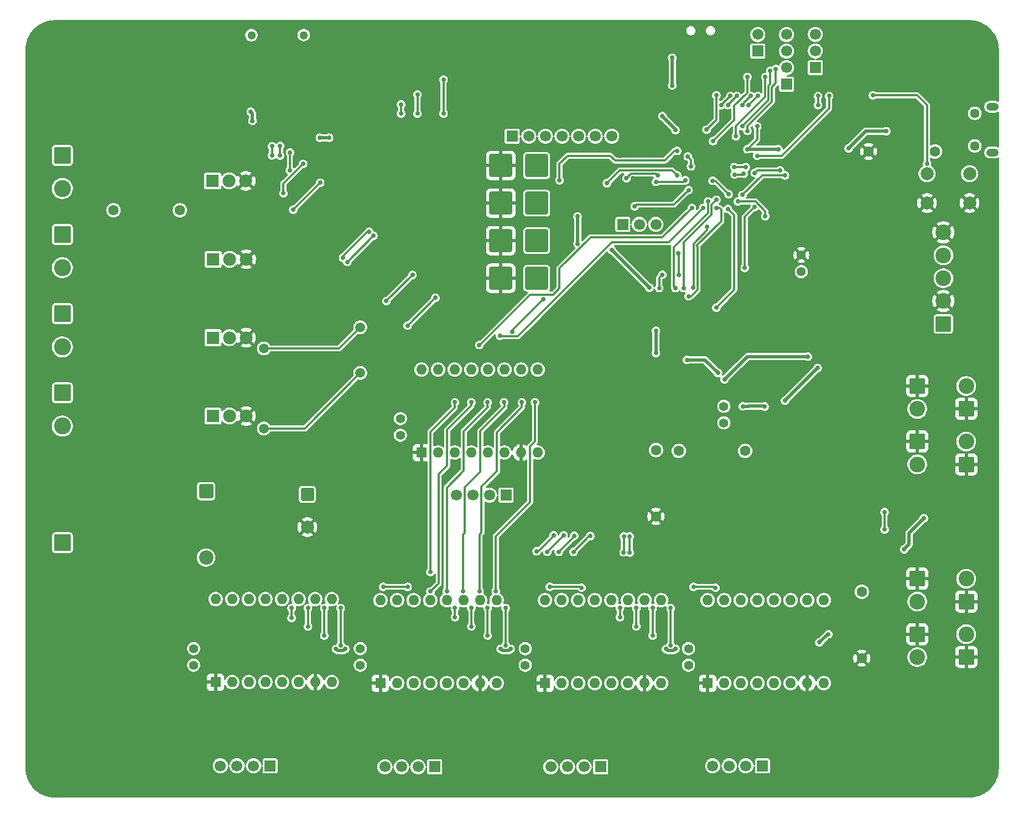
<source format=gbr>
%TF.GenerationSoftware,KiCad,Pcbnew,9.0.2*%
%TF.CreationDate,2025-07-27T13:17:30+02:00*%
%TF.ProjectId,HydrogelBioprinter,48796472-6f67-4656-9c42-696f7072696e,rev?*%
%TF.SameCoordinates,Original*%
%TF.FileFunction,Copper,L2,Bot*%
%TF.FilePolarity,Positive*%
%FSLAX46Y46*%
G04 Gerber Fmt 4.6, Leading zero omitted, Abs format (unit mm)*
G04 Created by KiCad (PCBNEW 9.0.2) date 2025-07-27 13:17:30*
%MOMM*%
%LPD*%
G01*
G04 APERTURE LIST*
G04 Aperture macros list*
%AMRoundRect*
0 Rectangle with rounded corners*
0 $1 Rounding radius*
0 $2 $3 $4 $5 $6 $7 $8 $9 X,Y pos of 4 corners*
0 Add a 4 corners polygon primitive as box body*
4,1,4,$2,$3,$4,$5,$6,$7,$8,$9,$2,$3,0*
0 Add four circle primitives for the rounded corners*
1,1,$1+$1,$2,$3*
1,1,$1+$1,$4,$5*
1,1,$1+$1,$6,$7*
1,1,$1+$1,$8,$9*
0 Add four rect primitives between the rounded corners*
20,1,$1+$1,$2,$3,$4,$5,0*
20,1,$1+$1,$4,$5,$6,$7,0*
20,1,$1+$1,$6,$7,$8,$9,0*
20,1,$1+$1,$8,$9,$2,$3,0*%
G04 Aperture macros list end*
%TA.AperFunction,ComponentPad*%
%ADD10R,1.600000X1.600000*%
%TD*%
%TA.AperFunction,ComponentPad*%
%ADD11O,1.600000X1.600000*%
%TD*%
%TA.AperFunction,ComponentPad*%
%ADD12RoundRect,0.250001X0.949999X-0.949999X0.949999X0.949999X-0.949999X0.949999X-0.949999X-0.949999X0*%
%TD*%
%TA.AperFunction,ComponentPad*%
%ADD13C,2.400000*%
%TD*%
%TA.AperFunction,ComponentPad*%
%ADD14R,1.700000X1.700000*%
%TD*%
%TA.AperFunction,ComponentPad*%
%ADD15C,1.700000*%
%TD*%
%TA.AperFunction,ComponentPad*%
%ADD16C,1.600000*%
%TD*%
%TA.AperFunction,ComponentPad*%
%ADD17RoundRect,0.250000X-1.050000X1.050000X-1.050000X-1.050000X1.050000X-1.050000X1.050000X1.050000X0*%
%TD*%
%TA.AperFunction,ComponentPad*%
%ADD18C,2.600000*%
%TD*%
%TA.AperFunction,ComponentPad*%
%ADD19RoundRect,0.250000X-0.750000X0.750000X-0.750000X-0.750000X0.750000X-0.750000X0.750000X0.750000X0*%
%TD*%
%TA.AperFunction,ComponentPad*%
%ADD20C,2.000000*%
%TD*%
%TA.AperFunction,ComponentPad*%
%ADD21R,1.980000X1.980000*%
%TD*%
%TA.AperFunction,ComponentPad*%
%ADD22C,1.980000*%
%TD*%
%TA.AperFunction,ComponentPad*%
%ADD23C,8.600000*%
%TD*%
%TA.AperFunction,ComponentPad*%
%ADD24RoundRect,0.250001X-0.949999X0.949999X-0.949999X-0.949999X0.949999X-0.949999X0.949999X0.949999X0*%
%TD*%
%TA.AperFunction,ComponentPad*%
%ADD25C,1.400000*%
%TD*%
%TA.AperFunction,ComponentPad*%
%ADD26RoundRect,0.250002X1.499998X1.499998X-1.499998X1.499998X-1.499998X-1.499998X1.499998X-1.499998X0*%
%TD*%
%TA.AperFunction,ComponentPad*%
%ADD27C,1.300000*%
%TD*%
%TA.AperFunction,ComponentPad*%
%ADD28RoundRect,0.249999X-0.850001X0.850001X-0.850001X-0.850001X0.850001X-0.850001X0.850001X0.850001X0*%
%TD*%
%TA.AperFunction,ComponentPad*%
%ADD29C,2.200000*%
%TD*%
%TA.AperFunction,HeatsinkPad*%
%ADD30O,1.900000X1.200000*%
%TD*%
%TA.AperFunction,HeatsinkPad*%
%ADD31C,1.450000*%
%TD*%
%TA.AperFunction,ViaPad*%
%ADD32C,0.700000*%
%TD*%
%TA.AperFunction,ViaPad*%
%ADD33C,1.500000*%
%TD*%
%TA.AperFunction,Conductor*%
%ADD34C,0.300000*%
%TD*%
%TA.AperFunction,Conductor*%
%ADD35C,0.500000*%
%TD*%
G04 APERTURE END LIST*
D10*
%TO.P,A3,1,GND*%
%TO.N,GND*%
X148030000Y-134500000D03*
D11*
%TO.P,A3,2,VDD*%
%TO.N,Net-(A3-VDD)*%
X150570000Y-134500000D03*
%TO.P,A3,3,1B*%
%TO.N,Net-(A3-1B)*%
X153110000Y-134500000D03*
%TO.P,A3,4,1A*%
%TO.N,Net-(A3-1A)*%
X155650000Y-134500000D03*
%TO.P,A3,5,2A*%
%TO.N,Net-(A3-2A)*%
X158190000Y-134500000D03*
%TO.P,A3,6,2B*%
%TO.N,Net-(A3-2B)*%
X160730000Y-134500000D03*
%TO.P,A3,7,GND*%
%TO.N,GND*%
X163270000Y-134500000D03*
%TO.P,A3,8,VMOT*%
%TO.N,+12V*%
X165810000Y-134500000D03*
%TO.P,A3,9,~{ENABLE}*%
%TO.N,~{EN}*%
X165810000Y-121800000D03*
%TO.P,A3,10,MS1*%
%TO.N,M0*%
X163270000Y-121800000D03*
%TO.P,A3,11,MS2*%
%TO.N,M1*%
X160730000Y-121800000D03*
%TO.P,A3,12,MS3*%
%TO.N,M2*%
X158190000Y-121800000D03*
%TO.P,A3,13,~{RESET}*%
%TO.N,~{RESET}*%
X155650000Y-121800000D03*
%TO.P,A3,14,~{SLEEP}*%
%TO.N,~{SLEEP}*%
X153110000Y-121800000D03*
%TO.P,A3,15,STEP*%
%TO.N,STEP3*%
X150570000Y-121800000D03*
%TO.P,A3,16,DIR*%
%TO.N,DIR3*%
X148030000Y-121800000D03*
%TD*%
D10*
%TO.P,A1,1,GND*%
%TO.N,GND*%
X97610000Y-134340000D03*
D11*
%TO.P,A1,2,VDD*%
%TO.N,Net-(A1-VDD)*%
X100150000Y-134340000D03*
%TO.P,A1,3,1B*%
%TO.N,Net-(A1-1B)*%
X102690000Y-134340000D03*
%TO.P,A1,4,1A*%
%TO.N,Net-(A1-1A)*%
X105230000Y-134340000D03*
%TO.P,A1,5,2A*%
%TO.N,Net-(A1-2A)*%
X107770000Y-134340000D03*
%TO.P,A1,6,2B*%
%TO.N,Net-(A1-2B)*%
X110310000Y-134340000D03*
%TO.P,A1,7,GND*%
%TO.N,GND*%
X112850000Y-134340000D03*
%TO.P,A1,8,VMOT*%
%TO.N,+12V*%
X115390000Y-134340000D03*
%TO.P,A1,9,~{ENABLE}*%
%TO.N,~{EN}*%
X115390000Y-121640000D03*
%TO.P,A1,10,MS1*%
%TO.N,M0*%
X112850000Y-121640000D03*
%TO.P,A1,11,MS2*%
%TO.N,M1*%
X110310000Y-121640000D03*
%TO.P,A1,12,MS3*%
%TO.N,M2*%
X107770000Y-121640000D03*
%TO.P,A1,13,~{RESET}*%
%TO.N,~{RESET}*%
X105230000Y-121640000D03*
%TO.P,A1,14,~{SLEEP}*%
%TO.N,~{SLEEP}*%
X102690000Y-121640000D03*
%TO.P,A1,15,STEP*%
%TO.N,STEP1*%
X100150000Y-121640000D03*
%TO.P,A1,16,DIR*%
%TO.N,DIR1*%
X97610000Y-121640000D03*
%TD*%
D12*
%TO.P,J35,1,Pin_1*%
%TO.N,GND*%
X212500000Y-122000000D03*
D13*
%TO.P,J35,2,Pin_2*%
%TO.N,Net-(J35-Pin_2)*%
X212500000Y-118500000D03*
%TD*%
D14*
%TO.P,J2,1,Pin_1*%
%TO.N,GPIO1*%
X143010000Y-50750000D03*
D15*
%TO.P,J2,2,Pin_2*%
%TO.N,GPIO2*%
X145550000Y-50750000D03*
%TO.P,J2,3,Pin_3*%
%TO.N,GPIO3*%
X148090000Y-50750000D03*
%TO.P,J2,4,Pin_4*%
%TO.N,GPIO4*%
X150630000Y-50750000D03*
%TO.P,J2,5,Pin_5*%
%TO.N,GPIO5*%
X153170000Y-50750000D03*
%TO.P,J2,6,Pin_6*%
%TO.N,GPIO6*%
X155710000Y-50750000D03*
%TO.P,J2,7,Pin_7*%
%TO.N,GPIO7*%
X158250000Y-50750000D03*
%TD*%
D16*
%TO.P,R2,1*%
%TO.N,Net-(JP7-B)*%
X178660000Y-98950000D03*
%TO.P,R2,2*%
%TO.N,Net-(U1-FB)*%
X168500000Y-98950000D03*
%TD*%
D17*
%TO.P,J41,1,Pin_1*%
%TO.N,+12V*%
X74160000Y-53680000D03*
D18*
%TO.P,J41,2,Pin_2*%
%TO.N,Net-(J41-Pin_2)*%
X74160000Y-58760000D03*
%TD*%
D17*
%TO.P,J42,1,Pin_1*%
%TO.N,Net-(J42-Pin_1)*%
X74160000Y-65805000D03*
D18*
%TO.P,J42,2,Pin_2*%
%TO.N,Net-(J42-Pin_2)*%
X74160000Y-70885000D03*
%TD*%
D19*
%TO.P,C1,1*%
%TO.N,+12V*%
X111660000Y-105600000D03*
D20*
%TO.P,C1,2*%
%TO.N,GND*%
X111660000Y-110600000D03*
%TD*%
D21*
%TO.P,Q3,1*%
%TO.N,Net-(Q3-Pad1)*%
X97160000Y-57600000D03*
D22*
%TO.P,Q3,2*%
%TO.N,Net-(J41-Pin_2)*%
X99700000Y-57600000D03*
%TO.P,Q3,3*%
%TO.N,GND*%
X102240000Y-57600000D03*
%TD*%
D12*
%TO.P,J32,1,Pin_1*%
%TO.N,Net-(J32-Pin_1)*%
X209000000Y-79500000D03*
D13*
%TO.P,J32,2,Pin_2*%
%TO.N,GND*%
X209000000Y-76000000D03*
%TO.P,J32,3,Pin_3*%
%TO.N,Net-(J32-Pin_3)*%
X209000000Y-72500000D03*
%TO.P,J32,4,Pin_4*%
%TO.N,Net-(J32-Pin_4)*%
X209000000Y-69000000D03*
%TO.P,J32,5,Pin_5*%
%TO.N,GND*%
X209000000Y-65500000D03*
%TD*%
D16*
%TO.P,R28,1*%
%TO.N,+12V*%
X92160000Y-62100000D03*
%TO.P,R28,2*%
%TO.N,Net-(J42-Pin_1)*%
X82000000Y-62100000D03*
%TD*%
D10*
%TO.P,A4,1,GND*%
%TO.N,GND*%
X172920000Y-134490000D03*
D11*
%TO.P,A4,2,VDD*%
%TO.N,Net-(A4-VDD)*%
X175460000Y-134490000D03*
%TO.P,A4,3,1B*%
%TO.N,Net-(A4-1B)*%
X178000000Y-134490000D03*
%TO.P,A4,4,1A*%
%TO.N,Net-(A4-1A)*%
X180540000Y-134490000D03*
%TO.P,A4,5,2A*%
%TO.N,Net-(A4-2A)*%
X183080000Y-134490000D03*
%TO.P,A4,6,2B*%
%TO.N,Net-(A4-2B)*%
X185620000Y-134490000D03*
%TO.P,A4,7,GND*%
%TO.N,GND*%
X188160000Y-134490000D03*
%TO.P,A4,8,VMOT*%
%TO.N,+12V*%
X190700000Y-134490000D03*
%TO.P,A4,9,~{ENABLE}*%
%TO.N,~{EN}*%
X190700000Y-121790000D03*
%TO.P,A4,10,MS1*%
%TO.N,M0*%
X188160000Y-121790000D03*
%TO.P,A4,11,MS2*%
%TO.N,M1*%
X185620000Y-121790000D03*
%TO.P,A4,12,MS3*%
%TO.N,M2*%
X183080000Y-121790000D03*
%TO.P,A4,13,~{RESET}*%
%TO.N,~{RESET}*%
X180540000Y-121790000D03*
%TO.P,A4,14,~{SLEEP}*%
%TO.N,~{SLEEP}*%
X178000000Y-121790000D03*
%TO.P,A4,15,STEP*%
%TO.N,STEP4*%
X175460000Y-121790000D03*
%TO.P,A4,16,DIR*%
%TO.N,DIR4*%
X172920000Y-121790000D03*
%TD*%
D14*
%TO.P,J3,1,Pin_1*%
%TO.N,ADC_IN0*%
X159920000Y-64250000D03*
D15*
%TO.P,J3,2,Pin_2*%
%TO.N,ADC_IN1*%
X162460000Y-64250000D03*
%TO.P,J3,3,Pin_3*%
%TO.N,ADC_IN2*%
X165000000Y-64250000D03*
%TD*%
D21*
%TO.P,Q4,1*%
%TO.N,Net-(Q4-Pad1)*%
X97240000Y-69600000D03*
D22*
%TO.P,Q4,2*%
%TO.N,Net-(J42-Pin_2)*%
X99780000Y-69600000D03*
%TO.P,Q4,3*%
%TO.N,GND*%
X102320000Y-69600000D03*
%TD*%
D21*
%TO.P,Q6,1*%
%TO.N,Net-(Q6-Pad1)*%
X97200000Y-93600000D03*
D22*
%TO.P,Q6,2*%
%TO.N,Net-(J44-Pin_2)*%
X99740000Y-93600000D03*
%TO.P,Q6,3*%
%TO.N,GND*%
X102280000Y-93600000D03*
%TD*%
D14*
%TO.P,J21,1,Pin_1*%
%TO.N,Net-(A5-2B)*%
X142050000Y-105700000D03*
D15*
%TO.P,J21,2,Pin_2*%
%TO.N,Net-(A5-2A)*%
X139510000Y-105700000D03*
%TO.P,J21,3,Pin_3*%
%TO.N,Net-(A5-1A)*%
X136970000Y-105700000D03*
%TO.P,J21,4,Pin_4*%
%TO.N,Net-(A5-1B)*%
X134430000Y-105700000D03*
%TD*%
D23*
%TO.P,H2,1,1*%
%TO.N,GND*%
X212000000Y-38500000D03*
%TD*%
D24*
%TO.P,J40,1,Pin_1*%
%TO.N,GND*%
X205000000Y-89000000D03*
D13*
%TO.P,J40,2,Pin_2*%
%TO.N,Net-(J40-Pin_2)*%
X205000000Y-92500000D03*
%TD*%
D12*
%TO.P,J38,1,Pin_1*%
%TO.N,GND*%
X212500000Y-101000000D03*
D13*
%TO.P,J38,2,Pin_2*%
%TO.N,Net-(J38-Pin_2)*%
X212500000Y-97500000D03*
%TD*%
D25*
%TO.P,JP1,1,A*%
%TO.N,Net-(A1-VDD)*%
X94250000Y-131750000D03*
%TO.P,JP1,2,B*%
%TO.N,+3.3V*%
X94250000Y-129210000D03*
%TD*%
%TO.P,JP2,1,A*%
%TO.N,Net-(A2-VDD)*%
X119750000Y-131750000D03*
%TO.P,JP2,2,B*%
%TO.N,+3.3V*%
X119750000Y-129210000D03*
%TD*%
D14*
%TO.P,J19,1,Pin_1*%
%TO.N,Net-(A3-2B)*%
X156530000Y-147300000D03*
D15*
%TO.P,J19,2,Pin_2*%
%TO.N,Net-(A3-2A)*%
X153990000Y-147300000D03*
%TO.P,J19,3,Pin_3*%
%TO.N,Net-(A3-1A)*%
X151450000Y-147300000D03*
%TO.P,J19,4,Pin_4*%
%TO.N,Net-(A3-1B)*%
X148910000Y-147300000D03*
%TD*%
D26*
%TO.P,J9,1,Pin_1*%
%TO.N,Net-(J9-Pin_1)*%
X146750000Y-61000000D03*
%TD*%
D10*
%TO.P,A5,1,GND*%
%TO.N,GND*%
X129120000Y-99200000D03*
D11*
%TO.P,A5,2,VDD*%
%TO.N,Net-(A5-VDD)*%
X131660000Y-99200000D03*
%TO.P,A5,3,1B*%
%TO.N,Net-(A5-1B)*%
X134200000Y-99200000D03*
%TO.P,A5,4,1A*%
%TO.N,Net-(A5-1A)*%
X136740000Y-99200000D03*
%TO.P,A5,5,2A*%
%TO.N,Net-(A5-2A)*%
X139280000Y-99200000D03*
%TO.P,A5,6,2B*%
%TO.N,Net-(A5-2B)*%
X141820000Y-99200000D03*
%TO.P,A5,7,GND*%
%TO.N,GND*%
X144360000Y-99200000D03*
%TO.P,A5,8,VMOT*%
%TO.N,+12V*%
X146900000Y-99200000D03*
%TO.P,A5,9,~{ENABLE}*%
%TO.N,~{EN}*%
X146900000Y-86500000D03*
%TO.P,A5,10,MS1*%
%TO.N,M0*%
X144360000Y-86500000D03*
%TO.P,A5,11,MS2*%
%TO.N,M1*%
X141820000Y-86500000D03*
%TO.P,A5,12,MS3*%
%TO.N,M2*%
X139280000Y-86500000D03*
%TO.P,A5,13,~{RESET}*%
%TO.N,~{RESET}*%
X136740000Y-86500000D03*
%TO.P,A5,14,~{SLEEP}*%
%TO.N,~{SLEEP}*%
X134200000Y-86500000D03*
%TO.P,A5,15,STEP*%
%TO.N,STEP5*%
X131660000Y-86500000D03*
%TO.P,A5,16,DIR*%
%TO.N,DIR5*%
X129120000Y-86500000D03*
%TD*%
D25*
%TO.P,JP4,1,A*%
%TO.N,Net-(A4-VDD)*%
X170000000Y-131750000D03*
%TO.P,JP4,2,B*%
%TO.N,+3.3V*%
X170000000Y-129210000D03*
%TD*%
D14*
%TO.P,J6,1,Pin_1*%
%TO.N,SPI3_CK*%
X189400000Y-40250000D03*
D15*
%TO.P,J6,2,Pin_2*%
%TO.N,SPI3_MISO*%
X189400000Y-37710000D03*
%TO.P,J6,3,Pin_3*%
%TO.N,SPI3__MOSI*%
X189400000Y-35170000D03*
%TD*%
D14*
%TO.P,J20,1,Pin_1*%
%TO.N,Net-(A4-2B)*%
X181310000Y-147150000D03*
D15*
%TO.P,J20,2,Pin_2*%
%TO.N,Net-(A4-2A)*%
X178770000Y-147150000D03*
%TO.P,J20,3,Pin_3*%
%TO.N,Net-(A4-1A)*%
X176230000Y-147150000D03*
%TO.P,J20,4,Pin_4*%
%TO.N,Net-(A4-1B)*%
X173690000Y-147150000D03*
%TD*%
D17*
%TO.P,J1,1,Pin_1*%
%TO.N,Net-(J1-Pin_1)*%
X74160000Y-113000000D03*
D18*
%TO.P,J1,2,Pin_2*%
%TO.N,GND*%
X74160000Y-118080000D03*
%TD*%
D24*
%TO.P,J36,1,Pin_1*%
%TO.N,GND*%
X205000000Y-118500000D03*
D13*
%TO.P,J36,2,Pin_2*%
%TO.N,Net-(J36-Pin_2)*%
X205000000Y-122000000D03*
%TD*%
D27*
%TO.P,Card1,*%
%TO.N,*%
X111100000Y-35290000D03*
X103100000Y-35300000D03*
%TD*%
D26*
%TO.P,J8,1,Pin_1*%
%TO.N,GND*%
X141250000Y-55250000D03*
%TD*%
D21*
%TO.P,Q5,1*%
%TO.N,Net-(Q5-Pad1)*%
X97200000Y-81600000D03*
D22*
%TO.P,Q5,2*%
%TO.N,Net-(J43-Pin_2)*%
X99740000Y-81600000D03*
%TO.P,Q5,3*%
%TO.N,GND*%
X102280000Y-81600000D03*
%TD*%
D10*
%TO.P,A2,1,GND*%
%TO.N,GND*%
X122830000Y-134500000D03*
D11*
%TO.P,A2,2,VDD*%
%TO.N,Net-(A2-VDD)*%
X125370000Y-134500000D03*
%TO.P,A2,3,1B*%
%TO.N,Net-(A2-1B)*%
X127910000Y-134500000D03*
%TO.P,A2,4,1A*%
%TO.N,Net-(A2-1A)*%
X130450000Y-134500000D03*
%TO.P,A2,5,2A*%
%TO.N,Net-(A2-2A)*%
X132990000Y-134500000D03*
%TO.P,A2,6,2B*%
%TO.N,Net-(A2-2B)*%
X135530000Y-134500000D03*
%TO.P,A2,7,GND*%
%TO.N,GND*%
X138070000Y-134500000D03*
%TO.P,A2,8,VMOT*%
%TO.N,+12V*%
X140610000Y-134500000D03*
%TO.P,A2,9,~{ENABLE}*%
%TO.N,~{EN}*%
X140610000Y-121800000D03*
%TO.P,A2,10,MS1*%
%TO.N,M0*%
X138070000Y-121800000D03*
%TO.P,A2,11,MS2*%
%TO.N,M1*%
X135530000Y-121800000D03*
%TO.P,A2,12,MS3*%
%TO.N,M2*%
X132990000Y-121800000D03*
%TO.P,A2,13,~{RESET}*%
%TO.N,~{RESET}*%
X130450000Y-121800000D03*
%TO.P,A2,14,~{SLEEP}*%
%TO.N,~{SLEEP}*%
X127910000Y-121800000D03*
%TO.P,A2,15,STEP*%
%TO.N,STEP2*%
X125370000Y-121800000D03*
%TO.P,A2,16,DIR*%
%TO.N,DIR2*%
X122830000Y-121800000D03*
%TD*%
D26*
%TO.P,J11,1,Pin_1*%
%TO.N,Net-(J11-Pin_1)*%
X146750000Y-66750000D03*
%TD*%
D24*
%TO.P,J37,1,Pin_1*%
%TO.N,GND*%
X205000000Y-97500000D03*
D13*
%TO.P,J37,2,Pin_2*%
%TO.N,Net-(J37-Pin_2)*%
X205000000Y-101000000D03*
%TD*%
D16*
%TO.P,R3,1*%
%TO.N,Net-(U1-FB)*%
X165000000Y-98790000D03*
%TO.P,R3,2*%
%TO.N,GND*%
X165000000Y-108950000D03*
%TD*%
D23*
%TO.P,H1,1,1*%
%TO.N,GND*%
X74000000Y-38500000D03*
%TD*%
D20*
%TO.P,SW2,1,1*%
%TO.N,GND*%
X213000000Y-61000000D03*
X206500000Y-61000000D03*
%TO.P,SW2,2,2*%
%TO.N,NRST*%
X213000000Y-56500000D03*
X206500000Y-56500000D03*
%TD*%
D24*
%TO.P,J33,1,Pin_1*%
%TO.N,GND*%
X205000000Y-127000000D03*
D13*
%TO.P,J33,2,Pin_2*%
%TO.N,Net-(J33-Pin_2)*%
X205000000Y-130500000D03*
%TD*%
D26*
%TO.P,J12,1,Pin_1*%
%TO.N,GND*%
X141250000Y-66750000D03*
%TD*%
D12*
%TO.P,J39,1,Pin_1*%
%TO.N,GND*%
X212500000Y-92500000D03*
D13*
%TO.P,J39,2,Pin_2*%
%TO.N,Net-(J39-Pin_2)*%
X212500000Y-89000000D03*
%TD*%
D16*
%TO.P,R16,1*%
%TO.N,GND*%
X197540000Y-53100000D03*
%TO.P,R16,2*%
%TO.N,Net-(D5-K)*%
X207700000Y-53100000D03*
%TD*%
D17*
%TO.P,J43,1,Pin_1*%
%TO.N,+12V*%
X74160000Y-77930000D03*
D18*
%TO.P,J43,2,Pin_2*%
%TO.N,Net-(J43-Pin_2)*%
X74160000Y-83010000D03*
%TD*%
D28*
%TO.P,D1,1,K*%
%TO.N,+12V*%
X96160000Y-105100000D03*
D29*
%TO.P,D1,2,A*%
%TO.N,Net-(D1-A)*%
X96160000Y-115260000D03*
%TD*%
D26*
%TO.P,J10,1,Pin_1*%
%TO.N,GND*%
X141250000Y-61000000D03*
%TD*%
D14*
%TO.P,J4,1,Pin_1*%
%TO.N,USART2_TX*%
X185000000Y-42820000D03*
D15*
%TO.P,J4,2,Pin_2*%
%TO.N,USART2_RX*%
X185000000Y-40280000D03*
%TO.P,J4,3,Pin_3*%
%TO.N,USART1_TX*%
X185000000Y-37740000D03*
%TO.P,J4,4,Pin_4*%
%TO.N,USART1_RX*%
X185000000Y-35200000D03*
%TD*%
D26*
%TO.P,J14,1,Pin_1*%
%TO.N,GND*%
X141250000Y-72500000D03*
%TD*%
D25*
%TO.P,JP6,1,A*%
%TO.N,Net-(JP6-A)*%
X187250000Y-71500000D03*
%TO.P,JP6,2,B*%
%TO.N,GND*%
X187250000Y-68960000D03*
%TD*%
D14*
%TO.P,J5,1,Pin_1*%
%TO.N,I2C1_SCL*%
X180600000Y-37740000D03*
D15*
%TO.P,J5,2,Pin_2*%
%TO.N,I2C1_SDA*%
X180600000Y-35200000D03*
%TD*%
D17*
%TO.P,J44,1,Pin_1*%
%TO.N,+12V*%
X74160000Y-90055000D03*
D18*
%TO.P,J44,2,Pin_2*%
%TO.N,Net-(J44-Pin_2)*%
X74160000Y-95135000D03*
%TD*%
D23*
%TO.P,H3,1,1*%
%TO.N,GND*%
X212000000Y-146500000D03*
%TD*%
D25*
%TO.P,JP5,1,A*%
%TO.N,Net-(A5-VDD)*%
X125900000Y-96540000D03*
%TO.P,JP5,2,B*%
%TO.N,+3.3V*%
X125900000Y-94000000D03*
%TD*%
D14*
%TO.P,J18,1,Pin_1*%
%TO.N,Net-(A2-2B)*%
X131140000Y-147300000D03*
D15*
%TO.P,J18,2,Pin_2*%
%TO.N,Net-(A2-2A)*%
X128600000Y-147300000D03*
%TO.P,J18,3,Pin_3*%
%TO.N,Net-(A2-1A)*%
X126060000Y-147300000D03*
%TO.P,J18,4,Pin_4*%
%TO.N,Net-(A2-1B)*%
X123520000Y-147300000D03*
%TD*%
D30*
%TO.P,J15,6,Shield*%
%TO.N,unconnected-(J15-Shield-Pad6)_5*%
X216500000Y-53250000D03*
D31*
%TO.N,unconnected-(J15-Shield-Pad6)_2*%
X213800000Y-52250000D03*
%TO.N,unconnected-(J15-Shield-Pad6)_3*%
X213800000Y-47250000D03*
D30*
%TO.N,unconnected-(J15-Shield-Pad6)_4*%
X216500000Y-46250000D03*
%TD*%
D25*
%TO.P,JP3,1,A*%
%TO.N,Net-(A3-VDD)*%
X145000000Y-131750000D03*
%TO.P,JP3,2,B*%
%TO.N,+3.3V*%
X145000000Y-129210000D03*
%TD*%
D26*
%TO.P,J13,1,Pin_1*%
%TO.N,Net-(J13-Pin_1)*%
X146750000Y-72500000D03*
%TD*%
D12*
%TO.P,J34,1,Pin_1*%
%TO.N,GND*%
X212500000Y-130500000D03*
D13*
%TO.P,J34,2,Pin_2*%
%TO.N,Net-(J34-Pin_2)*%
X212500000Y-127000000D03*
%TD*%
D26*
%TO.P,J7,1,Pin_1*%
%TO.N,Net-(J7-Pin_1)*%
X146750000Y-55250000D03*
%TD*%
D14*
%TO.P,J17,1,Pin_1*%
%TO.N,Net-(A1-2B)*%
X105960000Y-147140000D03*
D15*
%TO.P,J17,2,Pin_2*%
%TO.N,Net-(A1-2A)*%
X103420000Y-147140000D03*
%TO.P,J17,3,Pin_3*%
%TO.N,Net-(A1-1A)*%
X100880000Y-147140000D03*
%TO.P,J17,4,Pin_4*%
%TO.N,Net-(A1-1B)*%
X98340000Y-147140000D03*
%TD*%
D23*
%TO.P,H4,1,1*%
%TO.N,GND*%
X74000000Y-146500000D03*
%TD*%
D25*
%TO.P,JP7,1,A*%
%TO.N,+3.3V*%
X175400000Y-92100000D03*
%TO.P,JP7,2,B*%
%TO.N,Net-(JP7-B)*%
X175400000Y-94640000D03*
%TD*%
D16*
%TO.P,R5,1*%
%TO.N,GND*%
X196500000Y-130660000D03*
%TO.P,R5,2*%
%TO.N,Net-(D4-K)*%
X196500000Y-120500000D03*
%TD*%
D32*
%TO.N,DIR1*%
X149337500Y-111837500D03*
X146750000Y-114300000D03*
%TO.N,STEP1*%
X148375000Y-114375000D03*
X150875000Y-111875000D03*
%TO.N,M1*%
X162000000Y-122998000D03*
X136750000Y-125799000D03*
X111750000Y-125799000D03*
X111750000Y-122998000D03*
X141750000Y-91500000D03*
X174250000Y-61750000D03*
X170000000Y-75250000D03*
X136750000Y-122998000D03*
X162000000Y-125799000D03*
X135500000Y-120450000D03*
%TO.N,~{EN}*%
X142000000Y-122998000D03*
X167250000Y-128700000D03*
X167250000Y-122998000D03*
X116750000Y-122998000D03*
X142000000Y-128700000D03*
X146500000Y-91500000D03*
X140500000Y-120450000D03*
X116750000Y-128700000D03*
%TO.N,GND*%
X201750000Y-58500000D03*
X158750000Y-58500000D03*
D33*
X88000000Y-122250000D03*
X187410000Y-144000000D03*
D32*
X137250000Y-61250000D03*
X203000000Y-57250000D03*
X153250000Y-56000000D03*
X157475000Y-55580542D03*
D33*
X137210000Y-144500000D03*
D32*
X186000000Y-81400000D03*
D33*
X90750000Y-88500000D03*
D32*
X176750000Y-36500000D03*
D33*
X187000000Y-66000000D03*
D32*
X202600000Y-82000000D03*
X187500000Y-49250000D03*
X200000000Y-62250000D03*
X180750000Y-97550000D03*
X206000000Y-112500000D03*
X137000000Y-65250000D03*
X114000000Y-43750000D03*
X168205026Y-53944977D03*
X169496304Y-61763745D03*
D33*
X194400000Y-80690000D03*
X104750000Y-72750000D03*
X102750000Y-112500000D03*
D32*
X193800000Y-39000000D03*
X167000000Y-68500000D03*
D33*
X90750000Y-75500000D03*
D32*
X109250000Y-44250000D03*
X180500000Y-68000000D03*
X112500000Y-37000000D03*
X201750000Y-59750000D03*
X159500000Y-53750000D03*
D33*
X112410000Y-144000000D03*
D32*
X136850000Y-50912500D03*
X185500000Y-67500000D03*
X210500000Y-105500000D03*
X196800000Y-59800000D03*
X122300000Y-43500000D03*
X161250000Y-75750000D03*
X100000000Y-37250000D03*
X104250000Y-97750000D03*
X99750000Y-43750000D03*
X202500000Y-70000000D03*
X180000000Y-69250000D03*
D33*
X81500000Y-70250000D03*
D32*
X171500000Y-115000000D03*
X158500000Y-52500000D03*
D33*
X154500000Y-103000000D03*
D32*
X185250000Y-48000000D03*
X193800000Y-73600000D03*
D33*
X162630000Y-144500000D03*
D32*
X193200000Y-75900000D03*
D33*
X177000000Y-116500000D03*
D32*
X119900000Y-52900000D03*
X169000000Y-43600000D03*
X187000000Y-78500000D03*
X161500000Y-57200000D03*
X167982745Y-59277304D03*
X212250000Y-48250000D03*
D33*
X88500000Y-51250000D03*
D32*
X160250000Y-53000000D03*
D33*
X162500000Y-109000000D03*
X104250000Y-85500000D03*
D32*
X201400000Y-39200000D03*
X126700000Y-41100000D03*
X205000000Y-107000000D03*
X206000000Y-111000000D03*
D33*
X105250000Y-60750000D03*
D32*
X199000000Y-33800000D03*
X201750000Y-57250000D03*
X151750000Y-57500000D03*
D33*
X99750000Y-51500000D03*
X170000000Y-105500000D03*
D32*
X163500000Y-111500000D03*
D33*
X189500000Y-66000000D03*
D32*
X107890000Y-47500000D03*
%TO.N,M0*%
X139250000Y-127200000D03*
X164500000Y-127200000D03*
X114250000Y-127200000D03*
X114250000Y-122998000D03*
X138000000Y-120450000D03*
X164500000Y-122998000D03*
X172858395Y-64618445D03*
X170689084Y-73950000D03*
X144500000Y-91500000D03*
X139250000Y-122998000D03*
%TO.N,STEP2*%
X154962500Y-111962500D03*
X152387500Y-114387500D03*
%TO.N,DIR2*%
X174250000Y-77000000D03*
X175999265Y-61875913D03*
X150137500Y-114387500D03*
X152506250Y-111918750D03*
%TO.N,STEP3*%
X161000000Y-114500000D03*
X161000000Y-112000000D03*
%TO.N,DIR3*%
X160099997Y-112000000D03*
X160055023Y-114455026D03*
%TO.N,DIR5*%
X172250000Y-61750000D03*
X141150000Y-81300000D03*
%TO.N,STEP5*%
X143000000Y-80700000D03*
X147750000Y-75700000D03*
%TO.N,+3.3V*%
X170369975Y-55369975D03*
X166000000Y-47700000D03*
X168500000Y-71950000D03*
X183750000Y-52750000D03*
X173680850Y-57579200D03*
X166544744Y-129259124D03*
X203000000Y-114000000D03*
X169880025Y-53880025D03*
X153000000Y-63050000D03*
X117457689Y-129256041D03*
X158250000Y-68199000D03*
X188250000Y-84500000D03*
X194500000Y-52625000D03*
X113575000Y-51000000D03*
X168250000Y-53000000D03*
X167500000Y-43000000D03*
X181750000Y-63000000D03*
X150250000Y-57500000D03*
X179000000Y-52750000D03*
X142750000Y-129250000D03*
X153019975Y-67219975D03*
X200250000Y-50000000D03*
X165000000Y-57750000D03*
X191400000Y-127000000D03*
X190000000Y-128250000D03*
X181619975Y-92130025D03*
X165000000Y-80550000D03*
X168000000Y-49800000D03*
X165000000Y-83950000D03*
X164000000Y-73950000D03*
X184750000Y-91250000D03*
X169500000Y-57500000D03*
X169750000Y-85000000D03*
X165500000Y-74000000D03*
X116042311Y-129256041D03*
X180500000Y-49250000D03*
X178300000Y-92100000D03*
X166000000Y-71950000D03*
X189750000Y-86250000D03*
X141250000Y-129250000D03*
X206000000Y-109250000D03*
X176119975Y-59619975D03*
X175500000Y-88000000D03*
X103000000Y-47012500D03*
X114975000Y-51000000D03*
X168450000Y-68700000D03*
X168000000Y-129250000D03*
X174500000Y-87000000D03*
X177550000Y-60750000D03*
X167500000Y-38750000D03*
X103250000Y-48412500D03*
%TO.N,NRST*%
X206500000Y-55000000D03*
X198220000Y-44500000D03*
X180500000Y-53750000D03*
X191500000Y-44600000D03*
%TO.N,SPI1_MOSI_SD*%
X106250000Y-52300000D03*
X106250000Y-53700000D03*
%TO.N,CD_SD*%
X111000000Y-55000000D03*
X108000000Y-59500000D03*
%TO.N,SPI1_SCK_SD*%
X107480025Y-53719975D03*
X107500000Y-52250000D03*
%TO.N,SPI1_MISO_SD*%
X108979260Y-55969210D03*
X109000000Y-53250000D03*
%TO.N,USART2_RX*%
X175010051Y-45999999D03*
X176400000Y-44600000D03*
%TO.N,USART2_TX*%
X177400000Y-44600000D03*
X176000000Y-46000000D03*
%TO.N,USART1_RX*%
X182500000Y-40750000D03*
X178244975Y-49244975D03*
%TO.N,USART1_TX*%
X179000000Y-49950000D03*
X183353817Y-40465394D03*
%TO.N,I2C1_SCL*%
X177250000Y-50750000D03*
X181750000Y-41700000D03*
%TO.N,I2C1_SDA*%
X173750000Y-51500000D03*
X179000000Y-41700000D03*
%TO.N,SPI3_MISO*%
X179200000Y-46000000D03*
X180600000Y-44600000D03*
%TO.N,SPI3_CK*%
X189800000Y-46000000D03*
X189800000Y-44600000D03*
%TO.N,SPI3__MOSI*%
X178233921Y-46000000D03*
X179505025Y-44600000D03*
%TO.N,Net-(Q3-Pad1)*%
X113619975Y-57880025D03*
X109500000Y-62000000D03*
D33*
%TO.N,Net-(Q5-Pad1)*%
X105000000Y-83250000D03*
X119750000Y-80000000D03*
D32*
X123755025Y-75994975D03*
X127744975Y-72005025D03*
%TO.N,Net-(Q6-Pad1)*%
X127000000Y-79750000D03*
X131250000Y-75500000D03*
D33*
X119750000Y-87000000D03*
X105000000Y-95500000D03*
D32*
%TO.N,I2C2_SDA_EEPROM*%
X180125000Y-56375000D03*
X184000000Y-56000000D03*
%TO.N,I2C2_SCL_EEPROM*%
X184750000Y-56750000D03*
X178250000Y-59750000D03*
%TO.N,/BOOT0*%
X174250000Y-44500000D03*
X172750000Y-49750000D03*
%TO.N,EN_FAN*%
X126000000Y-45900000D03*
X126000000Y-47300000D03*
%TO.N,Net-(U7-B7)*%
X117766423Y-70006373D03*
X121756373Y-66016423D03*
%TO.N,Net-(U7-B8)*%
X117130025Y-69369975D03*
X121119975Y-65380025D03*
%TO.N,EN_Peltier*%
X132500000Y-47300000D03*
X132500000Y-42100000D03*
%TO.N,EN_Heater*%
X128500000Y-44400000D03*
X128500000Y-47300000D03*
%TO.N,SPI2_MISO_T*%
X200000000Y-108300000D03*
X200000000Y-110970000D03*
%TO.N,~{RESET}*%
X177050000Y-56630025D03*
X130500000Y-120450000D03*
X178450000Y-56500000D03*
X136750000Y-91500000D03*
X168000000Y-74000000D03*
X173000000Y-60750000D03*
%TO.N,M2*%
X159500000Y-124398000D03*
X159500000Y-122998000D03*
X174250000Y-60500000D03*
X169250000Y-74000000D03*
X109250000Y-122998000D03*
X134250000Y-122998000D03*
X139250000Y-91500000D03*
X109250000Y-124500000D03*
X134250000Y-124398000D03*
X133000000Y-120450000D03*
%TO.N,~{CS_T}*%
X178600000Y-70900000D03*
X180100000Y-61600000D03*
%TO.N,~{SLEEP}*%
X130500000Y-117450000D03*
X170500000Y-61750000D03*
X178750000Y-55500000D03*
X174119975Y-119869975D03*
X153619975Y-119869975D03*
X177000000Y-55500000D03*
X148750000Y-119750000D03*
X134250000Y-91500000D03*
X127000000Y-119750000D03*
X137975000Y-82725000D03*
X170750000Y-119750000D03*
X123250000Y-119750000D03*
%TO.N,Net-(J7-Pin_1)*%
X160500000Y-57200000D03*
X165282475Y-56782475D03*
%TO.N,Net-(J9-Pin_1)*%
X168250000Y-56750000D03*
X157500000Y-57950000D03*
%TO.N,Net-(J11-Pin_1)*%
X170000000Y-59000000D03*
X161750000Y-61500000D03*
%TD*%
D34*
%TO.N,DIR1*%
X146975000Y-114300000D02*
X149337500Y-111937500D01*
X149337500Y-111937500D02*
X149337500Y-111837500D01*
X146750000Y-114300000D02*
X146975000Y-114300000D01*
%TO.N,STEP1*%
X148375000Y-114375000D02*
X150875000Y-111875000D01*
%TO.N,M1*%
X135769000Y-111481000D02*
X135769000Y-104519000D01*
X174750000Y-61750000D02*
X174250000Y-61750000D01*
X135750000Y-104500000D02*
X138129000Y-102121000D01*
X171390084Y-67640084D02*
X171250000Y-67500000D01*
X171390084Y-74240364D02*
X171390084Y-67640084D01*
X135500000Y-120450000D02*
X135500000Y-111750000D01*
X162000000Y-122998000D02*
X162000000Y-125799000D01*
X141820000Y-91570000D02*
X141750000Y-91500000D01*
X171250000Y-67500000D02*
X175000000Y-63750000D01*
X136750000Y-122998000D02*
X136750000Y-125799000D01*
X141820000Y-92180000D02*
X141820000Y-91570000D01*
X111750000Y-122998000D02*
X111750000Y-125799000D01*
X175000000Y-62000000D02*
X174750000Y-61750000D01*
X175000000Y-63750000D02*
X175000000Y-62000000D01*
X138129000Y-102121000D02*
X138129000Y-95871000D01*
X135769000Y-104519000D02*
X135750000Y-104500000D01*
X170000000Y-75250000D02*
X170380448Y-75250000D01*
X138129000Y-95871000D02*
X141820000Y-92180000D01*
X170380448Y-75250000D02*
X171390084Y-74240364D01*
X135500000Y-111750000D02*
X135769000Y-111481000D01*
%TO.N,~{EN}*%
X140500000Y-112000000D02*
X145750000Y-106750000D01*
X146500000Y-91500000D02*
X146500000Y-97500000D01*
X140500000Y-120450000D02*
X140500000Y-112000000D01*
X145750000Y-98250000D02*
X145750000Y-106750000D01*
X142000000Y-122998000D02*
X142000000Y-128700000D01*
X146500000Y-97500000D02*
X145750000Y-98250000D01*
X116750000Y-122998000D02*
X116750000Y-128700000D01*
X167250000Y-122998000D02*
X167250000Y-128700000D01*
%TO.N,M0*%
X170750000Y-73889084D02*
X170750000Y-67250000D01*
X164500000Y-122998000D02*
X164500000Y-127200000D01*
X114250000Y-122998000D02*
X114250000Y-127200000D01*
X138309000Y-111441000D02*
X138000000Y-111750000D01*
X138000000Y-111750000D02*
X138000000Y-120450000D01*
X138309000Y-104441000D02*
X138309000Y-111441000D01*
X170750000Y-67250000D02*
X172858395Y-65141605D01*
X140669000Y-96081000D02*
X140669000Y-102081000D01*
X144500000Y-91500000D02*
X144500000Y-92250000D01*
X140669000Y-102081000D02*
X138309000Y-104441000D01*
X170689084Y-73950000D02*
X170750000Y-73889084D01*
X144500000Y-92250000D02*
X140669000Y-96081000D01*
X139250000Y-122998000D02*
X139250000Y-127200000D01*
X172858395Y-65141605D02*
X172858395Y-64618445D01*
%TO.N,STEP2*%
X154812500Y-111962500D02*
X154962500Y-111962500D01*
X152387500Y-114387500D02*
X154812500Y-111962500D01*
%TO.N,DIR2*%
X150137500Y-114387500D02*
X152506250Y-112018750D01*
X152506250Y-112018750D02*
X152506250Y-111918750D01*
X177000000Y-74250000D02*
X174250000Y-77000000D01*
X177000000Y-62876648D02*
X177000000Y-63750000D01*
X177000000Y-63750000D02*
X177000000Y-74250000D01*
X175999265Y-61875913D02*
X177000000Y-62876648D01*
%TO.N,STEP3*%
X161000000Y-112000000D02*
X161000000Y-114500000D01*
%TO.N,DIR3*%
X160099997Y-114410052D02*
X160099997Y-112000000D01*
X160055023Y-114455026D02*
X160099997Y-114410052D01*
%TO.N,DIR5*%
X141251000Y-81401000D02*
X143849000Y-81401000D01*
X167000000Y-67000000D02*
X172250000Y-61750000D01*
X158250000Y-67000000D02*
X167000000Y-67000000D01*
X141150000Y-81300000D02*
X141251000Y-81401000D01*
X143849000Y-81401000D02*
X158250000Y-67000000D01*
%TO.N,STEP5*%
X143000000Y-80450000D02*
X143000000Y-80700000D01*
X147750000Y-75700000D02*
X143000000Y-80450000D01*
D35*
%TO.N,+3.3V*%
X168000000Y-129250000D02*
X167749000Y-129501000D01*
D34*
X158000000Y-53750000D02*
X158750000Y-54500000D01*
D35*
X179200001Y-92094975D02*
X181584925Y-92094975D01*
X175500000Y-88000000D02*
X177750000Y-85750000D01*
X142750000Y-129250000D02*
X142499000Y-129501000D01*
D34*
X150250000Y-55000000D02*
X151500000Y-53750000D01*
D35*
X178300000Y-92100000D02*
X179194976Y-92100000D01*
X203000000Y-114000000D02*
X203750000Y-113250000D01*
X103250000Y-47262500D02*
X103000000Y-47012500D01*
D34*
X181750000Y-62258636D02*
X180241364Y-60750000D01*
X150250000Y-57500000D02*
X150250000Y-55000000D01*
D35*
X179194976Y-92100000D02*
X179200001Y-92094975D01*
X166786620Y-129501000D02*
X166544744Y-129259124D01*
D34*
X151500000Y-53750000D02*
X158000000Y-53750000D01*
D35*
X174500000Y-87000000D02*
X172500000Y-85000000D01*
X191400000Y-127000000D02*
X191250000Y-127000000D01*
X184750000Y-91250000D02*
X189750000Y-86250000D01*
X168000000Y-49700000D02*
X166000000Y-47700000D01*
D34*
X166000000Y-71950000D02*
X165500000Y-72450000D01*
D35*
X153019975Y-67219975D02*
X153019975Y-63069975D01*
X172500000Y-85000000D02*
X169750000Y-85000000D01*
D34*
X170369975Y-55369975D02*
X170369975Y-54369975D01*
D35*
X179000000Y-52750000D02*
X183750000Y-52750000D01*
X116287270Y-129501000D02*
X116042311Y-129256041D01*
D34*
X168450000Y-68700000D02*
X168500000Y-68750000D01*
X181750000Y-63000000D02*
X181750000Y-62258636D01*
D35*
X113575000Y-51000000D02*
X114975000Y-51000000D01*
D34*
X180500000Y-51250000D02*
X180500000Y-49250000D01*
D35*
X168000000Y-49800000D02*
X168000000Y-49700000D01*
D34*
X170369975Y-54369975D02*
X169880025Y-53880025D01*
D35*
X191250000Y-127000000D02*
X190000000Y-128250000D01*
X181584925Y-92094975D02*
X181619975Y-92130025D01*
D34*
X167847950Y-53000000D02*
X168250000Y-53000000D01*
D35*
X194500000Y-52625000D02*
X197125000Y-50000000D01*
D34*
X180241364Y-60750000D02*
X177550000Y-60750000D01*
X168500000Y-68750000D02*
X168500000Y-71950000D01*
X179000000Y-52750000D02*
X180500000Y-51250000D01*
D35*
X164000000Y-73950000D02*
X164000000Y-73949000D01*
X153019975Y-63069975D02*
X153000000Y-63050000D01*
X142499000Y-129501000D02*
X141501000Y-129501000D01*
X203750000Y-113250000D02*
X203750000Y-111500000D01*
D34*
X158750000Y-54500000D02*
X166347950Y-54500000D01*
D35*
X103250000Y-48412500D02*
X103250000Y-47262500D01*
D34*
X166347950Y-54500000D02*
X167847950Y-53000000D01*
X165500000Y-72450000D02*
X165500000Y-74000000D01*
D35*
X165000000Y-83950000D02*
X165000000Y-80550000D01*
X197125000Y-50000000D02*
X200250000Y-50000000D01*
X203750000Y-111500000D02*
X206000000Y-109250000D01*
X167500000Y-43000000D02*
X167500000Y-38750000D01*
X167749000Y-129501000D02*
X166786620Y-129501000D01*
X177750000Y-85750000D02*
X179000000Y-84500000D01*
D34*
X165000000Y-57750000D02*
X169250000Y-57750000D01*
X176119975Y-59619975D02*
X174079200Y-57579200D01*
D35*
X141501000Y-129501000D02*
X141250000Y-129250000D01*
X179000000Y-84500000D02*
X188250000Y-84500000D01*
D34*
X174079200Y-57579200D02*
X173680850Y-57579200D01*
D35*
X164000000Y-73949000D02*
X158250000Y-68199000D01*
X117457689Y-129256041D02*
X117212730Y-129501000D01*
X117212730Y-129501000D02*
X116287270Y-129501000D01*
D34*
X169250000Y-57750000D02*
X169500000Y-57500000D01*
%TO.N,NRST*%
X205000000Y-44500000D02*
X198220000Y-44500000D01*
X191500000Y-44600000D02*
X191500000Y-46500000D01*
X184250000Y-53750000D02*
X180500000Y-53750000D01*
X206500000Y-55000000D02*
X206500000Y-46000000D01*
X191500000Y-46500000D02*
X184250000Y-53750000D01*
X206500000Y-46000000D02*
X205000000Y-44500000D01*
%TO.N,SPI1_MOSI_SD*%
X106250000Y-53700000D02*
X106250000Y-52300000D01*
%TO.N,CD_SD*%
X108250000Y-57750000D02*
X111000000Y-55000000D01*
X108000000Y-58000000D02*
X108250000Y-57750000D01*
X108000000Y-59500000D02*
X108000000Y-58000000D01*
%TO.N,SPI1_SCK_SD*%
X107480025Y-53719975D02*
X107480025Y-52269975D01*
X107480025Y-52269975D02*
X107500000Y-52250000D01*
%TO.N,SPI1_MISO_SD*%
X108979260Y-55969210D02*
X108979260Y-53270740D01*
X108979260Y-53270740D02*
X109000000Y-53250000D01*
%TO.N,USART2_RX*%
X175010051Y-45999999D02*
X175010051Y-45989949D01*
X175010051Y-45989949D02*
X176400000Y-44600000D01*
%TO.N,USART2_TX*%
X176000000Y-46000000D02*
X177400000Y-44600000D01*
%TO.N,USART1_RX*%
X182451000Y-40799000D02*
X182500000Y-40750000D01*
X178244975Y-49244975D02*
X182250000Y-45239950D01*
X182451000Y-42799000D02*
X182451000Y-41409636D01*
X182250000Y-43000000D02*
X182451000Y-42799000D01*
X182250000Y-43500000D02*
X182250000Y-43000000D01*
X182250000Y-45239950D02*
X182250000Y-43500000D01*
X182451000Y-41409636D02*
X182451000Y-40799000D01*
%TO.N,USART1_TX*%
X183353817Y-42647183D02*
X183353817Y-40465394D01*
X179000000Y-49198470D02*
X182724235Y-45474236D01*
X182751000Y-45447470D02*
X182751000Y-43250000D01*
X182724235Y-45474236D02*
X182724236Y-45474236D01*
X179000000Y-49950000D02*
X179000000Y-49198470D01*
X182751000Y-43250000D02*
X183353817Y-42647183D01*
X182724236Y-45474236D02*
X182751000Y-45447470D01*
%TO.N,I2C1_SCL*%
X181750000Y-44750000D02*
X181750000Y-41700000D01*
X177250000Y-50750000D02*
X177250000Y-49250000D01*
X177250000Y-49250000D02*
X181750000Y-44750000D01*
%TO.N,I2C1_SDA*%
X179000000Y-44113661D02*
X179000000Y-41700000D01*
X173750000Y-51500000D02*
X177000000Y-48250000D01*
X177000000Y-46113661D02*
X179000000Y-44113661D01*
X177000000Y-48250000D02*
X177000000Y-46500000D01*
X177000000Y-46500000D02*
X177000000Y-46113661D01*
%TO.N,SPI3_MISO*%
X179200000Y-46000000D02*
X180600000Y-44600000D01*
%TO.N,SPI3_CK*%
X189800000Y-46000000D02*
X189800000Y-44600000D01*
%TO.N,SPI3__MOSI*%
X178233921Y-45871104D02*
X179505025Y-44600000D01*
X178233921Y-46000000D02*
X178233921Y-45871104D01*
%TO.N,Net-(Q3-Pad1)*%
X113619975Y-57880025D02*
X109500000Y-62000000D01*
%TO.N,Net-(Q5-Pad1)*%
X116500000Y-83250000D02*
X105000000Y-83250000D01*
X127744975Y-72005025D02*
X123755025Y-75994975D01*
X119750000Y-80000000D02*
X116500000Y-83250000D01*
%TO.N,Net-(Q6-Pad1)*%
X119750000Y-87000000D02*
X111250000Y-95500000D01*
X131250000Y-75500000D02*
X127000000Y-79750000D01*
X111250000Y-95500000D02*
X105000000Y-95500000D01*
%TO.N,I2C2_SDA_EEPROM*%
X184000000Y-56000000D02*
X180500000Y-56000000D01*
X180500000Y-56000000D02*
X180125000Y-56375000D01*
%TO.N,I2C2_SCL_EEPROM*%
X184750000Y-56750000D02*
X181250000Y-56750000D01*
X181250000Y-56750000D02*
X178250000Y-59750000D01*
%TO.N,/BOOT0*%
X172750000Y-49750000D02*
X174250000Y-48250000D01*
X174250000Y-48250000D02*
X174250000Y-47000000D01*
X174250000Y-47000000D02*
X174250000Y-44500000D01*
%TO.N,EN_FAN*%
X126000000Y-45900000D02*
X126000000Y-47300000D01*
%TO.N,Net-(U7-B7)*%
X121756373Y-66016423D02*
X117766423Y-70006373D01*
%TO.N,Net-(U7-B8)*%
X120869975Y-65380025D02*
X117130025Y-69119975D01*
X121119975Y-65380025D02*
X120869975Y-65380025D01*
X117130025Y-69119975D02*
X117130025Y-69369975D01*
%TO.N,EN_Peltier*%
X132500000Y-42100000D02*
X132500000Y-47300000D01*
%TO.N,EN_Heater*%
X128500000Y-44400000D02*
X128500000Y-47300000D01*
%TO.N,SPI2_MISO_T*%
X200000000Y-108300000D02*
X200000000Y-110970000D01*
%TO.N,~{RESET}*%
X133049000Y-101201000D02*
X131750000Y-102500000D01*
X168000000Y-74000000D02*
X167750000Y-73750000D01*
X136750000Y-92000000D02*
X133049000Y-95701000D01*
X178319975Y-56630025D02*
X178450000Y-56500000D01*
X133049000Y-95701000D02*
X133049000Y-101201000D01*
X136750000Y-91500000D02*
X136750000Y-92000000D01*
X167750000Y-67749000D02*
X173000000Y-62499000D01*
X177050000Y-56630025D02*
X178319975Y-56630025D01*
X131750000Y-119200000D02*
X130500000Y-120450000D01*
X131750000Y-102500000D02*
X131750000Y-119200000D01*
X173000000Y-62499000D02*
X173000000Y-60750000D01*
X167750000Y-73750000D02*
X167750000Y-67749000D01*
%TO.N,M2*%
X135589000Y-101978760D02*
X135589000Y-95911000D01*
X133000000Y-120450000D02*
X133000000Y-104567760D01*
X172750000Y-63500000D02*
X173500000Y-62750000D01*
X139250000Y-91500000D02*
X139250000Y-92190000D01*
X109250000Y-122998000D02*
X109250000Y-124500000D01*
X139250000Y-92190000D02*
X139280000Y-92220000D01*
X133000000Y-104567760D02*
X135589000Y-101978760D01*
X135589000Y-95911000D02*
X139280000Y-92220000D01*
X169250000Y-74000000D02*
X169250000Y-67000000D01*
X173500000Y-61250000D02*
X174250000Y-60500000D01*
X159500000Y-122998000D02*
X159500000Y-124398000D01*
X169250000Y-67000000D02*
X172750000Y-63500000D01*
X173500000Y-62500000D02*
X173500000Y-61250000D01*
X173500000Y-62750000D02*
X173500000Y-62500000D01*
X134250000Y-122998000D02*
X134250000Y-124398000D01*
%TO.N,~{CS_T}*%
X178600000Y-63100000D02*
X178600000Y-70900000D01*
X180100000Y-61600000D02*
X178600000Y-63100000D01*
%TO.N,~{SLEEP}*%
X153500000Y-119750000D02*
X148750000Y-119750000D01*
X150250000Y-71000000D02*
X150250000Y-74000000D01*
X170500000Y-61750000D02*
X166000000Y-66250000D01*
X166000000Y-66250000D02*
X155000000Y-66250000D01*
X153619975Y-119869975D02*
X153500000Y-119750000D01*
X177000000Y-55500000D02*
X178750000Y-55500000D01*
X150250000Y-74000000D02*
X149250000Y-75000000D01*
X138025000Y-82725000D02*
X137975000Y-82725000D01*
X134250000Y-91500000D02*
X134200000Y-91550000D01*
X134200000Y-91550000D02*
X134200000Y-92300000D01*
X174119975Y-119869975D02*
X174000000Y-119750000D01*
X178750000Y-55500000D02*
X178500000Y-55500000D01*
X149250000Y-75000000D02*
X145750000Y-75000000D01*
X127000000Y-119750000D02*
X123250000Y-119750000D01*
X155000000Y-66250000D02*
X150250000Y-71000000D01*
X130500000Y-117450000D02*
X130500000Y-96000000D01*
X130500000Y-96000000D02*
X134200000Y-92300000D01*
X174000000Y-119750000D02*
X170750000Y-119750000D01*
X145750000Y-75000000D02*
X138025000Y-82725000D01*
%TO.N,Net-(J7-Pin_1)*%
X164999000Y-56499000D02*
X161201000Y-56499000D01*
X165282475Y-56782475D02*
X164999000Y-56499000D01*
X161201000Y-56499000D02*
X160500000Y-57200000D01*
%TO.N,Net-(J9-Pin_1)*%
X167498000Y-55998000D02*
X168250000Y-56750000D01*
X157500000Y-57950000D02*
X159452000Y-55998000D01*
X159452000Y-55998000D02*
X167498000Y-55998000D01*
%TO.N,Net-(J11-Pin_1)*%
X161750000Y-61500000D02*
X162000000Y-61250000D01*
X166750000Y-61250000D02*
X167750000Y-61250000D01*
X162000000Y-61250000D02*
X166750000Y-61250000D01*
X167750000Y-61250000D02*
X170000000Y-59000000D01*
%TD*%
%TA.AperFunction,Conductor*%
%TO.N,GND*%
G36*
X143039827Y-99465427D02*
G01*
X143091303Y-99512671D01*
X143103047Y-99538385D01*
X143155244Y-99699031D01*
X143248140Y-99881349D01*
X143368417Y-100046894D01*
X143368417Y-100046895D01*
X143513104Y-100191582D01*
X143678650Y-100311859D01*
X143860968Y-100404754D01*
X144055578Y-100467988D01*
X144110000Y-100476607D01*
X144110000Y-99515686D01*
X144114394Y-99520080D01*
X144205606Y-99572741D01*
X144307339Y-99600000D01*
X144412661Y-99600000D01*
X144514394Y-99572741D01*
X144605606Y-99520080D01*
X144610000Y-99515686D01*
X144610000Y-100476606D01*
X144664421Y-100467988D01*
X144859031Y-100404754D01*
X145041350Y-100311859D01*
X145102613Y-100267348D01*
X145168419Y-100243867D01*
X145236473Y-100259692D01*
X145285169Y-100309797D01*
X145299500Y-100367665D01*
X145299500Y-106512035D01*
X145279815Y-106579074D01*
X145263181Y-106599716D01*
X140139513Y-111723383D01*
X140139509Y-111723389D01*
X140080201Y-111826112D01*
X140080200Y-111826117D01*
X140049500Y-111940691D01*
X140049500Y-119929192D01*
X140029815Y-119996231D01*
X140013181Y-120016873D01*
X139994726Y-120035327D01*
X139994723Y-120035331D01*
X139923538Y-120141866D01*
X139923533Y-120141875D01*
X139874499Y-120260255D01*
X139874497Y-120260261D01*
X139849500Y-120385928D01*
X139849500Y-120385931D01*
X139849500Y-120514069D01*
X139849500Y-120514071D01*
X139849499Y-120514071D01*
X139874497Y-120639738D01*
X139874499Y-120639744D01*
X139923533Y-120758124D01*
X139923538Y-120758133D01*
X139938410Y-120780390D01*
X139959288Y-120847068D01*
X139940803Y-120914448D01*
X139908197Y-120949597D01*
X139893069Y-120960588D01*
X139770588Y-121083069D01*
X139770588Y-121083070D01*
X139770586Y-121083072D01*
X139726859Y-121143256D01*
X139668768Y-121223211D01*
X139590128Y-121377552D01*
X139536597Y-121542302D01*
X139511084Y-121703389D01*
X139509500Y-121713389D01*
X139509500Y-121886611D01*
X139514948Y-121921009D01*
X139536597Y-122057698D01*
X139587265Y-122213637D01*
X139589260Y-122283478D01*
X139553180Y-122343311D01*
X139490479Y-122374139D01*
X139445142Y-122373572D01*
X139314071Y-122347500D01*
X139314069Y-122347500D01*
X139219911Y-122347500D01*
X139152872Y-122327815D01*
X139107117Y-122275011D01*
X139097173Y-122205853D01*
X139101977Y-122185190D01*
X139143402Y-122057701D01*
X139170500Y-121886611D01*
X139170500Y-121713389D01*
X139143402Y-121542299D01*
X139089873Y-121377555D01*
X139011232Y-121223212D01*
X138909414Y-121083072D01*
X138786928Y-120960586D01*
X138646788Y-120858768D01*
X138646787Y-120858767D01*
X138642846Y-120855904D01*
X138643640Y-120854810D01*
X138600881Y-120807553D01*
X138589455Y-120738624D01*
X138597980Y-120706183D01*
X138625501Y-120639744D01*
X138640051Y-120566597D01*
X138650500Y-120514071D01*
X138650500Y-120385928D01*
X138625502Y-120260261D01*
X138625501Y-120260260D01*
X138625501Y-120260256D01*
X138576465Y-120141873D01*
X138576464Y-120141872D01*
X138576461Y-120141866D01*
X138505276Y-120035331D01*
X138505273Y-120035327D01*
X138486819Y-120016873D01*
X138453334Y-119955550D01*
X138450500Y-119929192D01*
X138450500Y-111987965D01*
X138470185Y-111920926D01*
X138486819Y-111900284D01*
X138576848Y-111810255D01*
X138669489Y-111717614D01*
X138728799Y-111614887D01*
X138743268Y-111560887D01*
X138759500Y-111500309D01*
X138759500Y-106811187D01*
X138779185Y-106744148D01*
X138831989Y-106698393D01*
X138901147Y-106688449D01*
X138939793Y-106700702D01*
X138977526Y-106719928D01*
X139068356Y-106766209D01*
X139068363Y-106766212D01*
X139154476Y-106794191D01*
X139240591Y-106822171D01*
X139317550Y-106834360D01*
X139419449Y-106850500D01*
X139419454Y-106850500D01*
X139600551Y-106850500D01*
X139687259Y-106836765D01*
X139779409Y-106822171D01*
X139951639Y-106766211D01*
X140112994Y-106683996D01*
X140259501Y-106577553D01*
X140387553Y-106449501D01*
X140493996Y-106302994D01*
X140576211Y-106141639D01*
X140632171Y-105969409D01*
X140653027Y-105837729D01*
X140682956Y-105774595D01*
X140742267Y-105737663D01*
X140812130Y-105738661D01*
X140870363Y-105777271D01*
X140898477Y-105841234D01*
X140899500Y-105857127D01*
X140899500Y-106594856D01*
X140899502Y-106594882D01*
X140902413Y-106619987D01*
X140902415Y-106619991D01*
X140947793Y-106722764D01*
X140947794Y-106722765D01*
X141027235Y-106802206D01*
X141130009Y-106847585D01*
X141155135Y-106850500D01*
X142944864Y-106850499D01*
X142944879Y-106850497D01*
X142944882Y-106850497D01*
X142969987Y-106847586D01*
X142969988Y-106847585D01*
X142969991Y-106847585D01*
X143072765Y-106802206D01*
X143152206Y-106722765D01*
X143197585Y-106619991D01*
X143200500Y-106594865D01*
X143200499Y-104805136D01*
X143199076Y-104792865D01*
X143197586Y-104780012D01*
X143197585Y-104780010D01*
X143197585Y-104780009D01*
X143152206Y-104677235D01*
X143072765Y-104597794D01*
X143059031Y-104591730D01*
X142969992Y-104552415D01*
X142944865Y-104549500D01*
X141155143Y-104549500D01*
X141155117Y-104549502D01*
X141130012Y-104552413D01*
X141130008Y-104552415D01*
X141027235Y-104597793D01*
X140947794Y-104677234D01*
X140902415Y-104780006D01*
X140902415Y-104780008D01*
X140899500Y-104805131D01*
X140899500Y-105542871D01*
X140879815Y-105609910D01*
X140827011Y-105655665D01*
X140757853Y-105665609D01*
X140694297Y-105636584D01*
X140656523Y-105577806D01*
X140653027Y-105562269D01*
X140646107Y-105518585D01*
X140632171Y-105430591D01*
X140576211Y-105258361D01*
X140576211Y-105258360D01*
X140547740Y-105202484D01*
X140493996Y-105097006D01*
X140398500Y-104965566D01*
X140387558Y-104950505D01*
X140387554Y-104950500D01*
X140259499Y-104822445D01*
X140259494Y-104822441D01*
X140112997Y-104716006D01*
X140112996Y-104716005D01*
X140112994Y-104716004D01*
X140036906Y-104677235D01*
X139951639Y-104633788D01*
X139951636Y-104633787D01*
X139779410Y-104577829D01*
X139600551Y-104549500D01*
X139600546Y-104549500D01*
X139419454Y-104549500D01*
X139419449Y-104549500D01*
X139240587Y-104577829D01*
X139092896Y-104625816D01*
X139023055Y-104627811D01*
X138963222Y-104591730D01*
X138932395Y-104529029D01*
X138940360Y-104459615D01*
X138966895Y-104420207D01*
X141029489Y-102357614D01*
X141088799Y-102254887D01*
X141097239Y-102223386D01*
X141119500Y-102140309D01*
X141119500Y-100280547D01*
X141139185Y-100213508D01*
X141191989Y-100167753D01*
X141261147Y-100157809D01*
X141299793Y-100170061D01*
X141397555Y-100219873D01*
X141562299Y-100273402D01*
X141733389Y-100300500D01*
X141733390Y-100300500D01*
X141906610Y-100300500D01*
X141906611Y-100300500D01*
X142077701Y-100273402D01*
X142242445Y-100219873D01*
X142396788Y-100141232D01*
X142536928Y-100039414D01*
X142659414Y-99916928D01*
X142761232Y-99776788D01*
X142839873Y-99622445D01*
X142867186Y-99538384D01*
X142906622Y-99480711D01*
X142970981Y-99453512D01*
X143039827Y-99465427D01*
G37*
%TD.AperFunction*%
%TA.AperFunction,Conductor*%
G36*
X213002702Y-33000617D02*
G01*
X213386771Y-33017386D01*
X213397506Y-33018326D01*
X213775971Y-33068152D01*
X213786597Y-33070025D01*
X214159284Y-33152648D01*
X214169710Y-33155442D01*
X214533765Y-33270227D01*
X214543911Y-33273920D01*
X214896578Y-33420000D01*
X214906369Y-33424566D01*
X215244942Y-33600816D01*
X215254310Y-33606224D01*
X215576244Y-33811318D01*
X215585105Y-33817523D01*
X215887930Y-34049889D01*
X215896217Y-34056843D01*
X216177635Y-34314715D01*
X216185284Y-34322364D01*
X216443156Y-34603782D01*
X216450110Y-34612069D01*
X216682476Y-34914894D01*
X216688681Y-34923755D01*
X216893775Y-35245689D01*
X216899183Y-35255057D01*
X217075430Y-35593623D01*
X217080002Y-35603427D01*
X217226075Y-35956078D01*
X217229775Y-35966244D01*
X217344554Y-36330278D01*
X217347354Y-36340727D01*
X217429971Y-36713389D01*
X217431849Y-36724042D01*
X217481671Y-37102473D01*
X217482614Y-37113249D01*
X217499382Y-37497297D01*
X217499500Y-37502706D01*
X217499500Y-45368971D01*
X217479815Y-45436010D01*
X217427011Y-45481765D01*
X217357853Y-45491709D01*
X217306610Y-45472073D01*
X217276558Y-45451993D01*
X217276540Y-45451983D01*
X217112667Y-45384106D01*
X217112658Y-45384103D01*
X216938694Y-45349500D01*
X216938691Y-45349500D01*
X216061309Y-45349500D01*
X216061306Y-45349500D01*
X215887341Y-45384103D01*
X215887332Y-45384106D01*
X215723459Y-45451983D01*
X215723446Y-45451990D01*
X215575965Y-45550535D01*
X215575961Y-45550538D01*
X215450538Y-45675961D01*
X215450535Y-45675965D01*
X215351990Y-45823446D01*
X215351983Y-45823459D01*
X215284106Y-45987332D01*
X215284103Y-45987341D01*
X215249500Y-46161304D01*
X215249500Y-46338695D01*
X215284103Y-46512658D01*
X215284106Y-46512667D01*
X215351983Y-46676540D01*
X215351990Y-46676553D01*
X215450535Y-46824034D01*
X215450538Y-46824038D01*
X215575961Y-46949461D01*
X215575965Y-46949464D01*
X215723446Y-47048009D01*
X215723459Y-47048016D01*
X215846363Y-47098923D01*
X215887334Y-47115894D01*
X215887336Y-47115894D01*
X215887341Y-47115896D01*
X216061304Y-47150499D01*
X216061307Y-47150500D01*
X216061309Y-47150500D01*
X216938693Y-47150500D01*
X216938694Y-47150499D01*
X217036583Y-47131028D01*
X217112658Y-47115896D01*
X217112661Y-47115894D01*
X217112666Y-47115894D01*
X217276547Y-47048013D01*
X217306608Y-47027926D01*
X217373285Y-47007048D01*
X217440665Y-47025531D01*
X217487356Y-47077510D01*
X217499500Y-47131028D01*
X217499500Y-52368971D01*
X217479815Y-52436010D01*
X217427011Y-52481765D01*
X217357853Y-52491709D01*
X217306610Y-52472073D01*
X217276558Y-52451993D01*
X217276540Y-52451983D01*
X217112667Y-52384106D01*
X217112658Y-52384103D01*
X216938694Y-52349500D01*
X216938691Y-52349500D01*
X216061309Y-52349500D01*
X216061306Y-52349500D01*
X215887341Y-52384103D01*
X215887332Y-52384106D01*
X215723459Y-52451983D01*
X215723446Y-52451990D01*
X215575965Y-52550535D01*
X215575961Y-52550538D01*
X215450538Y-52675961D01*
X215450535Y-52675965D01*
X215351990Y-52823446D01*
X215351983Y-52823459D01*
X215284106Y-52987332D01*
X215284103Y-52987341D01*
X215249500Y-53161304D01*
X215249500Y-53338695D01*
X215284103Y-53512658D01*
X215284106Y-53512667D01*
X215351983Y-53676540D01*
X215351990Y-53676553D01*
X215450535Y-53824034D01*
X215450538Y-53824038D01*
X215575961Y-53949461D01*
X215575965Y-53949464D01*
X215723446Y-54048009D01*
X215723459Y-54048016D01*
X215821297Y-54088541D01*
X215887334Y-54115894D01*
X215887336Y-54115894D01*
X215887341Y-54115896D01*
X216061304Y-54150499D01*
X216061307Y-54150500D01*
X216061309Y-54150500D01*
X216938693Y-54150500D01*
X216938694Y-54150499D01*
X217036583Y-54131028D01*
X217112658Y-54115896D01*
X217112661Y-54115894D01*
X217112666Y-54115894D01*
X217276547Y-54048013D01*
X217306608Y-54027926D01*
X217373285Y-54007048D01*
X217440665Y-54025531D01*
X217487356Y-54077510D01*
X217499500Y-54131028D01*
X217499500Y-147497293D01*
X217499382Y-147502702D01*
X217482614Y-147886750D01*
X217481671Y-147897526D01*
X217431849Y-148275957D01*
X217429971Y-148286610D01*
X217347354Y-148659272D01*
X217344554Y-148669721D01*
X217229775Y-149033755D01*
X217226075Y-149043921D01*
X217080002Y-149396572D01*
X217075430Y-149406376D01*
X216899183Y-149744942D01*
X216893775Y-149754310D01*
X216688681Y-150076244D01*
X216682476Y-150085105D01*
X216450110Y-150387930D01*
X216443156Y-150396217D01*
X216185284Y-150677635D01*
X216177635Y-150685284D01*
X215896217Y-150943156D01*
X215887930Y-150950110D01*
X215585105Y-151182476D01*
X215576244Y-151188681D01*
X215254310Y-151393775D01*
X215244942Y-151399183D01*
X214906376Y-151575430D01*
X214896572Y-151580002D01*
X214543921Y-151726075D01*
X214533755Y-151729775D01*
X214169721Y-151844554D01*
X214159272Y-151847354D01*
X213786610Y-151929971D01*
X213775957Y-151931849D01*
X213397526Y-151981671D01*
X213386750Y-151982614D01*
X213002703Y-151999382D01*
X212997294Y-151999500D01*
X73002706Y-151999500D01*
X72997297Y-151999382D01*
X72613249Y-151982614D01*
X72602473Y-151981671D01*
X72224042Y-151931849D01*
X72213389Y-151929971D01*
X71840727Y-151847354D01*
X71830278Y-151844554D01*
X71466244Y-151729775D01*
X71456078Y-151726075D01*
X71103427Y-151580002D01*
X71093623Y-151575430D01*
X70755057Y-151399183D01*
X70745689Y-151393775D01*
X70423755Y-151188681D01*
X70414894Y-151182476D01*
X70112069Y-150950110D01*
X70103782Y-150943156D01*
X69822364Y-150685284D01*
X69814715Y-150677635D01*
X69556843Y-150396217D01*
X69549889Y-150387930D01*
X69317523Y-150085105D01*
X69311318Y-150076244D01*
X69106224Y-149754310D01*
X69100816Y-149744942D01*
X68924569Y-149406376D01*
X68919997Y-149396572D01*
X68773924Y-149043921D01*
X68770224Y-149033755D01*
X68655442Y-148669710D01*
X68652648Y-148659284D01*
X68570025Y-148286597D01*
X68568152Y-148275971D01*
X68518326Y-147897506D01*
X68517386Y-147886771D01*
X68500618Y-147502702D01*
X68500500Y-147497293D01*
X68500500Y-147049448D01*
X97189500Y-147049448D01*
X97189500Y-147230551D01*
X97217829Y-147409410D01*
X97273787Y-147581636D01*
X97273788Y-147581639D01*
X97329664Y-147691300D01*
X97355312Y-147741636D01*
X97356006Y-147742997D01*
X97462441Y-147889494D01*
X97462445Y-147889499D01*
X97590500Y-148017554D01*
X97590505Y-148017558D01*
X97718287Y-148110396D01*
X97737006Y-148123996D01*
X97813094Y-148162765D01*
X97898360Y-148206211D01*
X97898363Y-148206212D01*
X97940772Y-148219991D01*
X98070591Y-148262171D01*
X98153429Y-148275291D01*
X98249449Y-148290500D01*
X98249454Y-148290500D01*
X98430551Y-148290500D01*
X98522367Y-148275957D01*
X98609409Y-148262171D01*
X98781639Y-148206211D01*
X98942994Y-148123996D01*
X99089501Y-148017553D01*
X99217553Y-147889501D01*
X99323996Y-147742994D01*
X99406211Y-147581639D01*
X99462171Y-147409409D01*
X99486815Y-147253813D01*
X99487527Y-147249321D01*
X99517456Y-147186186D01*
X99576768Y-147149255D01*
X99646630Y-147150253D01*
X99704863Y-147188863D01*
X99732473Y-147249321D01*
X99757829Y-147409410D01*
X99813787Y-147581636D01*
X99813788Y-147581639D01*
X99869664Y-147691300D01*
X99895312Y-147741636D01*
X99896006Y-147742997D01*
X100002441Y-147889494D01*
X100002445Y-147889499D01*
X100130500Y-148017554D01*
X100130505Y-148017558D01*
X100258287Y-148110396D01*
X100277006Y-148123996D01*
X100353094Y-148162765D01*
X100438360Y-148206211D01*
X100438363Y-148206212D01*
X100480772Y-148219991D01*
X100610591Y-148262171D01*
X100693429Y-148275291D01*
X100789449Y-148290500D01*
X100789454Y-148290500D01*
X100970551Y-148290500D01*
X101062367Y-148275957D01*
X101149409Y-148262171D01*
X101321639Y-148206211D01*
X101482994Y-148123996D01*
X101629501Y-148017553D01*
X101757553Y-147889501D01*
X101863996Y-147742994D01*
X101946211Y-147581639D01*
X102002171Y-147409409D01*
X102026815Y-147253813D01*
X102027527Y-147249321D01*
X102057456Y-147186186D01*
X102116768Y-147149255D01*
X102186630Y-147150253D01*
X102244863Y-147188863D01*
X102272473Y-147249321D01*
X102297829Y-147409410D01*
X102353787Y-147581636D01*
X102353788Y-147581639D01*
X102409664Y-147691300D01*
X102435312Y-147741636D01*
X102436006Y-147742997D01*
X102542441Y-147889494D01*
X102542445Y-147889499D01*
X102670500Y-148017554D01*
X102670505Y-148017558D01*
X102798287Y-148110396D01*
X102817006Y-148123996D01*
X102893094Y-148162765D01*
X102978360Y-148206211D01*
X102978363Y-148206212D01*
X103020772Y-148219991D01*
X103150591Y-148262171D01*
X103233429Y-148275291D01*
X103329449Y-148290500D01*
X103329454Y-148290500D01*
X103510551Y-148290500D01*
X103602367Y-148275957D01*
X103689409Y-148262171D01*
X103861639Y-148206211D01*
X104022994Y-148123996D01*
X104169501Y-148017553D01*
X104297553Y-147889501D01*
X104403996Y-147742994D01*
X104486211Y-147581639D01*
X104542171Y-147409409D01*
X104563027Y-147277729D01*
X104592956Y-147214595D01*
X104652267Y-147177663D01*
X104722130Y-147178661D01*
X104780363Y-147217271D01*
X104808477Y-147281234D01*
X104809500Y-147297127D01*
X104809500Y-148034856D01*
X104809502Y-148034882D01*
X104812413Y-148059987D01*
X104812415Y-148059991D01*
X104857793Y-148162764D01*
X104857794Y-148162765D01*
X104937235Y-148242206D01*
X105040009Y-148287585D01*
X105065135Y-148290500D01*
X106854864Y-148290499D01*
X106854879Y-148290497D01*
X106854882Y-148290497D01*
X106879987Y-148287586D01*
X106879988Y-148287585D01*
X106879991Y-148287585D01*
X106982765Y-148242206D01*
X107062206Y-148162765D01*
X107107585Y-148059991D01*
X107110500Y-148034865D01*
X107110499Y-147209448D01*
X122369500Y-147209448D01*
X122369500Y-147390551D01*
X122397829Y-147569410D01*
X122453787Y-147741636D01*
X122453788Y-147741639D01*
X122509664Y-147851300D01*
X122534224Y-147899501D01*
X122536006Y-147902997D01*
X122642441Y-148049494D01*
X122642445Y-148049499D01*
X122770500Y-148177554D01*
X122770505Y-148177558D01*
X122886965Y-148262170D01*
X122917006Y-148283996D01*
X122993094Y-148322765D01*
X123078360Y-148366211D01*
X123078363Y-148366212D01*
X123164476Y-148394191D01*
X123250591Y-148422171D01*
X123333429Y-148435291D01*
X123429449Y-148450500D01*
X123429454Y-148450500D01*
X123610551Y-148450500D01*
X123697259Y-148436765D01*
X123789409Y-148422171D01*
X123961639Y-148366211D01*
X124122994Y-148283996D01*
X124269501Y-148177553D01*
X124397553Y-148049501D01*
X124503996Y-147902994D01*
X124586211Y-147741639D01*
X124642171Y-147569409D01*
X124663027Y-147437729D01*
X124667527Y-147409321D01*
X124697456Y-147346186D01*
X124756768Y-147309255D01*
X124826630Y-147310253D01*
X124884863Y-147348863D01*
X124912473Y-147409321D01*
X124937829Y-147569410D01*
X124993787Y-147741636D01*
X124993788Y-147741639D01*
X125049664Y-147851300D01*
X125074224Y-147899501D01*
X125076006Y-147902997D01*
X125182441Y-148049494D01*
X125182445Y-148049499D01*
X125310500Y-148177554D01*
X125310505Y-148177558D01*
X125426965Y-148262170D01*
X125457006Y-148283996D01*
X125533094Y-148322765D01*
X125618360Y-148366211D01*
X125618363Y-148366212D01*
X125704476Y-148394191D01*
X125790591Y-148422171D01*
X125873429Y-148435291D01*
X125969449Y-148450500D01*
X125969454Y-148450500D01*
X126150551Y-148450500D01*
X126237259Y-148436765D01*
X126329409Y-148422171D01*
X126501639Y-148366211D01*
X126662994Y-148283996D01*
X126809501Y-148177553D01*
X126937553Y-148049501D01*
X127043996Y-147902994D01*
X127126211Y-147741639D01*
X127182171Y-147569409D01*
X127203027Y-147437729D01*
X127207527Y-147409321D01*
X127237456Y-147346186D01*
X127296768Y-147309255D01*
X127366630Y-147310253D01*
X127424863Y-147348863D01*
X127452473Y-147409321D01*
X127477829Y-147569410D01*
X127533787Y-147741636D01*
X127533788Y-147741639D01*
X127589664Y-147851300D01*
X127614224Y-147899501D01*
X127616006Y-147902997D01*
X127722441Y-148049494D01*
X127722445Y-148049499D01*
X127850500Y-148177554D01*
X127850505Y-148177558D01*
X127966965Y-148262170D01*
X127997006Y-148283996D01*
X128073094Y-148322765D01*
X128158360Y-148366211D01*
X128158363Y-148366212D01*
X128244476Y-148394191D01*
X128330591Y-148422171D01*
X128413429Y-148435291D01*
X128509449Y-148450500D01*
X128509454Y-148450500D01*
X128690551Y-148450500D01*
X128777259Y-148436765D01*
X128869409Y-148422171D01*
X129041639Y-148366211D01*
X129202994Y-148283996D01*
X129349501Y-148177553D01*
X129477553Y-148049501D01*
X129583996Y-147902994D01*
X129666211Y-147741639D01*
X129722171Y-147569409D01*
X129743027Y-147437729D01*
X129772956Y-147374595D01*
X129832267Y-147337663D01*
X129902130Y-147338661D01*
X129960363Y-147377271D01*
X129988477Y-147441234D01*
X129989500Y-147457127D01*
X129989500Y-148194856D01*
X129989502Y-148194882D01*
X129992413Y-148219987D01*
X129992415Y-148219991D01*
X130037793Y-148322764D01*
X130037794Y-148322765D01*
X130117235Y-148402206D01*
X130220009Y-148447585D01*
X130245135Y-148450500D01*
X132034864Y-148450499D01*
X132034879Y-148450497D01*
X132034882Y-148450497D01*
X132059987Y-148447586D01*
X132059988Y-148447585D01*
X132059991Y-148447585D01*
X132162765Y-148402206D01*
X132242206Y-148322765D01*
X132287585Y-148219991D01*
X132290500Y-148194865D01*
X132290499Y-147209448D01*
X147759500Y-147209448D01*
X147759500Y-147390551D01*
X147787829Y-147569410D01*
X147843787Y-147741636D01*
X147843788Y-147741639D01*
X147899664Y-147851300D01*
X147924224Y-147899501D01*
X147926006Y-147902997D01*
X148032441Y-148049494D01*
X148032445Y-148049499D01*
X148160500Y-148177554D01*
X148160505Y-148177558D01*
X148276965Y-148262170D01*
X148307006Y-148283996D01*
X148383094Y-148322765D01*
X148468360Y-148366211D01*
X148468363Y-148366212D01*
X148554476Y-148394191D01*
X148640591Y-148422171D01*
X148723429Y-148435291D01*
X148819449Y-148450500D01*
X148819454Y-148450500D01*
X149000551Y-148450500D01*
X149087259Y-148436765D01*
X149179409Y-148422171D01*
X149351639Y-148366211D01*
X149512994Y-148283996D01*
X149659501Y-148177553D01*
X149787553Y-148049501D01*
X149893996Y-147902994D01*
X149976211Y-147741639D01*
X150032171Y-147569409D01*
X150053027Y-147437729D01*
X150057527Y-147409321D01*
X150087456Y-147346186D01*
X150146768Y-147309255D01*
X150216630Y-147310253D01*
X150274863Y-147348863D01*
X150302473Y-147409321D01*
X150327829Y-147569410D01*
X150383787Y-147741636D01*
X150383788Y-147741639D01*
X150439664Y-147851300D01*
X150464224Y-147899501D01*
X150466006Y-147902997D01*
X150572441Y-148049494D01*
X150572445Y-148049499D01*
X150700500Y-148177554D01*
X150700505Y-148177558D01*
X150816965Y-148262170D01*
X150847006Y-148283996D01*
X150923094Y-148322765D01*
X151008360Y-148366211D01*
X151008363Y-148366212D01*
X151094476Y-148394191D01*
X151180591Y-148422171D01*
X151263429Y-148435291D01*
X151359449Y-148450500D01*
X151359454Y-148450500D01*
X151540551Y-148450500D01*
X151627259Y-148436765D01*
X151719409Y-148422171D01*
X151891639Y-148366211D01*
X152052994Y-148283996D01*
X152199501Y-148177553D01*
X152327553Y-148049501D01*
X152433996Y-147902994D01*
X152516211Y-147741639D01*
X152572171Y-147569409D01*
X152593027Y-147437729D01*
X152597527Y-147409321D01*
X152627456Y-147346186D01*
X152686768Y-147309255D01*
X152756630Y-147310253D01*
X152814863Y-147348863D01*
X152842473Y-147409321D01*
X152867829Y-147569410D01*
X152923787Y-147741636D01*
X152923788Y-147741639D01*
X152979664Y-147851300D01*
X153004224Y-147899501D01*
X153006006Y-147902997D01*
X153112441Y-148049494D01*
X153112445Y-148049499D01*
X153240500Y-148177554D01*
X153240505Y-148177558D01*
X153356965Y-148262170D01*
X153387006Y-148283996D01*
X153463094Y-148322765D01*
X153548360Y-148366211D01*
X153548363Y-148366212D01*
X153634476Y-148394191D01*
X153720591Y-148422171D01*
X153803429Y-148435291D01*
X153899449Y-148450500D01*
X153899454Y-148450500D01*
X154080551Y-148450500D01*
X154167259Y-148436765D01*
X154259409Y-148422171D01*
X154431639Y-148366211D01*
X154592994Y-148283996D01*
X154739501Y-148177553D01*
X154867553Y-148049501D01*
X154973996Y-147902994D01*
X155056211Y-147741639D01*
X155112171Y-147569409D01*
X155133027Y-147437729D01*
X155162956Y-147374595D01*
X155222267Y-147337663D01*
X155292130Y-147338661D01*
X155350363Y-147377271D01*
X155378477Y-147441234D01*
X155379500Y-147457127D01*
X155379500Y-148194856D01*
X155379502Y-148194882D01*
X155382413Y-148219987D01*
X155382415Y-148219991D01*
X155427793Y-148322764D01*
X155427794Y-148322765D01*
X155507235Y-148402206D01*
X155610009Y-148447585D01*
X155635135Y-148450500D01*
X157424864Y-148450499D01*
X157424879Y-148450497D01*
X157424882Y-148450497D01*
X157449987Y-148447586D01*
X157449988Y-148447585D01*
X157449991Y-148447585D01*
X157552765Y-148402206D01*
X157632206Y-148322765D01*
X157677585Y-148219991D01*
X157680500Y-148194865D01*
X157680499Y-147059448D01*
X172539500Y-147059448D01*
X172539500Y-147240551D01*
X172567829Y-147419410D01*
X172623787Y-147591636D01*
X172623788Y-147591639D01*
X172679664Y-147701300D01*
X172700910Y-147742997D01*
X172706006Y-147752997D01*
X172812441Y-147899494D01*
X172812445Y-147899499D01*
X172940500Y-148027554D01*
X172940505Y-148027558D01*
X173068287Y-148120396D01*
X173087006Y-148133996D01*
X173163094Y-148172765D01*
X173248360Y-148216211D01*
X173248363Y-148216212D01*
X173328364Y-148242205D01*
X173420591Y-148272171D01*
X173503429Y-148285291D01*
X173599449Y-148300500D01*
X173599454Y-148300500D01*
X173780551Y-148300500D01*
X173868244Y-148286610D01*
X173959409Y-148272171D01*
X174131639Y-148216211D01*
X174292994Y-148133996D01*
X174439501Y-148027553D01*
X174567553Y-147899501D01*
X174673996Y-147752994D01*
X174756211Y-147591639D01*
X174812171Y-147419409D01*
X174829955Y-147307127D01*
X174837527Y-147259321D01*
X174867456Y-147196186D01*
X174926768Y-147159255D01*
X174996630Y-147160253D01*
X175054863Y-147198863D01*
X175082473Y-147259321D01*
X175107829Y-147419410D01*
X175163787Y-147591636D01*
X175163788Y-147591639D01*
X175219664Y-147701300D01*
X175240910Y-147742997D01*
X175246006Y-147752997D01*
X175352441Y-147899494D01*
X175352445Y-147899499D01*
X175480500Y-148027554D01*
X175480505Y-148027558D01*
X175608287Y-148120396D01*
X175627006Y-148133996D01*
X175703094Y-148172765D01*
X175788360Y-148216211D01*
X175788363Y-148216212D01*
X175868364Y-148242205D01*
X175960591Y-148272171D01*
X176043429Y-148285291D01*
X176139449Y-148300500D01*
X176139454Y-148300500D01*
X176320551Y-148300500D01*
X176408244Y-148286610D01*
X176499409Y-148272171D01*
X176671639Y-148216211D01*
X176832994Y-148133996D01*
X176979501Y-148027553D01*
X177107553Y-147899501D01*
X177213996Y-147752994D01*
X177296211Y-147591639D01*
X177352171Y-147419409D01*
X177369955Y-147307127D01*
X177377527Y-147259321D01*
X177407456Y-147196186D01*
X177466768Y-147159255D01*
X177536630Y-147160253D01*
X177594863Y-147198863D01*
X177622473Y-147259321D01*
X177647829Y-147419410D01*
X177703787Y-147591636D01*
X177703788Y-147591639D01*
X177759664Y-147701300D01*
X177780910Y-147742997D01*
X177786006Y-147752997D01*
X177892441Y-147899494D01*
X177892445Y-147899499D01*
X178020500Y-148027554D01*
X178020505Y-148027558D01*
X178148287Y-148120396D01*
X178167006Y-148133996D01*
X178243094Y-148172765D01*
X178328360Y-148216211D01*
X178328363Y-148216212D01*
X178408364Y-148242205D01*
X178500591Y-148272171D01*
X178583429Y-148285291D01*
X178679449Y-148300500D01*
X178679454Y-148300500D01*
X178860551Y-148300500D01*
X178948244Y-148286610D01*
X179039409Y-148272171D01*
X179211639Y-148216211D01*
X179372994Y-148133996D01*
X179519501Y-148027553D01*
X179647553Y-147899501D01*
X179753996Y-147752994D01*
X179836211Y-147591639D01*
X179892171Y-147419409D01*
X179913027Y-147287729D01*
X179942956Y-147224595D01*
X180002267Y-147187663D01*
X180072130Y-147188661D01*
X180130363Y-147227271D01*
X180158477Y-147291234D01*
X180159500Y-147307127D01*
X180159500Y-148044856D01*
X180159502Y-148044882D01*
X180162413Y-148069987D01*
X180162415Y-148069991D01*
X180207793Y-148172764D01*
X180207794Y-148172765D01*
X180287235Y-148252206D01*
X180390009Y-148297585D01*
X180415135Y-148300500D01*
X182204864Y-148300499D01*
X182204879Y-148300497D01*
X182204882Y-148300497D01*
X182229987Y-148297586D01*
X182229988Y-148297585D01*
X182229991Y-148297585D01*
X182332765Y-148252206D01*
X182412206Y-148172765D01*
X182457585Y-148069991D01*
X182460500Y-148044865D01*
X182460499Y-146255136D01*
X182459340Y-146245143D01*
X182457586Y-146230012D01*
X182457585Y-146230010D01*
X182457585Y-146230009D01*
X182412206Y-146127235D01*
X182332765Y-146047794D01*
X182310115Y-146037793D01*
X182229992Y-146002415D01*
X182204865Y-145999500D01*
X180415143Y-145999500D01*
X180415117Y-145999502D01*
X180390012Y-146002413D01*
X180390008Y-146002415D01*
X180287235Y-146047793D01*
X180207794Y-146127234D01*
X180162415Y-146230006D01*
X180162415Y-146230008D01*
X180159500Y-146255131D01*
X180159500Y-146992871D01*
X180139815Y-147059910D01*
X180087011Y-147105665D01*
X180017853Y-147115609D01*
X179954297Y-147086584D01*
X179916523Y-147027806D01*
X179913027Y-147012269D01*
X179906107Y-146968585D01*
X179892171Y-146880591D01*
X179836211Y-146708361D01*
X179836211Y-146708360D01*
X179807740Y-146652484D01*
X179753996Y-146547006D01*
X179740396Y-146528287D01*
X179647558Y-146400505D01*
X179647554Y-146400500D01*
X179519499Y-146272445D01*
X179519494Y-146272441D01*
X179372997Y-146166006D01*
X179372996Y-146166005D01*
X179372994Y-146166004D01*
X179296906Y-146127235D01*
X179211639Y-146083788D01*
X179211636Y-146083787D01*
X179039410Y-146027829D01*
X178860551Y-145999500D01*
X178860546Y-145999500D01*
X178679454Y-145999500D01*
X178679449Y-145999500D01*
X178500589Y-146027829D01*
X178328363Y-146083787D01*
X178328360Y-146083788D01*
X178167002Y-146166006D01*
X178020505Y-146272441D01*
X178020500Y-146272445D01*
X177892445Y-146400500D01*
X177892441Y-146400505D01*
X177786006Y-146547002D01*
X177703788Y-146708360D01*
X177703787Y-146708363D01*
X177647829Y-146880589D01*
X177622473Y-147040678D01*
X177592544Y-147103813D01*
X177533232Y-147140744D01*
X177463369Y-147139746D01*
X177405137Y-147101136D01*
X177377527Y-147040678D01*
X177363740Y-146953639D01*
X177352171Y-146880591D01*
X177296211Y-146708361D01*
X177296211Y-146708360D01*
X177267740Y-146652484D01*
X177213996Y-146547006D01*
X177200396Y-146528287D01*
X177107558Y-146400505D01*
X177107554Y-146400500D01*
X176979499Y-146272445D01*
X176979494Y-146272441D01*
X176832997Y-146166006D01*
X176832996Y-146166005D01*
X176832994Y-146166004D01*
X176756906Y-146127235D01*
X176671639Y-146083788D01*
X176671636Y-146083787D01*
X176499410Y-146027829D01*
X176320551Y-145999500D01*
X176320546Y-145999500D01*
X176139454Y-145999500D01*
X176139449Y-145999500D01*
X175960589Y-146027829D01*
X175788363Y-146083787D01*
X175788360Y-146083788D01*
X175627002Y-146166006D01*
X175480505Y-146272441D01*
X175480500Y-146272445D01*
X175352445Y-146400500D01*
X175352441Y-146400505D01*
X175246006Y-146547002D01*
X175163788Y-146708360D01*
X175163787Y-146708363D01*
X175107829Y-146880589D01*
X175082473Y-147040678D01*
X175052544Y-147103813D01*
X174993232Y-147140744D01*
X174923369Y-147139746D01*
X174865137Y-147101136D01*
X174837527Y-147040678D01*
X174823740Y-146953639D01*
X174812171Y-146880591D01*
X174756211Y-146708361D01*
X174756211Y-146708360D01*
X174727740Y-146652484D01*
X174673996Y-146547006D01*
X174660396Y-146528287D01*
X174567558Y-146400505D01*
X174567554Y-146400500D01*
X174439499Y-146272445D01*
X174439494Y-146272441D01*
X174292997Y-146166006D01*
X174292996Y-146166005D01*
X174292994Y-146166004D01*
X174216906Y-146127235D01*
X174131639Y-146083788D01*
X174131636Y-146083787D01*
X173959410Y-146027829D01*
X173780551Y-145999500D01*
X173780546Y-145999500D01*
X173599454Y-145999500D01*
X173599449Y-145999500D01*
X173420589Y-146027829D01*
X173248363Y-146083787D01*
X173248360Y-146083788D01*
X173087002Y-146166006D01*
X172940505Y-146272441D01*
X172940500Y-146272445D01*
X172812445Y-146400500D01*
X172812441Y-146400505D01*
X172706006Y-146547002D01*
X172623788Y-146708360D01*
X172623787Y-146708363D01*
X172567829Y-146880589D01*
X172539500Y-147059448D01*
X157680499Y-147059448D01*
X157680499Y-146405136D01*
X157679962Y-146400505D01*
X157677586Y-146380012D01*
X157677585Y-146380010D01*
X157677585Y-146380009D01*
X157632206Y-146277235D01*
X157552765Y-146197794D01*
X157552763Y-146197793D01*
X157449992Y-146152415D01*
X157424865Y-146149500D01*
X155635143Y-146149500D01*
X155635117Y-146149502D01*
X155610012Y-146152413D01*
X155610008Y-146152415D01*
X155507235Y-146197793D01*
X155427794Y-146277234D01*
X155382415Y-146380006D01*
X155382415Y-146380008D01*
X155379500Y-146405131D01*
X155379500Y-147142871D01*
X155359815Y-147209910D01*
X155307011Y-147255665D01*
X155237853Y-147265609D01*
X155174297Y-147236584D01*
X155136523Y-147177806D01*
X155133027Y-147162269D01*
X155125636Y-147115609D01*
X155112171Y-147030591D01*
X155056211Y-146858361D01*
X155056211Y-146858360D01*
X155027740Y-146802484D01*
X154973996Y-146697006D01*
X154960396Y-146678287D01*
X154867558Y-146550505D01*
X154867554Y-146550500D01*
X154739499Y-146422445D01*
X154739494Y-146422441D01*
X154592997Y-146316006D01*
X154592996Y-146316005D01*
X154592994Y-146316004D01*
X154516906Y-146277235D01*
X154431639Y-146233788D01*
X154431636Y-146233787D01*
X154259410Y-146177829D01*
X154080551Y-146149500D01*
X154080546Y-146149500D01*
X153899454Y-146149500D01*
X153899449Y-146149500D01*
X153720589Y-146177829D01*
X153548363Y-146233787D01*
X153548360Y-146233788D01*
X153387002Y-146316006D01*
X153240505Y-146422441D01*
X153240500Y-146422445D01*
X153112445Y-146550500D01*
X153112441Y-146550505D01*
X153006006Y-146697002D01*
X152923788Y-146858360D01*
X152923787Y-146858363D01*
X152867829Y-147030589D01*
X152842473Y-147190678D01*
X152812544Y-147253813D01*
X152753232Y-147290744D01*
X152683369Y-147289746D01*
X152625137Y-147251136D01*
X152597527Y-147190678D01*
X152581039Y-147086584D01*
X152572171Y-147030591D01*
X152516211Y-146858361D01*
X152516211Y-146858360D01*
X152487740Y-146802484D01*
X152433996Y-146697006D01*
X152420396Y-146678287D01*
X152327558Y-146550505D01*
X152327554Y-146550500D01*
X152199499Y-146422445D01*
X152199494Y-146422441D01*
X152052997Y-146316006D01*
X152052996Y-146316005D01*
X152052994Y-146316004D01*
X151976906Y-146277235D01*
X151891639Y-146233788D01*
X151891636Y-146233787D01*
X151719410Y-146177829D01*
X151540551Y-146149500D01*
X151540546Y-146149500D01*
X151359454Y-146149500D01*
X151359449Y-146149500D01*
X151180589Y-146177829D01*
X151008363Y-146233787D01*
X151008360Y-146233788D01*
X150847002Y-146316006D01*
X150700505Y-146422441D01*
X150700500Y-146422445D01*
X150572445Y-146550500D01*
X150572441Y-146550505D01*
X150466006Y-146697002D01*
X150383788Y-146858360D01*
X150383787Y-146858363D01*
X150327829Y-147030589D01*
X150302473Y-147190678D01*
X150272544Y-147253813D01*
X150213232Y-147290744D01*
X150143369Y-147289746D01*
X150085137Y-147251136D01*
X150057527Y-147190678D01*
X150041039Y-147086584D01*
X150032171Y-147030591D01*
X149976211Y-146858361D01*
X149976211Y-146858360D01*
X149947740Y-146802484D01*
X149893996Y-146697006D01*
X149880396Y-146678287D01*
X149787558Y-146550505D01*
X149787554Y-146550500D01*
X149659499Y-146422445D01*
X149659494Y-146422441D01*
X149512997Y-146316006D01*
X149512996Y-146316005D01*
X149512994Y-146316004D01*
X149436906Y-146277235D01*
X149351639Y-146233788D01*
X149351636Y-146233787D01*
X149179410Y-146177829D01*
X149000551Y-146149500D01*
X149000546Y-146149500D01*
X148819454Y-146149500D01*
X148819449Y-146149500D01*
X148640589Y-146177829D01*
X148468363Y-146233787D01*
X148468360Y-146233788D01*
X148307002Y-146316006D01*
X148160505Y-146422441D01*
X148160500Y-146422445D01*
X148032445Y-146550500D01*
X148032441Y-146550505D01*
X147926006Y-146697002D01*
X147843788Y-146858360D01*
X147843787Y-146858363D01*
X147787829Y-147030589D01*
X147759500Y-147209448D01*
X132290499Y-147209448D01*
X132290499Y-146405136D01*
X132289962Y-146400505D01*
X132287586Y-146380012D01*
X132287585Y-146380010D01*
X132287585Y-146380009D01*
X132242206Y-146277235D01*
X132162765Y-146197794D01*
X132162763Y-146197793D01*
X132059992Y-146152415D01*
X132034865Y-146149500D01*
X130245143Y-146149500D01*
X130245117Y-146149502D01*
X130220012Y-146152413D01*
X130220008Y-146152415D01*
X130117235Y-146197793D01*
X130037794Y-146277234D01*
X129992415Y-146380006D01*
X129992415Y-146380008D01*
X129989500Y-146405131D01*
X129989500Y-147142871D01*
X129969815Y-147209910D01*
X129917011Y-147255665D01*
X129847853Y-147265609D01*
X129784297Y-147236584D01*
X129746523Y-147177806D01*
X129743027Y-147162269D01*
X129735636Y-147115609D01*
X129722171Y-147030591D01*
X129666211Y-146858361D01*
X129666211Y-146858360D01*
X129637740Y-146802484D01*
X129583996Y-146697006D01*
X129570396Y-146678287D01*
X129477558Y-146550505D01*
X129477554Y-146550500D01*
X129349499Y-146422445D01*
X129349494Y-146422441D01*
X129202997Y-146316006D01*
X129202996Y-146316005D01*
X129202994Y-146316004D01*
X129126906Y-146277235D01*
X129041639Y-146233788D01*
X129041636Y-146233787D01*
X128869410Y-146177829D01*
X128690551Y-146149500D01*
X128690546Y-146149500D01*
X128509454Y-146149500D01*
X128509449Y-146149500D01*
X128330589Y-146177829D01*
X128158363Y-146233787D01*
X128158360Y-146233788D01*
X127997002Y-146316006D01*
X127850505Y-146422441D01*
X127850500Y-146422445D01*
X127722445Y-146550500D01*
X127722441Y-146550505D01*
X127616006Y-146697002D01*
X127533788Y-146858360D01*
X127533787Y-146858363D01*
X127477829Y-147030589D01*
X127452473Y-147190678D01*
X127422544Y-147253813D01*
X127363232Y-147290744D01*
X127293369Y-147289746D01*
X127235137Y-147251136D01*
X127207527Y-147190678D01*
X127191039Y-147086584D01*
X127182171Y-147030591D01*
X127126211Y-146858361D01*
X127126211Y-146858360D01*
X127097740Y-146802484D01*
X127043996Y-146697006D01*
X127030396Y-146678287D01*
X126937558Y-146550505D01*
X126937554Y-146550500D01*
X126809499Y-146422445D01*
X126809494Y-146422441D01*
X126662997Y-146316006D01*
X126662996Y-146316005D01*
X126662994Y-146316004D01*
X126586906Y-146277235D01*
X126501639Y-146233788D01*
X126501636Y-146233787D01*
X126329410Y-146177829D01*
X126150551Y-146149500D01*
X126150546Y-146149500D01*
X125969454Y-146149500D01*
X125969449Y-146149500D01*
X125790589Y-146177829D01*
X125618363Y-146233787D01*
X125618360Y-146233788D01*
X125457002Y-146316006D01*
X125310505Y-146422441D01*
X125310500Y-146422445D01*
X125182445Y-146550500D01*
X125182441Y-146550505D01*
X125076006Y-146697002D01*
X124993788Y-146858360D01*
X124993787Y-146858363D01*
X124937829Y-147030589D01*
X124912473Y-147190678D01*
X124882544Y-147253813D01*
X124823232Y-147290744D01*
X124753369Y-147289746D01*
X124695137Y-147251136D01*
X124667527Y-147190678D01*
X124651039Y-147086584D01*
X124642171Y-147030591D01*
X124586211Y-146858361D01*
X124586211Y-146858360D01*
X124557740Y-146802484D01*
X124503996Y-146697006D01*
X124490396Y-146678287D01*
X124397558Y-146550505D01*
X124397554Y-146550500D01*
X124269499Y-146422445D01*
X124269494Y-146422441D01*
X124122997Y-146316006D01*
X124122996Y-146316005D01*
X124122994Y-146316004D01*
X124046906Y-146277235D01*
X123961639Y-146233788D01*
X123961636Y-146233787D01*
X123789410Y-146177829D01*
X123610551Y-146149500D01*
X123610546Y-146149500D01*
X123429454Y-146149500D01*
X123429449Y-146149500D01*
X123250589Y-146177829D01*
X123078363Y-146233787D01*
X123078360Y-146233788D01*
X122917002Y-146316006D01*
X122770505Y-146422441D01*
X122770500Y-146422445D01*
X122642445Y-146550500D01*
X122642441Y-146550505D01*
X122536006Y-146697002D01*
X122453788Y-146858360D01*
X122453787Y-146858363D01*
X122397829Y-147030589D01*
X122369500Y-147209448D01*
X107110499Y-147209448D01*
X107110499Y-147139746D01*
X107110499Y-146245143D01*
X107110499Y-146245136D01*
X107109183Y-146233787D01*
X107107586Y-146220012D01*
X107107585Y-146220010D01*
X107107585Y-146220009D01*
X107062206Y-146117235D01*
X106982765Y-146037794D01*
X106982763Y-146037793D01*
X106879992Y-145992415D01*
X106854865Y-145989500D01*
X105065143Y-145989500D01*
X105065117Y-145989502D01*
X105040012Y-145992413D01*
X105040008Y-145992415D01*
X104937235Y-146037793D01*
X104857794Y-146117234D01*
X104812415Y-146220006D01*
X104812415Y-146220008D01*
X104809500Y-146245131D01*
X104809500Y-146982871D01*
X104789815Y-147049910D01*
X104737011Y-147095665D01*
X104667853Y-147105609D01*
X104604297Y-147076584D01*
X104566523Y-147017806D01*
X104563027Y-147002269D01*
X104556107Y-146958585D01*
X104542171Y-146870591D01*
X104486211Y-146698361D01*
X104486211Y-146698360D01*
X104457740Y-146642484D01*
X104403996Y-146537006D01*
X104390396Y-146518287D01*
X104297558Y-146390505D01*
X104297554Y-146390500D01*
X104169499Y-146262445D01*
X104169494Y-146262441D01*
X104022997Y-146156006D01*
X104022996Y-146156005D01*
X104022994Y-146156004D01*
X103946906Y-146117235D01*
X103861639Y-146073788D01*
X103861636Y-146073787D01*
X103689410Y-146017829D01*
X103510551Y-145989500D01*
X103510546Y-145989500D01*
X103329454Y-145989500D01*
X103329449Y-145989500D01*
X103150589Y-146017829D01*
X102978363Y-146073787D01*
X102978360Y-146073788D01*
X102817002Y-146156006D01*
X102670505Y-146262441D01*
X102670500Y-146262445D01*
X102542445Y-146390500D01*
X102542441Y-146390505D01*
X102436006Y-146537002D01*
X102353788Y-146698360D01*
X102353787Y-146698363D01*
X102297829Y-146870589D01*
X102272473Y-147030678D01*
X102242544Y-147093813D01*
X102183232Y-147130744D01*
X102113369Y-147129746D01*
X102055137Y-147091136D01*
X102027527Y-147030678D01*
X102013740Y-146943639D01*
X102002171Y-146870591D01*
X101946211Y-146698361D01*
X101946211Y-146698360D01*
X101917740Y-146642484D01*
X101863996Y-146537006D01*
X101850396Y-146518287D01*
X101757558Y-146390505D01*
X101757554Y-146390500D01*
X101629499Y-146262445D01*
X101629494Y-146262441D01*
X101482997Y-146156006D01*
X101482996Y-146156005D01*
X101482994Y-146156004D01*
X101406906Y-146117235D01*
X101321639Y-146073788D01*
X101321636Y-146073787D01*
X101149410Y-146017829D01*
X100970551Y-145989500D01*
X100970546Y-145989500D01*
X100789454Y-145989500D01*
X100789449Y-145989500D01*
X100610589Y-146017829D01*
X100438363Y-146073787D01*
X100438360Y-146073788D01*
X100277002Y-146156006D01*
X100130505Y-146262441D01*
X100130500Y-146262445D01*
X100002445Y-146390500D01*
X100002441Y-146390505D01*
X99896006Y-146537002D01*
X99813788Y-146698360D01*
X99813787Y-146698363D01*
X99757829Y-146870589D01*
X99732473Y-147030678D01*
X99702544Y-147093813D01*
X99643232Y-147130744D01*
X99573369Y-147129746D01*
X99515137Y-147091136D01*
X99487527Y-147030678D01*
X99473740Y-146943639D01*
X99462171Y-146870591D01*
X99406211Y-146698361D01*
X99406211Y-146698360D01*
X99377740Y-146642484D01*
X99323996Y-146537006D01*
X99310396Y-146518287D01*
X99217558Y-146390505D01*
X99217554Y-146390500D01*
X99089499Y-146262445D01*
X99089494Y-146262441D01*
X98942997Y-146156006D01*
X98942996Y-146156005D01*
X98942994Y-146156004D01*
X98866906Y-146117235D01*
X98781639Y-146073788D01*
X98781636Y-146073787D01*
X98609410Y-146017829D01*
X98430551Y-145989500D01*
X98430546Y-145989500D01*
X98249454Y-145989500D01*
X98249449Y-145989500D01*
X98070589Y-146017829D01*
X97898363Y-146073787D01*
X97898360Y-146073788D01*
X97737002Y-146156006D01*
X97590505Y-146262441D01*
X97590500Y-146262445D01*
X97462445Y-146390500D01*
X97462441Y-146390505D01*
X97356006Y-146537002D01*
X97273788Y-146698360D01*
X97273787Y-146698363D01*
X97217829Y-146870589D01*
X97189500Y-147049448D01*
X68500500Y-147049448D01*
X68500500Y-133492155D01*
X96310000Y-133492155D01*
X96310000Y-134090000D01*
X97294314Y-134090000D01*
X97289920Y-134094394D01*
X97237259Y-134185606D01*
X97210000Y-134287339D01*
X97210000Y-134392661D01*
X97237259Y-134494394D01*
X97289920Y-134585606D01*
X97294314Y-134590000D01*
X96310000Y-134590000D01*
X96310000Y-135187844D01*
X96316401Y-135247372D01*
X96316403Y-135247379D01*
X96366645Y-135382086D01*
X96366649Y-135382093D01*
X96452809Y-135497187D01*
X96452812Y-135497190D01*
X96567906Y-135583350D01*
X96567913Y-135583354D01*
X96702620Y-135633596D01*
X96702627Y-135633598D01*
X96762155Y-135639999D01*
X96762172Y-135640000D01*
X97360000Y-135640000D01*
X97360000Y-134655686D01*
X97364394Y-134660080D01*
X97455606Y-134712741D01*
X97557339Y-134740000D01*
X97662661Y-134740000D01*
X97764394Y-134712741D01*
X97855606Y-134660080D01*
X97860000Y-134655686D01*
X97860000Y-135640000D01*
X98457828Y-135640000D01*
X98457844Y-135639999D01*
X98517372Y-135633598D01*
X98517379Y-135633596D01*
X98652086Y-135583354D01*
X98652093Y-135583350D01*
X98767187Y-135497190D01*
X98767190Y-135497187D01*
X98853350Y-135382093D01*
X98853354Y-135382086D01*
X98903596Y-135247379D01*
X98903598Y-135247372D01*
X98909999Y-135187844D01*
X98910000Y-135187827D01*
X98910000Y-134846919D01*
X98929685Y-134779880D01*
X98982489Y-134734125D01*
X99051647Y-134724181D01*
X99115203Y-134753206D01*
X99144485Y-134790625D01*
X99208766Y-134916786D01*
X99233352Y-134950625D01*
X99310586Y-135056928D01*
X99433072Y-135179414D01*
X99573212Y-135281232D01*
X99727555Y-135359873D01*
X99892299Y-135413402D01*
X100063389Y-135440500D01*
X100063390Y-135440500D01*
X100236610Y-135440500D01*
X100236611Y-135440500D01*
X100407701Y-135413402D01*
X100572445Y-135359873D01*
X100726788Y-135281232D01*
X100866928Y-135179414D01*
X100989414Y-135056928D01*
X101091232Y-134916788D01*
X101169873Y-134762445D01*
X101223402Y-134597701D01*
X101250500Y-134426611D01*
X101250500Y-134253389D01*
X101589500Y-134253389D01*
X101589500Y-134426610D01*
X101615934Y-134593512D01*
X101616598Y-134597701D01*
X101670127Y-134762445D01*
X101748768Y-134916788D01*
X101850586Y-135056928D01*
X101973072Y-135179414D01*
X102113212Y-135281232D01*
X102267555Y-135359873D01*
X102432299Y-135413402D01*
X102603389Y-135440500D01*
X102603390Y-135440500D01*
X102776610Y-135440500D01*
X102776611Y-135440500D01*
X102947701Y-135413402D01*
X103112445Y-135359873D01*
X103266788Y-135281232D01*
X103406928Y-135179414D01*
X103529414Y-135056928D01*
X103631232Y-134916788D01*
X103709873Y-134762445D01*
X103763402Y-134597701D01*
X103790500Y-134426611D01*
X103790500Y-134253389D01*
X104129500Y-134253389D01*
X104129500Y-134426610D01*
X104155934Y-134593512D01*
X104156598Y-134597701D01*
X104210127Y-134762445D01*
X104288768Y-134916788D01*
X104390586Y-135056928D01*
X104513072Y-135179414D01*
X104653212Y-135281232D01*
X104807555Y-135359873D01*
X104972299Y-135413402D01*
X105143389Y-135440500D01*
X105143390Y-135440500D01*
X105316610Y-135440500D01*
X105316611Y-135440500D01*
X105487701Y-135413402D01*
X105652445Y-135359873D01*
X105806788Y-135281232D01*
X105946928Y-135179414D01*
X106069414Y-135056928D01*
X106171232Y-134916788D01*
X106249873Y-134762445D01*
X106303402Y-134597701D01*
X106330500Y-134426611D01*
X106330500Y-134253389D01*
X106669500Y-134253389D01*
X106669500Y-134426610D01*
X106695934Y-134593512D01*
X106696598Y-134597701D01*
X106750127Y-134762445D01*
X106828768Y-134916788D01*
X106930586Y-135056928D01*
X107053072Y-135179414D01*
X107193212Y-135281232D01*
X107347555Y-135359873D01*
X107512299Y-135413402D01*
X107683389Y-135440500D01*
X107683390Y-135440500D01*
X107856610Y-135440500D01*
X107856611Y-135440500D01*
X108027701Y-135413402D01*
X108192445Y-135359873D01*
X108346788Y-135281232D01*
X108486928Y-135179414D01*
X108609414Y-135056928D01*
X108711232Y-134916788D01*
X108789873Y-134762445D01*
X108843402Y-134597701D01*
X108870500Y-134426611D01*
X108870500Y-134253389D01*
X109209500Y-134253389D01*
X109209500Y-134426610D01*
X109235934Y-134593512D01*
X109236598Y-134597701D01*
X109290127Y-134762445D01*
X109368768Y-134916788D01*
X109470586Y-135056928D01*
X109593072Y-135179414D01*
X109733212Y-135281232D01*
X109887555Y-135359873D01*
X110052299Y-135413402D01*
X110223389Y-135440500D01*
X110223390Y-135440500D01*
X110396610Y-135440500D01*
X110396611Y-135440500D01*
X110567701Y-135413402D01*
X110732445Y-135359873D01*
X110886788Y-135281232D01*
X111026928Y-135179414D01*
X111149414Y-135056928D01*
X111251232Y-134916788D01*
X111329873Y-134762445D01*
X111357186Y-134678384D01*
X111396622Y-134620711D01*
X111460981Y-134593512D01*
X111529827Y-134605427D01*
X111581303Y-134652671D01*
X111593047Y-134678385D01*
X111645244Y-134839031D01*
X111738140Y-135021349D01*
X111858417Y-135186894D01*
X111858417Y-135186895D01*
X112003104Y-135331582D01*
X112168650Y-135451859D01*
X112350968Y-135544754D01*
X112545578Y-135607988D01*
X112600000Y-135616607D01*
X112600000Y-134655686D01*
X112604394Y-134660080D01*
X112695606Y-134712741D01*
X112797339Y-134740000D01*
X112902661Y-134740000D01*
X113004394Y-134712741D01*
X113095606Y-134660080D01*
X113100000Y-134655686D01*
X113100000Y-135616606D01*
X113154421Y-135607988D01*
X113349031Y-135544754D01*
X113531349Y-135451859D01*
X113696894Y-135331582D01*
X113696895Y-135331582D01*
X113841582Y-135186895D01*
X113841582Y-135186894D01*
X113961859Y-135021349D01*
X114054755Y-134839029D01*
X114106952Y-134678386D01*
X114146389Y-134620710D01*
X114210748Y-134593512D01*
X114279594Y-134605427D01*
X114331070Y-134652671D01*
X114342814Y-134678385D01*
X114370128Y-134762449D01*
X114432154Y-134884181D01*
X114448768Y-134916788D01*
X114550586Y-135056928D01*
X114673072Y-135179414D01*
X114813212Y-135281232D01*
X114967555Y-135359873D01*
X115132299Y-135413402D01*
X115303389Y-135440500D01*
X115303390Y-135440500D01*
X115476610Y-135440500D01*
X115476611Y-135440500D01*
X115647701Y-135413402D01*
X115812445Y-135359873D01*
X115966788Y-135281232D01*
X116106928Y-135179414D01*
X116229414Y-135056928D01*
X116331232Y-134916788D01*
X116409873Y-134762445D01*
X116463402Y-134597701D01*
X116490500Y-134426611D01*
X116490500Y-134253389D01*
X116463402Y-134082299D01*
X116409873Y-133917555D01*
X116331232Y-133763212D01*
X116331230Y-133763209D01*
X116331229Y-133763207D01*
X116301101Y-133721740D01*
X116301100Y-133721739D01*
X116250544Y-133652155D01*
X121530000Y-133652155D01*
X121530000Y-134250000D01*
X122514314Y-134250000D01*
X122509920Y-134254394D01*
X122457259Y-134345606D01*
X122430000Y-134447339D01*
X122430000Y-134552661D01*
X122457259Y-134654394D01*
X122509920Y-134745606D01*
X122514314Y-134750000D01*
X121530000Y-134750000D01*
X121530000Y-135347844D01*
X121536401Y-135407372D01*
X121536403Y-135407379D01*
X121586645Y-135542086D01*
X121586649Y-135542093D01*
X121672809Y-135657187D01*
X121672812Y-135657190D01*
X121787906Y-135743350D01*
X121787913Y-135743354D01*
X121922620Y-135793596D01*
X121922627Y-135793598D01*
X121982155Y-135799999D01*
X121982172Y-135800000D01*
X122580000Y-135800000D01*
X122580000Y-134815686D01*
X122584394Y-134820080D01*
X122675606Y-134872741D01*
X122777339Y-134900000D01*
X122882661Y-134900000D01*
X122984394Y-134872741D01*
X123075606Y-134820080D01*
X123080000Y-134815686D01*
X123080000Y-135800000D01*
X123677828Y-135800000D01*
X123677844Y-135799999D01*
X123737372Y-135793598D01*
X123737379Y-135793596D01*
X123872086Y-135743354D01*
X123872093Y-135743350D01*
X123987187Y-135657190D01*
X123987190Y-135657187D01*
X124073350Y-135542093D01*
X124073354Y-135542086D01*
X124123596Y-135407379D01*
X124123598Y-135407372D01*
X124129999Y-135347844D01*
X124130000Y-135347827D01*
X124130000Y-135006919D01*
X124149685Y-134939880D01*
X124202489Y-134894125D01*
X124271647Y-134884181D01*
X124335203Y-134913206D01*
X124364485Y-134950625D01*
X124428766Y-135076786D01*
X124459357Y-135118890D01*
X124530586Y-135216928D01*
X124653072Y-135339414D01*
X124793212Y-135441232D01*
X124947555Y-135519873D01*
X125112299Y-135573402D01*
X125283389Y-135600500D01*
X125283390Y-135600500D01*
X125456610Y-135600500D01*
X125456611Y-135600500D01*
X125627701Y-135573402D01*
X125792445Y-135519873D01*
X125946788Y-135441232D01*
X126086928Y-135339414D01*
X126209414Y-135216928D01*
X126311232Y-135076788D01*
X126389873Y-134922445D01*
X126443402Y-134757701D01*
X126470500Y-134586611D01*
X126470500Y-134413389D01*
X126809500Y-134413389D01*
X126809500Y-134586611D01*
X126812480Y-134605427D01*
X126836237Y-134755427D01*
X126836598Y-134757701D01*
X126890127Y-134922445D01*
X126968768Y-135076788D01*
X127070586Y-135216928D01*
X127193072Y-135339414D01*
X127333212Y-135441232D01*
X127487555Y-135519873D01*
X127652299Y-135573402D01*
X127823389Y-135600500D01*
X127823390Y-135600500D01*
X127996610Y-135600500D01*
X127996611Y-135600500D01*
X128167701Y-135573402D01*
X128332445Y-135519873D01*
X128486788Y-135441232D01*
X128626928Y-135339414D01*
X128749414Y-135216928D01*
X128851232Y-135076788D01*
X128929873Y-134922445D01*
X128983402Y-134757701D01*
X129010500Y-134586611D01*
X129010500Y-134413389D01*
X129349500Y-134413389D01*
X129349500Y-134586611D01*
X129352480Y-134605427D01*
X129376237Y-134755427D01*
X129376598Y-134757701D01*
X129430127Y-134922445D01*
X129508768Y-135076788D01*
X129610586Y-135216928D01*
X129733072Y-135339414D01*
X129873212Y-135441232D01*
X130027555Y-135519873D01*
X130192299Y-135573402D01*
X130363389Y-135600500D01*
X130363390Y-135600500D01*
X130536610Y-135600500D01*
X130536611Y-135600500D01*
X130707701Y-135573402D01*
X130872445Y-135519873D01*
X131026788Y-135441232D01*
X131166928Y-135339414D01*
X131289414Y-135216928D01*
X131391232Y-135076788D01*
X131469873Y-134922445D01*
X131523402Y-134757701D01*
X131550500Y-134586611D01*
X131550500Y-134413389D01*
X131889500Y-134413389D01*
X131889500Y-134586611D01*
X131892480Y-134605427D01*
X131916237Y-134755427D01*
X131916598Y-134757701D01*
X131970127Y-134922445D01*
X132048768Y-135076788D01*
X132150586Y-135216928D01*
X132273072Y-135339414D01*
X132413212Y-135441232D01*
X132567555Y-135519873D01*
X132732299Y-135573402D01*
X132903389Y-135600500D01*
X132903390Y-135600500D01*
X133076610Y-135600500D01*
X133076611Y-135600500D01*
X133247701Y-135573402D01*
X133412445Y-135519873D01*
X133566788Y-135441232D01*
X133706928Y-135339414D01*
X133829414Y-135216928D01*
X133931232Y-135076788D01*
X134009873Y-134922445D01*
X134063402Y-134757701D01*
X134090500Y-134586611D01*
X134090500Y-134413389D01*
X134429500Y-134413389D01*
X134429500Y-134586611D01*
X134432480Y-134605427D01*
X134456237Y-134755427D01*
X134456598Y-134757701D01*
X134510127Y-134922445D01*
X134588768Y-135076788D01*
X134690586Y-135216928D01*
X134813072Y-135339414D01*
X134953212Y-135441232D01*
X135107555Y-135519873D01*
X135272299Y-135573402D01*
X135443389Y-135600500D01*
X135443390Y-135600500D01*
X135616610Y-135600500D01*
X135616611Y-135600500D01*
X135787701Y-135573402D01*
X135952445Y-135519873D01*
X136106788Y-135441232D01*
X136246928Y-135339414D01*
X136369414Y-135216928D01*
X136471232Y-135076788D01*
X136549873Y-134922445D01*
X136577186Y-134838384D01*
X136616622Y-134780711D01*
X136680981Y-134753512D01*
X136749827Y-134765427D01*
X136801303Y-134812671D01*
X136813047Y-134838385D01*
X136865244Y-134999031D01*
X136958140Y-135181349D01*
X137078417Y-135346894D01*
X137078417Y-135346895D01*
X137223104Y-135491582D01*
X137388650Y-135611859D01*
X137570968Y-135704754D01*
X137765578Y-135767988D01*
X137820000Y-135776607D01*
X137820000Y-134815686D01*
X137824394Y-134820080D01*
X137915606Y-134872741D01*
X138017339Y-134900000D01*
X138122661Y-134900000D01*
X138224394Y-134872741D01*
X138315606Y-134820080D01*
X138320000Y-134815686D01*
X138320000Y-135776606D01*
X138374421Y-135767988D01*
X138569031Y-135704754D01*
X138751349Y-135611859D01*
X138916894Y-135491582D01*
X138916895Y-135491582D01*
X139061582Y-135346895D01*
X139061582Y-135346894D01*
X139181859Y-135181349D01*
X139274755Y-134999029D01*
X139326952Y-134838386D01*
X139366389Y-134780710D01*
X139430748Y-134753512D01*
X139499594Y-134765427D01*
X139551070Y-134812671D01*
X139562814Y-134838385D01*
X139590128Y-134922449D01*
X139658649Y-135056928D01*
X139668768Y-135076788D01*
X139770586Y-135216928D01*
X139893072Y-135339414D01*
X140033212Y-135441232D01*
X140187555Y-135519873D01*
X140352299Y-135573402D01*
X140523389Y-135600500D01*
X140523390Y-135600500D01*
X140696610Y-135600500D01*
X140696611Y-135600500D01*
X140867701Y-135573402D01*
X141032445Y-135519873D01*
X141186788Y-135441232D01*
X141326928Y-135339414D01*
X141449414Y-135216928D01*
X141551232Y-135076788D01*
X141629873Y-134922445D01*
X141683402Y-134757701D01*
X141710500Y-134586611D01*
X141710500Y-134413389D01*
X141683402Y-134242299D01*
X141629873Y-134077555D01*
X141551232Y-133923212D01*
X141449414Y-133783072D01*
X141326928Y-133660586D01*
X141315324Y-133652155D01*
X146730000Y-133652155D01*
X146730000Y-134250000D01*
X147714314Y-134250000D01*
X147709920Y-134254394D01*
X147657259Y-134345606D01*
X147630000Y-134447339D01*
X147630000Y-134552661D01*
X147657259Y-134654394D01*
X147709920Y-134745606D01*
X147714314Y-134750000D01*
X146730000Y-134750000D01*
X146730000Y-135347844D01*
X146736401Y-135407372D01*
X146736403Y-135407379D01*
X146786645Y-135542086D01*
X146786649Y-135542093D01*
X146872809Y-135657187D01*
X146872812Y-135657190D01*
X146987906Y-135743350D01*
X146987913Y-135743354D01*
X147122620Y-135793596D01*
X147122627Y-135793598D01*
X147182155Y-135799999D01*
X147182172Y-135800000D01*
X147780000Y-135800000D01*
X147780000Y-134815686D01*
X147784394Y-134820080D01*
X147875606Y-134872741D01*
X147977339Y-134900000D01*
X148082661Y-134900000D01*
X148184394Y-134872741D01*
X148275606Y-134820080D01*
X148280000Y-134815686D01*
X148280000Y-135800000D01*
X148877828Y-135800000D01*
X148877844Y-135799999D01*
X148937372Y-135793598D01*
X148937379Y-135793596D01*
X149072086Y-135743354D01*
X149072093Y-135743350D01*
X149187187Y-135657190D01*
X149187190Y-135657187D01*
X149273350Y-135542093D01*
X149273354Y-135542086D01*
X149323596Y-135407379D01*
X149323598Y-135407372D01*
X149329999Y-135347844D01*
X149330000Y-135347827D01*
X149330000Y-135006919D01*
X149349685Y-134939880D01*
X149402489Y-134894125D01*
X149471647Y-134884181D01*
X149535203Y-134913206D01*
X149564485Y-134950625D01*
X149628766Y-135076786D01*
X149659357Y-135118890D01*
X149730586Y-135216928D01*
X149853072Y-135339414D01*
X149993212Y-135441232D01*
X150147555Y-135519873D01*
X150312299Y-135573402D01*
X150483389Y-135600500D01*
X150483390Y-135600500D01*
X150656610Y-135600500D01*
X150656611Y-135600500D01*
X150827701Y-135573402D01*
X150992445Y-135519873D01*
X151146788Y-135441232D01*
X151286928Y-135339414D01*
X151409414Y-135216928D01*
X151511232Y-135076788D01*
X151589873Y-134922445D01*
X151643402Y-134757701D01*
X151670500Y-134586611D01*
X151670500Y-134413389D01*
X152009500Y-134413389D01*
X152009500Y-134586611D01*
X152012480Y-134605427D01*
X152036237Y-134755427D01*
X152036598Y-134757701D01*
X152090127Y-134922445D01*
X152168768Y-135076788D01*
X152270586Y-135216928D01*
X152393072Y-135339414D01*
X152533212Y-135441232D01*
X152687555Y-135519873D01*
X152852299Y-135573402D01*
X153023389Y-135600500D01*
X153023390Y-135600500D01*
X153196610Y-135600500D01*
X153196611Y-135600500D01*
X153367701Y-135573402D01*
X153532445Y-135519873D01*
X153686788Y-135441232D01*
X153826928Y-135339414D01*
X153949414Y-135216928D01*
X154051232Y-135076788D01*
X154129873Y-134922445D01*
X154183402Y-134757701D01*
X154210500Y-134586611D01*
X154210500Y-134413389D01*
X154549500Y-134413389D01*
X154549500Y-134586611D01*
X154552480Y-134605427D01*
X154576237Y-134755427D01*
X154576598Y-134757701D01*
X154630127Y-134922445D01*
X154708768Y-135076788D01*
X154810586Y-135216928D01*
X154933072Y-135339414D01*
X155073212Y-135441232D01*
X155227555Y-135519873D01*
X155392299Y-135573402D01*
X155563389Y-135600500D01*
X155563390Y-135600500D01*
X155736610Y-135600500D01*
X155736611Y-135600500D01*
X155907701Y-135573402D01*
X156072445Y-135519873D01*
X156226788Y-135441232D01*
X156366928Y-135339414D01*
X156489414Y-135216928D01*
X156591232Y-135076788D01*
X156669873Y-134922445D01*
X156723402Y-134757701D01*
X156750500Y-134586611D01*
X156750500Y-134413389D01*
X157089500Y-134413389D01*
X157089500Y-134586611D01*
X157092480Y-134605427D01*
X157116237Y-134755427D01*
X157116598Y-134757701D01*
X157170127Y-134922445D01*
X157248768Y-135076788D01*
X157350586Y-135216928D01*
X157473072Y-135339414D01*
X157613212Y-135441232D01*
X157767555Y-135519873D01*
X157932299Y-135573402D01*
X158103389Y-135600500D01*
X158103390Y-135600500D01*
X158276610Y-135600500D01*
X158276611Y-135600500D01*
X158447701Y-135573402D01*
X158612445Y-135519873D01*
X158766788Y-135441232D01*
X158906928Y-135339414D01*
X159029414Y-135216928D01*
X159131232Y-135076788D01*
X159209873Y-134922445D01*
X159263402Y-134757701D01*
X159290500Y-134586611D01*
X159290500Y-134413389D01*
X159629500Y-134413389D01*
X159629500Y-134586611D01*
X159632480Y-134605427D01*
X159656237Y-134755427D01*
X159656598Y-134757701D01*
X159710127Y-134922445D01*
X159788768Y-135076788D01*
X159890586Y-135216928D01*
X160013072Y-135339414D01*
X160153212Y-135441232D01*
X160307555Y-135519873D01*
X160472299Y-135573402D01*
X160643389Y-135600500D01*
X160643390Y-135600500D01*
X160816610Y-135600500D01*
X160816611Y-135600500D01*
X160987701Y-135573402D01*
X161152445Y-135519873D01*
X161306788Y-135441232D01*
X161446928Y-135339414D01*
X161569414Y-135216928D01*
X161671232Y-135076788D01*
X161749873Y-134922445D01*
X161777186Y-134838384D01*
X161816622Y-134780711D01*
X161880981Y-134753512D01*
X161949827Y-134765427D01*
X162001303Y-134812671D01*
X162013047Y-134838385D01*
X162065244Y-134999031D01*
X162158140Y-135181349D01*
X162278417Y-135346894D01*
X162278417Y-135346895D01*
X162423104Y-135491582D01*
X162588650Y-135611859D01*
X162770968Y-135704754D01*
X162965578Y-135767988D01*
X163020000Y-135776607D01*
X163020000Y-134815686D01*
X163024394Y-134820080D01*
X163115606Y-134872741D01*
X163217339Y-134900000D01*
X163322661Y-134900000D01*
X163424394Y-134872741D01*
X163515606Y-134820080D01*
X163520000Y-134815686D01*
X163520000Y-135776606D01*
X163574421Y-135767988D01*
X163769031Y-135704754D01*
X163951349Y-135611859D01*
X164116894Y-135491582D01*
X164116895Y-135491582D01*
X164261582Y-135346895D01*
X164261582Y-135346894D01*
X164381859Y-135181349D01*
X164474755Y-134999029D01*
X164526952Y-134838386D01*
X164566389Y-134780710D01*
X164630748Y-134753512D01*
X164699594Y-134765427D01*
X164751070Y-134812671D01*
X164762814Y-134838385D01*
X164790128Y-134922449D01*
X164858649Y-135056928D01*
X164868768Y-135076788D01*
X164970586Y-135216928D01*
X165093072Y-135339414D01*
X165233212Y-135441232D01*
X165387555Y-135519873D01*
X165552299Y-135573402D01*
X165723389Y-135600500D01*
X165723390Y-135600500D01*
X165896610Y-135600500D01*
X165896611Y-135600500D01*
X166067701Y-135573402D01*
X166232445Y-135519873D01*
X166386788Y-135441232D01*
X166526928Y-135339414D01*
X166649414Y-135216928D01*
X166751232Y-135076788D01*
X166829873Y-134922445D01*
X166883402Y-134757701D01*
X166910500Y-134586611D01*
X166910500Y-134413389D01*
X166883402Y-134242299D01*
X166829873Y-134077555D01*
X166751232Y-133923212D01*
X166649414Y-133783072D01*
X166526928Y-133660586D01*
X166501560Y-133642155D01*
X171620000Y-133642155D01*
X171620000Y-134240000D01*
X172604314Y-134240000D01*
X172599920Y-134244394D01*
X172547259Y-134335606D01*
X172520000Y-134437339D01*
X172520000Y-134542661D01*
X172547259Y-134644394D01*
X172599920Y-134735606D01*
X172604314Y-134740000D01*
X171620000Y-134740000D01*
X171620000Y-135337844D01*
X171626401Y-135397372D01*
X171626403Y-135397379D01*
X171676645Y-135532086D01*
X171676649Y-135532093D01*
X171762809Y-135647187D01*
X171762812Y-135647190D01*
X171877906Y-135733350D01*
X171877913Y-135733354D01*
X172012620Y-135783596D01*
X172012627Y-135783598D01*
X172072155Y-135789999D01*
X172072172Y-135790000D01*
X172670000Y-135790000D01*
X172670000Y-134805686D01*
X172674394Y-134810080D01*
X172765606Y-134862741D01*
X172867339Y-134890000D01*
X172972661Y-134890000D01*
X173074394Y-134862741D01*
X173165606Y-134810080D01*
X173170000Y-134805686D01*
X173170000Y-135790000D01*
X173767828Y-135790000D01*
X173767844Y-135789999D01*
X173827372Y-135783598D01*
X173827379Y-135783596D01*
X173962086Y-135733354D01*
X173962093Y-135733350D01*
X174077187Y-135647190D01*
X174077190Y-135647187D01*
X174163350Y-135532093D01*
X174163354Y-135532086D01*
X174213596Y-135397379D01*
X174213598Y-135397372D01*
X174219999Y-135337844D01*
X174220000Y-135337827D01*
X174220000Y-134996919D01*
X174239685Y-134929880D01*
X174292489Y-134884125D01*
X174361647Y-134874181D01*
X174425203Y-134903206D01*
X174454485Y-134940625D01*
X174518766Y-135066786D01*
X174526032Y-135076786D01*
X174620586Y-135206928D01*
X174743072Y-135329414D01*
X174883212Y-135431232D01*
X175037555Y-135509873D01*
X175202299Y-135563402D01*
X175373389Y-135590500D01*
X175373390Y-135590500D01*
X175546610Y-135590500D01*
X175546611Y-135590500D01*
X175717701Y-135563402D01*
X175882445Y-135509873D01*
X176036788Y-135431232D01*
X176176928Y-135329414D01*
X176299414Y-135206928D01*
X176401232Y-135066788D01*
X176479873Y-134912445D01*
X176533402Y-134747701D01*
X176560500Y-134576611D01*
X176560500Y-134403389D01*
X176899500Y-134403389D01*
X176899500Y-134576610D01*
X176925934Y-134743512D01*
X176926598Y-134747701D01*
X176976083Y-134900000D01*
X176980128Y-134912447D01*
X177019148Y-134989029D01*
X177058768Y-135066788D01*
X177160586Y-135206928D01*
X177283072Y-135329414D01*
X177423212Y-135431232D01*
X177577555Y-135509873D01*
X177742299Y-135563402D01*
X177913389Y-135590500D01*
X177913390Y-135590500D01*
X178086610Y-135590500D01*
X178086611Y-135590500D01*
X178257701Y-135563402D01*
X178422445Y-135509873D01*
X178576788Y-135431232D01*
X178716928Y-135329414D01*
X178839414Y-135206928D01*
X178941232Y-135066788D01*
X179019873Y-134912445D01*
X179073402Y-134747701D01*
X179100500Y-134576611D01*
X179100500Y-134403389D01*
X179439500Y-134403389D01*
X179439500Y-134576610D01*
X179465934Y-134743512D01*
X179466598Y-134747701D01*
X179516083Y-134900000D01*
X179520128Y-134912447D01*
X179559148Y-134989029D01*
X179598768Y-135066788D01*
X179700586Y-135206928D01*
X179823072Y-135329414D01*
X179963212Y-135431232D01*
X180117555Y-135509873D01*
X180282299Y-135563402D01*
X180453389Y-135590500D01*
X180453390Y-135590500D01*
X180626610Y-135590500D01*
X180626611Y-135590500D01*
X180797701Y-135563402D01*
X180962445Y-135509873D01*
X181116788Y-135431232D01*
X181256928Y-135329414D01*
X181379414Y-135206928D01*
X181481232Y-135066788D01*
X181559873Y-134912445D01*
X181613402Y-134747701D01*
X181640500Y-134576611D01*
X181640500Y-134403389D01*
X181979500Y-134403389D01*
X181979500Y-134576610D01*
X182005934Y-134743512D01*
X182006598Y-134747701D01*
X182056083Y-134900000D01*
X182060128Y-134912447D01*
X182099148Y-134989029D01*
X182138768Y-135066788D01*
X182240586Y-135206928D01*
X182363072Y-135329414D01*
X182503212Y-135431232D01*
X182657555Y-135509873D01*
X182822299Y-135563402D01*
X182993389Y-135590500D01*
X182993390Y-135590500D01*
X183166610Y-135590500D01*
X183166611Y-135590500D01*
X183337701Y-135563402D01*
X183502445Y-135509873D01*
X183656788Y-135431232D01*
X183796928Y-135329414D01*
X183919414Y-135206928D01*
X184021232Y-135066788D01*
X184099873Y-134912445D01*
X184153402Y-134747701D01*
X184180500Y-134576611D01*
X184180500Y-134403389D01*
X184519500Y-134403389D01*
X184519500Y-134576610D01*
X184545934Y-134743512D01*
X184546598Y-134747701D01*
X184596083Y-134900000D01*
X184600128Y-134912447D01*
X184639148Y-134989029D01*
X184678768Y-135066788D01*
X184780586Y-135206928D01*
X184903072Y-135329414D01*
X185043212Y-135431232D01*
X185197555Y-135509873D01*
X185362299Y-135563402D01*
X185533389Y-135590500D01*
X185533390Y-135590500D01*
X185706610Y-135590500D01*
X185706611Y-135590500D01*
X185877701Y-135563402D01*
X186042445Y-135509873D01*
X186196788Y-135431232D01*
X186336928Y-135329414D01*
X186459414Y-135206928D01*
X186561232Y-135066788D01*
X186639873Y-134912445D01*
X186667186Y-134828384D01*
X186706622Y-134770711D01*
X186770981Y-134743512D01*
X186839827Y-134755427D01*
X186891303Y-134802671D01*
X186903047Y-134828385D01*
X186955244Y-134989031D01*
X187048140Y-135171349D01*
X187168417Y-135336894D01*
X187168417Y-135336895D01*
X187313104Y-135481582D01*
X187478650Y-135601859D01*
X187660968Y-135694754D01*
X187855578Y-135757988D01*
X187910000Y-135766607D01*
X187910000Y-134805686D01*
X187914394Y-134810080D01*
X188005606Y-134862741D01*
X188107339Y-134890000D01*
X188212661Y-134890000D01*
X188314394Y-134862741D01*
X188405606Y-134810080D01*
X188410000Y-134805686D01*
X188410000Y-135766606D01*
X188464421Y-135757988D01*
X188659031Y-135694754D01*
X188841349Y-135601859D01*
X189006894Y-135481582D01*
X189006895Y-135481582D01*
X189151582Y-135336895D01*
X189151582Y-135336894D01*
X189271859Y-135171349D01*
X189364755Y-134989029D01*
X189416952Y-134828386D01*
X189456389Y-134770710D01*
X189520748Y-134743512D01*
X189589594Y-134755427D01*
X189641070Y-134802671D01*
X189652814Y-134828385D01*
X189680128Y-134912449D01*
X189719148Y-134989029D01*
X189758768Y-135066788D01*
X189860586Y-135206928D01*
X189983072Y-135329414D01*
X190123212Y-135431232D01*
X190277555Y-135509873D01*
X190442299Y-135563402D01*
X190613389Y-135590500D01*
X190613390Y-135590500D01*
X190786610Y-135590500D01*
X190786611Y-135590500D01*
X190957701Y-135563402D01*
X191122445Y-135509873D01*
X191276788Y-135431232D01*
X191416928Y-135329414D01*
X191539414Y-135206928D01*
X191641232Y-135066788D01*
X191719873Y-134912445D01*
X191773402Y-134747701D01*
X191800500Y-134576611D01*
X191800500Y-134403389D01*
X191773402Y-134232299D01*
X191719873Y-134067555D01*
X191641232Y-133913212D01*
X191539414Y-133773072D01*
X191416928Y-133650586D01*
X191276788Y-133548768D01*
X191122445Y-133470127D01*
X190957701Y-133416598D01*
X190957699Y-133416597D01*
X190957698Y-133416597D01*
X190826271Y-133395781D01*
X190786611Y-133389500D01*
X190613389Y-133389500D01*
X190573728Y-133395781D01*
X190442302Y-133416597D01*
X190277552Y-133470128D01*
X190123211Y-133548768D01*
X190076609Y-133582627D01*
X189983072Y-133650586D01*
X189983070Y-133650588D01*
X189983069Y-133650588D01*
X189860588Y-133773069D01*
X189860588Y-133773070D01*
X189860586Y-133773072D01*
X189853323Y-133783069D01*
X189758768Y-133913211D01*
X189680129Y-134067549D01*
X189652814Y-134151615D01*
X189613375Y-134209290D01*
X189549016Y-134236487D01*
X189480170Y-134224572D01*
X189428695Y-134177327D01*
X189416952Y-134151613D01*
X189364755Y-133990970D01*
X189271859Y-133808650D01*
X189151582Y-133643105D01*
X189151582Y-133643104D01*
X189006895Y-133498417D01*
X188841349Y-133378140D01*
X188659029Y-133285244D01*
X188464413Y-133222009D01*
X188410000Y-133213390D01*
X188410000Y-134174314D01*
X188405606Y-134169920D01*
X188314394Y-134117259D01*
X188212661Y-134090000D01*
X188107339Y-134090000D01*
X188005606Y-134117259D01*
X187914394Y-134169920D01*
X187910000Y-134174314D01*
X187910000Y-133213390D01*
X187855586Y-133222009D01*
X187660970Y-133285244D01*
X187478650Y-133378140D01*
X187313105Y-133498417D01*
X187313104Y-133498417D01*
X187168417Y-133643104D01*
X187168417Y-133643105D01*
X187048140Y-133808650D01*
X186955244Y-133990968D01*
X186903047Y-134151614D01*
X186863609Y-134209289D01*
X186799250Y-134236487D01*
X186730404Y-134224572D01*
X186678928Y-134177328D01*
X186667186Y-134151615D01*
X186639873Y-134067555D01*
X186561232Y-133913212D01*
X186459414Y-133773072D01*
X186336928Y-133650586D01*
X186196788Y-133548768D01*
X186042445Y-133470127D01*
X185877701Y-133416598D01*
X185877699Y-133416597D01*
X185877698Y-133416597D01*
X185746271Y-133395781D01*
X185706611Y-133389500D01*
X185533389Y-133389500D01*
X185493728Y-133395781D01*
X185362302Y-133416597D01*
X185197552Y-133470128D01*
X185043211Y-133548768D01*
X184996609Y-133582627D01*
X184903072Y-133650586D01*
X184903070Y-133650588D01*
X184903069Y-133650588D01*
X184780588Y-133773069D01*
X184780588Y-133773070D01*
X184780586Y-133773072D01*
X184773323Y-133783069D01*
X184678768Y-133913211D01*
X184600128Y-134067552D01*
X184600127Y-134067554D01*
X184600127Y-134067555D01*
X184584072Y-134116966D01*
X184546597Y-134232302D01*
X184519500Y-134403389D01*
X184180500Y-134403389D01*
X184153402Y-134232299D01*
X184099873Y-134067555D01*
X184021232Y-133913212D01*
X183919414Y-133773072D01*
X183796928Y-133650586D01*
X183656788Y-133548768D01*
X183502445Y-133470127D01*
X183337701Y-133416598D01*
X183337699Y-133416597D01*
X183337698Y-133416597D01*
X183206271Y-133395781D01*
X183166611Y-133389500D01*
X182993389Y-133389500D01*
X182953728Y-133395781D01*
X182822302Y-133416597D01*
X182657552Y-133470128D01*
X182503211Y-133548768D01*
X182456609Y-133582627D01*
X182363072Y-133650586D01*
X182363070Y-133650588D01*
X182363069Y-133650588D01*
X182240588Y-133773069D01*
X182240588Y-133773070D01*
X182240586Y-133773072D01*
X182233323Y-133783069D01*
X182138768Y-133913211D01*
X182060128Y-134067552D01*
X182060127Y-134067554D01*
X182060127Y-134067555D01*
X182044072Y-134116966D01*
X182006597Y-134232302D01*
X181979500Y-134403389D01*
X181640500Y-134403389D01*
X181613402Y-134232299D01*
X181559873Y-134067555D01*
X181481232Y-133913212D01*
X181379414Y-133773072D01*
X181256928Y-133650586D01*
X181116788Y-133548768D01*
X180962445Y-133470127D01*
X180797701Y-133416598D01*
X180797699Y-133416597D01*
X180797698Y-133416597D01*
X180666271Y-133395781D01*
X180626611Y-133389500D01*
X180453389Y-133389500D01*
X180413728Y-133395781D01*
X180282302Y-133416597D01*
X180117552Y-133470128D01*
X179963211Y-133548768D01*
X179916609Y-133582627D01*
X179823072Y-133650586D01*
X179823070Y-133650588D01*
X179823069Y-133650588D01*
X179700588Y-133773069D01*
X179700588Y-133773070D01*
X179700586Y-133773072D01*
X179693323Y-133783069D01*
X179598768Y-133913211D01*
X179520128Y-134067552D01*
X179520127Y-134067554D01*
X179520127Y-134067555D01*
X179504072Y-134116966D01*
X179466597Y-134232302D01*
X179439500Y-134403389D01*
X179100500Y-134403389D01*
X179073402Y-134232299D01*
X179019873Y-134067555D01*
X178941232Y-133913212D01*
X178839414Y-133773072D01*
X178716928Y-133650586D01*
X178576788Y-133548768D01*
X178422445Y-133470127D01*
X178257701Y-133416598D01*
X178257699Y-133416597D01*
X178257698Y-133416597D01*
X178126271Y-133395781D01*
X178086611Y-133389500D01*
X177913389Y-133389500D01*
X177873728Y-133395781D01*
X177742302Y-133416597D01*
X177577552Y-133470128D01*
X177423211Y-133548768D01*
X177376609Y-133582627D01*
X177283072Y-133650586D01*
X177283070Y-133650588D01*
X177283069Y-133650588D01*
X177160588Y-133773069D01*
X177160588Y-133773070D01*
X177160586Y-133773072D01*
X177153323Y-133783069D01*
X177058768Y-133913211D01*
X176980128Y-134067552D01*
X176980127Y-134067554D01*
X176980127Y-134067555D01*
X176964072Y-134116966D01*
X176926597Y-134232302D01*
X176899500Y-134403389D01*
X176560500Y-134403389D01*
X176533402Y-134232299D01*
X176479873Y-134067555D01*
X176401232Y-133913212D01*
X176299414Y-133773072D01*
X176176928Y-133650586D01*
X176036788Y-133548768D01*
X175882445Y-133470127D01*
X175717701Y-133416598D01*
X175717699Y-133416597D01*
X175717698Y-133416597D01*
X175586271Y-133395781D01*
X175546611Y-133389500D01*
X175373389Y-133389500D01*
X175333728Y-133395781D01*
X175202302Y-133416597D01*
X175037552Y-133470128D01*
X174883211Y-133548768D01*
X174836609Y-133582627D01*
X174743072Y-133650586D01*
X174743070Y-133650588D01*
X174743069Y-133650588D01*
X174620588Y-133773069D01*
X174620588Y-133773070D01*
X174620586Y-133773072D01*
X174613323Y-133783069D01*
X174518768Y-133913211D01*
X174454485Y-134039375D01*
X174406511Y-134090171D01*
X174338690Y-134106966D01*
X174272555Y-134084429D01*
X174229103Y-134029714D01*
X174220000Y-133983080D01*
X174220000Y-133642172D01*
X174219999Y-133642155D01*
X174213598Y-133582627D01*
X174213596Y-133582620D01*
X174163354Y-133447913D01*
X174163350Y-133447906D01*
X174077190Y-133332812D01*
X174077187Y-133332809D01*
X173962093Y-133246649D01*
X173962086Y-133246645D01*
X173827379Y-133196403D01*
X173827372Y-133196401D01*
X173767844Y-133190000D01*
X173170000Y-133190000D01*
X173170000Y-134174314D01*
X173165606Y-134169920D01*
X173074394Y-134117259D01*
X172972661Y-134090000D01*
X172867339Y-134090000D01*
X172765606Y-134117259D01*
X172674394Y-134169920D01*
X172670000Y-134174314D01*
X172670000Y-133190000D01*
X172072155Y-133190000D01*
X172012627Y-133196401D01*
X172012620Y-133196403D01*
X171877913Y-133246645D01*
X171877906Y-133246649D01*
X171762812Y-133332809D01*
X171762809Y-133332812D01*
X171676649Y-133447906D01*
X171676645Y-133447913D01*
X171626403Y-133582620D01*
X171626401Y-133582627D01*
X171620000Y-133642155D01*
X166501560Y-133642155D01*
X166386788Y-133558768D01*
X166256085Y-133492172D01*
X166232447Y-133480128D01*
X166232446Y-133480127D01*
X166232445Y-133480127D01*
X166067701Y-133426598D01*
X166067699Y-133426597D01*
X166067698Y-133426597D01*
X165936271Y-133405781D01*
X165896611Y-133399500D01*
X165723389Y-133399500D01*
X165683728Y-133405781D01*
X165552302Y-133426597D01*
X165387552Y-133480128D01*
X165233211Y-133558768D01*
X165186609Y-133592627D01*
X165093072Y-133660586D01*
X165093070Y-133660588D01*
X165093069Y-133660588D01*
X164970588Y-133783069D01*
X164970588Y-133783070D01*
X164970586Y-133783072D01*
X164944737Y-133818650D01*
X164868768Y-133923211D01*
X164790129Y-134077549D01*
X164790127Y-134077554D01*
X164790127Y-134077555D01*
X164787225Y-134086487D01*
X164762814Y-134161615D01*
X164723375Y-134219290D01*
X164659016Y-134246487D01*
X164590170Y-134234572D01*
X164538695Y-134187327D01*
X164526952Y-134161613D01*
X164474755Y-134000970D01*
X164381859Y-133818650D01*
X164261582Y-133653105D01*
X164261582Y-133653104D01*
X164116895Y-133508417D01*
X163951349Y-133388140D01*
X163769029Y-133295244D01*
X163574413Y-133232009D01*
X163520000Y-133223390D01*
X163520000Y-134184314D01*
X163515606Y-134179920D01*
X163424394Y-134127259D01*
X163322661Y-134100000D01*
X163217339Y-134100000D01*
X163115606Y-134127259D01*
X163024394Y-134179920D01*
X163020000Y-134184314D01*
X163020000Y-133223390D01*
X162965586Y-133232009D01*
X162770970Y-133295244D01*
X162588650Y-133388140D01*
X162423105Y-133508417D01*
X162423104Y-133508417D01*
X162278417Y-133653104D01*
X162278417Y-133653105D01*
X162158140Y-133818650D01*
X162065244Y-134000968D01*
X162013047Y-134161614D01*
X161973609Y-134219289D01*
X161909250Y-134246487D01*
X161840404Y-134234572D01*
X161788928Y-134187328D01*
X161777186Y-134161615D01*
X161749873Y-134077555D01*
X161671232Y-133923212D01*
X161569414Y-133783072D01*
X161446928Y-133660586D01*
X161306788Y-133558768D01*
X161176085Y-133492172D01*
X161152447Y-133480128D01*
X161152446Y-133480127D01*
X161152445Y-133480127D01*
X160987701Y-133426598D01*
X160987699Y-133426597D01*
X160987698Y-133426597D01*
X160856271Y-133405781D01*
X160816611Y-133399500D01*
X160643389Y-133399500D01*
X160603728Y-133405781D01*
X160472302Y-133426597D01*
X160307552Y-133480128D01*
X160153211Y-133558768D01*
X160106609Y-133592627D01*
X160013072Y-133660586D01*
X160013070Y-133660588D01*
X160013069Y-133660588D01*
X159890588Y-133783069D01*
X159890588Y-133783070D01*
X159890586Y-133783072D01*
X159864737Y-133818650D01*
X159788768Y-133923211D01*
X159710128Y-134077552D01*
X159710127Y-134077554D01*
X159710127Y-134077555D01*
X159697226Y-134117259D01*
X159656597Y-134242302D01*
X159640236Y-134345606D01*
X159629500Y-134413389D01*
X159290500Y-134413389D01*
X159263402Y-134242299D01*
X159209873Y-134077555D01*
X159131232Y-133923212D01*
X159029414Y-133783072D01*
X158906928Y-133660586D01*
X158766788Y-133558768D01*
X158636085Y-133492172D01*
X158612447Y-133480128D01*
X158612446Y-133480127D01*
X158612445Y-133480127D01*
X158447701Y-133426598D01*
X158447699Y-133426597D01*
X158447698Y-133426597D01*
X158316271Y-133405781D01*
X158276611Y-133399500D01*
X158103389Y-133399500D01*
X158063728Y-133405781D01*
X157932302Y-133426597D01*
X157767552Y-133480128D01*
X157613211Y-133558768D01*
X157566609Y-133592627D01*
X157473072Y-133660586D01*
X157473070Y-133660588D01*
X157473069Y-133660588D01*
X157350588Y-133783069D01*
X157350588Y-133783070D01*
X157350586Y-133783072D01*
X157324737Y-133818650D01*
X157248768Y-133923211D01*
X157170128Y-134077552D01*
X157170127Y-134077554D01*
X157170127Y-134077555D01*
X157157226Y-134117259D01*
X157116597Y-134242302D01*
X157100236Y-134345606D01*
X157089500Y-134413389D01*
X156750500Y-134413389D01*
X156723402Y-134242299D01*
X156669873Y-134077555D01*
X156591232Y-133923212D01*
X156489414Y-133783072D01*
X156366928Y-133660586D01*
X156226788Y-133558768D01*
X156096085Y-133492172D01*
X156072447Y-133480128D01*
X156072446Y-133480127D01*
X156072445Y-133480127D01*
X155907701Y-133426598D01*
X155907699Y-133426597D01*
X155907698Y-133426597D01*
X155776271Y-133405781D01*
X155736611Y-133399500D01*
X155563389Y-133399500D01*
X155523728Y-133405781D01*
X155392302Y-133426597D01*
X155227552Y-133480128D01*
X155073211Y-133558768D01*
X155026609Y-133592627D01*
X154933072Y-133660586D01*
X154933070Y-133660588D01*
X154933069Y-133660588D01*
X154810588Y-133783069D01*
X154810588Y-133783070D01*
X154810586Y-133783072D01*
X154784737Y-133818650D01*
X154708768Y-133923211D01*
X154630128Y-134077552D01*
X154630127Y-134077554D01*
X154630127Y-134077555D01*
X154617226Y-134117259D01*
X154576597Y-134242302D01*
X154560236Y-134345606D01*
X154549500Y-134413389D01*
X154210500Y-134413389D01*
X154183402Y-134242299D01*
X154129873Y-134077555D01*
X154051232Y-133923212D01*
X153949414Y-133783072D01*
X153826928Y-133660586D01*
X153686788Y-133558768D01*
X153556085Y-133492172D01*
X153532447Y-133480128D01*
X153532446Y-133480127D01*
X153532445Y-133480127D01*
X153367701Y-133426598D01*
X153367699Y-133426597D01*
X153367698Y-133426597D01*
X153236271Y-133405781D01*
X153196611Y-133399500D01*
X153023389Y-133399500D01*
X152983728Y-133405781D01*
X152852302Y-133426597D01*
X152687552Y-133480128D01*
X152533211Y-133558768D01*
X152486609Y-133592627D01*
X152393072Y-133660586D01*
X152393070Y-133660588D01*
X152393069Y-133660588D01*
X152270588Y-133783069D01*
X152270588Y-133783070D01*
X152270586Y-133783072D01*
X152244737Y-133818650D01*
X152168768Y-133923211D01*
X152090128Y-134077552D01*
X152090127Y-134077554D01*
X152090127Y-134077555D01*
X152077226Y-134117259D01*
X152036597Y-134242302D01*
X152020236Y-134345606D01*
X152009500Y-134413389D01*
X151670500Y-134413389D01*
X151643402Y-134242299D01*
X151589873Y-134077555D01*
X151511232Y-133923212D01*
X151409414Y-133783072D01*
X151286928Y-133660586D01*
X151146788Y-133558768D01*
X151016085Y-133492172D01*
X150992447Y-133480128D01*
X150992446Y-133480127D01*
X150992445Y-133480127D01*
X150827701Y-133426598D01*
X150827699Y-133426597D01*
X150827698Y-133426597D01*
X150696271Y-133405781D01*
X150656611Y-133399500D01*
X150483389Y-133399500D01*
X150443728Y-133405781D01*
X150312302Y-133426597D01*
X150147552Y-133480128D01*
X149993211Y-133558768D01*
X149946609Y-133592627D01*
X149853072Y-133660586D01*
X149853070Y-133660588D01*
X149853069Y-133660588D01*
X149730588Y-133783069D01*
X149730588Y-133783070D01*
X149730586Y-133783072D01*
X149704737Y-133818650D01*
X149628768Y-133923211D01*
X149564485Y-134049375D01*
X149516511Y-134100171D01*
X149448690Y-134116966D01*
X149382555Y-134094429D01*
X149339103Y-134039714D01*
X149330000Y-133993080D01*
X149330000Y-133652172D01*
X149329999Y-133652155D01*
X149323598Y-133592627D01*
X149323596Y-133592620D01*
X149273354Y-133457913D01*
X149273350Y-133457906D01*
X149187190Y-133342812D01*
X149187187Y-133342809D01*
X149072093Y-133256649D01*
X149072086Y-133256645D01*
X148937379Y-133206403D01*
X148937372Y-133206401D01*
X148877844Y-133200000D01*
X148280000Y-133200000D01*
X148280000Y-134184314D01*
X148275606Y-134179920D01*
X148184394Y-134127259D01*
X148082661Y-134100000D01*
X147977339Y-134100000D01*
X147875606Y-134127259D01*
X147784394Y-134179920D01*
X147780000Y-134184314D01*
X147780000Y-133200000D01*
X147182155Y-133200000D01*
X147122627Y-133206401D01*
X147122620Y-133206403D01*
X146987913Y-133256645D01*
X146987906Y-133256649D01*
X146872812Y-133342809D01*
X146872809Y-133342812D01*
X146786649Y-133457906D01*
X146786645Y-133457913D01*
X146736403Y-133592620D01*
X146736401Y-133592627D01*
X146730000Y-133652155D01*
X141315324Y-133652155D01*
X141186788Y-133558768D01*
X141056085Y-133492172D01*
X141032447Y-133480128D01*
X141032446Y-133480127D01*
X141032445Y-133480127D01*
X140867701Y-133426598D01*
X140867699Y-133426597D01*
X140867698Y-133426597D01*
X140736271Y-133405781D01*
X140696611Y-133399500D01*
X140523389Y-133399500D01*
X140483728Y-133405781D01*
X140352302Y-133426597D01*
X140187552Y-133480128D01*
X140033211Y-133558768D01*
X139986609Y-133592627D01*
X139893072Y-133660586D01*
X139893070Y-133660588D01*
X139893069Y-133660588D01*
X139770588Y-133783069D01*
X139770588Y-133783070D01*
X139770586Y-133783072D01*
X139744737Y-133818650D01*
X139668768Y-133923211D01*
X139590129Y-134077549D01*
X139590127Y-134077554D01*
X139590127Y-134077555D01*
X139587225Y-134086487D01*
X139562814Y-134161615D01*
X139523375Y-134219290D01*
X139459016Y-134246487D01*
X139390170Y-134234572D01*
X139338695Y-134187327D01*
X139326952Y-134161613D01*
X139274755Y-134000970D01*
X139181859Y-133818650D01*
X139061582Y-133653105D01*
X139061582Y-133653104D01*
X138916895Y-133508417D01*
X138751349Y-133388140D01*
X138569029Y-133295244D01*
X138374413Y-133232009D01*
X138320000Y-133223390D01*
X138320000Y-134184314D01*
X138315606Y-134179920D01*
X138224394Y-134127259D01*
X138122661Y-134100000D01*
X138017339Y-134100000D01*
X137915606Y-134127259D01*
X137824394Y-134179920D01*
X137820000Y-134184314D01*
X137820000Y-133223390D01*
X137765586Y-133232009D01*
X137570970Y-133295244D01*
X137388650Y-133388140D01*
X137223105Y-133508417D01*
X137223104Y-133508417D01*
X137078417Y-133653104D01*
X137078417Y-133653105D01*
X136958140Y-133818650D01*
X136865244Y-134000968D01*
X136813047Y-134161614D01*
X136773609Y-134219289D01*
X136709250Y-134246487D01*
X136640404Y-134234572D01*
X136588928Y-134187328D01*
X136577186Y-134161615D01*
X136549873Y-134077555D01*
X136471232Y-133923212D01*
X136369414Y-133783072D01*
X136246928Y-133660586D01*
X136106788Y-133558768D01*
X135976085Y-133492172D01*
X135952447Y-133480128D01*
X135952446Y-133480127D01*
X135952445Y-133480127D01*
X135787701Y-133426598D01*
X135787699Y-133426597D01*
X135787698Y-133426597D01*
X135656271Y-133405781D01*
X135616611Y-133399500D01*
X135443389Y-133399500D01*
X135403728Y-133405781D01*
X135272302Y-133426597D01*
X135107552Y-133480128D01*
X134953211Y-133558768D01*
X134906609Y-133592627D01*
X134813072Y-133660586D01*
X134813070Y-133660588D01*
X134813069Y-133660588D01*
X134690588Y-133783069D01*
X134690588Y-133783070D01*
X134690586Y-133783072D01*
X134664737Y-133818650D01*
X134588768Y-133923211D01*
X134510128Y-134077552D01*
X134510127Y-134077554D01*
X134510127Y-134077555D01*
X134497226Y-134117259D01*
X134456597Y-134242302D01*
X134440236Y-134345606D01*
X134429500Y-134413389D01*
X134090500Y-134413389D01*
X134063402Y-134242299D01*
X134009873Y-134077555D01*
X133931232Y-133923212D01*
X133829414Y-133783072D01*
X133706928Y-133660586D01*
X133566788Y-133558768D01*
X133436085Y-133492172D01*
X133412447Y-133480128D01*
X133412446Y-133480127D01*
X133412445Y-133480127D01*
X133247701Y-133426598D01*
X133247699Y-133426597D01*
X133247698Y-133426597D01*
X133116271Y-133405781D01*
X133076611Y-133399500D01*
X132903389Y-133399500D01*
X132863728Y-133405781D01*
X132732302Y-133426597D01*
X132567552Y-133480128D01*
X132413211Y-133558768D01*
X132366609Y-133592627D01*
X132273072Y-133660586D01*
X132273070Y-133660588D01*
X132273069Y-133660588D01*
X132150588Y-133783069D01*
X132150588Y-133783070D01*
X132150586Y-133783072D01*
X132124737Y-133818650D01*
X132048768Y-133923211D01*
X131970128Y-134077552D01*
X131970127Y-134077554D01*
X131970127Y-134077555D01*
X131957226Y-134117259D01*
X131916597Y-134242302D01*
X131900236Y-134345606D01*
X131889500Y-134413389D01*
X131550500Y-134413389D01*
X131523402Y-134242299D01*
X131469873Y-134077555D01*
X131391232Y-133923212D01*
X131289414Y-133783072D01*
X131166928Y-133660586D01*
X131026788Y-133558768D01*
X130896085Y-133492172D01*
X130872447Y-133480128D01*
X130872446Y-133480127D01*
X130872445Y-133480127D01*
X130707701Y-133426598D01*
X130707699Y-133426597D01*
X130707698Y-133426597D01*
X130576271Y-133405781D01*
X130536611Y-133399500D01*
X130363389Y-133399500D01*
X130323728Y-133405781D01*
X130192302Y-133426597D01*
X130027552Y-133480128D01*
X129873211Y-133558768D01*
X129826609Y-133592627D01*
X129733072Y-133660586D01*
X129733070Y-133660588D01*
X129733069Y-133660588D01*
X129610588Y-133783069D01*
X129610588Y-133783070D01*
X129610586Y-133783072D01*
X129584737Y-133818650D01*
X129508768Y-133923211D01*
X129430128Y-134077552D01*
X129430127Y-134077554D01*
X129430127Y-134077555D01*
X129417226Y-134117259D01*
X129376597Y-134242302D01*
X129360236Y-134345606D01*
X129349500Y-134413389D01*
X129010500Y-134413389D01*
X128983402Y-134242299D01*
X128929873Y-134077555D01*
X128851232Y-133923212D01*
X128749414Y-133783072D01*
X128626928Y-133660586D01*
X128486788Y-133558768D01*
X128356085Y-133492172D01*
X128332447Y-133480128D01*
X128332446Y-133480127D01*
X128332445Y-133480127D01*
X128167701Y-133426598D01*
X128167699Y-133426597D01*
X128167698Y-133426597D01*
X128036271Y-133405781D01*
X127996611Y-133399500D01*
X127823389Y-133399500D01*
X127783728Y-133405781D01*
X127652302Y-133426597D01*
X127487552Y-133480128D01*
X127333211Y-133558768D01*
X127286609Y-133592627D01*
X127193072Y-133660586D01*
X127193070Y-133660588D01*
X127193069Y-133660588D01*
X127070588Y-133783069D01*
X127070588Y-133783070D01*
X127070586Y-133783072D01*
X127044737Y-133818650D01*
X126968768Y-133923211D01*
X126890128Y-134077552D01*
X126890127Y-134077554D01*
X126890127Y-134077555D01*
X126877226Y-134117259D01*
X126836597Y-134242302D01*
X126820236Y-134345606D01*
X126809500Y-134413389D01*
X126470500Y-134413389D01*
X126443402Y-134242299D01*
X126389873Y-134077555D01*
X126311232Y-133923212D01*
X126209414Y-133783072D01*
X126086928Y-133660586D01*
X125946788Y-133558768D01*
X125816085Y-133492172D01*
X125792447Y-133480128D01*
X125792446Y-133480127D01*
X125792445Y-133480127D01*
X125627701Y-133426598D01*
X125627699Y-133426597D01*
X125627698Y-133426597D01*
X125496271Y-133405781D01*
X125456611Y-133399500D01*
X125283389Y-133399500D01*
X125243728Y-133405781D01*
X125112302Y-133426597D01*
X124947552Y-133480128D01*
X124793211Y-133558768D01*
X124746609Y-133592627D01*
X124653072Y-133660586D01*
X124653070Y-133660588D01*
X124653069Y-133660588D01*
X124530588Y-133783069D01*
X124530588Y-133783070D01*
X124530586Y-133783072D01*
X124504737Y-133818650D01*
X124428768Y-133923211D01*
X124364485Y-134049375D01*
X124316511Y-134100171D01*
X124248690Y-134116966D01*
X124182555Y-134094429D01*
X124139103Y-134039714D01*
X124130000Y-133993080D01*
X124130000Y-133652172D01*
X124129999Y-133652155D01*
X124123598Y-133592627D01*
X124123596Y-133592620D01*
X124073354Y-133457913D01*
X124073350Y-133457906D01*
X123987190Y-133342812D01*
X123987187Y-133342809D01*
X123872093Y-133256649D01*
X123872086Y-133256645D01*
X123737379Y-133206403D01*
X123737372Y-133206401D01*
X123677844Y-133200000D01*
X123080000Y-133200000D01*
X123080000Y-134184314D01*
X123075606Y-134179920D01*
X122984394Y-134127259D01*
X122882661Y-134100000D01*
X122777339Y-134100000D01*
X122675606Y-134127259D01*
X122584394Y-134179920D01*
X122580000Y-134184314D01*
X122580000Y-133200000D01*
X121982155Y-133200000D01*
X121922627Y-133206401D01*
X121922620Y-133206403D01*
X121787913Y-133256645D01*
X121787906Y-133256649D01*
X121672812Y-133342809D01*
X121672809Y-133342812D01*
X121586649Y-133457906D01*
X121586645Y-133457913D01*
X121536403Y-133592620D01*
X121536401Y-133592627D01*
X121530000Y-133652155D01*
X116250544Y-133652155D01*
X116229414Y-133623072D01*
X116106928Y-133500586D01*
X115966788Y-133398768D01*
X115812445Y-133320127D01*
X115647701Y-133266598D01*
X115647699Y-133266597D01*
X115647698Y-133266597D01*
X115516271Y-133245781D01*
X115476611Y-133239500D01*
X115303389Y-133239500D01*
X115263728Y-133245781D01*
X115132302Y-133266597D01*
X114967552Y-133320128D01*
X114813211Y-133398768D01*
X114745570Y-133447913D01*
X114673072Y-133500586D01*
X114673070Y-133500588D01*
X114673069Y-133500588D01*
X114550588Y-133623069D01*
X114550588Y-133623070D01*
X114550586Y-133623072D01*
X114523329Y-133660588D01*
X114448768Y-133763211D01*
X114370129Y-133917549D01*
X114342814Y-134001615D01*
X114303375Y-134059290D01*
X114239016Y-134086487D01*
X114170170Y-134074572D01*
X114118695Y-134027327D01*
X114106952Y-134001613D01*
X114054755Y-133840970D01*
X113961859Y-133658650D01*
X113841582Y-133493105D01*
X113841582Y-133493104D01*
X113696895Y-133348417D01*
X113531349Y-133228140D01*
X113349029Y-133135244D01*
X113154413Y-133072009D01*
X113100000Y-133063390D01*
X113100000Y-134024314D01*
X113095606Y-134019920D01*
X113004394Y-133967259D01*
X112902661Y-133940000D01*
X112797339Y-133940000D01*
X112695606Y-133967259D01*
X112604394Y-134019920D01*
X112600000Y-134024314D01*
X112600000Y-133063390D01*
X112545586Y-133072009D01*
X112350970Y-133135244D01*
X112168650Y-133228140D01*
X112003105Y-133348417D01*
X112003104Y-133348417D01*
X111858417Y-133493104D01*
X111858417Y-133493105D01*
X111738140Y-133658650D01*
X111645244Y-133840968D01*
X111593047Y-134001614D01*
X111553609Y-134059289D01*
X111489250Y-134086487D01*
X111420404Y-134074572D01*
X111368928Y-134027328D01*
X111357186Y-134001615D01*
X111329873Y-133917555D01*
X111251232Y-133763212D01*
X111149414Y-133623072D01*
X111026928Y-133500586D01*
X110886788Y-133398768D01*
X110732445Y-133320127D01*
X110567701Y-133266598D01*
X110567699Y-133266597D01*
X110567698Y-133266597D01*
X110436271Y-133245781D01*
X110396611Y-133239500D01*
X110223389Y-133239500D01*
X110183728Y-133245781D01*
X110052302Y-133266597D01*
X109887552Y-133320128D01*
X109733211Y-133398768D01*
X109665570Y-133447913D01*
X109593072Y-133500586D01*
X109593070Y-133500588D01*
X109593069Y-133500588D01*
X109470588Y-133623069D01*
X109470588Y-133623070D01*
X109470586Y-133623072D01*
X109443329Y-133660588D01*
X109368768Y-133763211D01*
X109290128Y-133917552D01*
X109290127Y-133917554D01*
X109290127Y-133917555D01*
X109273977Y-133967259D01*
X109236597Y-134082302D01*
X109209500Y-134253389D01*
X108870500Y-134253389D01*
X108843402Y-134082299D01*
X108789873Y-133917555D01*
X108711232Y-133763212D01*
X108609414Y-133623072D01*
X108486928Y-133500586D01*
X108346788Y-133398768D01*
X108192445Y-133320127D01*
X108027701Y-133266598D01*
X108027699Y-133266597D01*
X108027698Y-133266597D01*
X107896271Y-133245781D01*
X107856611Y-133239500D01*
X107683389Y-133239500D01*
X107643728Y-133245781D01*
X107512302Y-133266597D01*
X107347552Y-133320128D01*
X107193211Y-133398768D01*
X107125570Y-133447913D01*
X107053072Y-133500586D01*
X107053070Y-133500588D01*
X107053069Y-133500588D01*
X106930588Y-133623069D01*
X106930588Y-133623070D01*
X106930586Y-133623072D01*
X106903329Y-133660588D01*
X106828768Y-133763211D01*
X106750128Y-133917552D01*
X106750127Y-133917554D01*
X106750127Y-133917555D01*
X106733977Y-133967259D01*
X106696597Y-134082302D01*
X106669500Y-134253389D01*
X106330500Y-134253389D01*
X106303402Y-134082299D01*
X106249873Y-133917555D01*
X106171232Y-133763212D01*
X106069414Y-133623072D01*
X105946928Y-133500586D01*
X105806788Y-133398768D01*
X105652445Y-133320127D01*
X105487701Y-133266598D01*
X105487699Y-133266597D01*
X105487698Y-133266597D01*
X105356271Y-133245781D01*
X105316611Y-133239500D01*
X105143389Y-133239500D01*
X105103728Y-133245781D01*
X104972302Y-133266597D01*
X104807552Y-133320128D01*
X104653211Y-133398768D01*
X104585570Y-133447913D01*
X104513072Y-133500586D01*
X104513070Y-133500588D01*
X104513069Y-133500588D01*
X104390588Y-133623069D01*
X104390588Y-133623070D01*
X104390586Y-133623072D01*
X104363329Y-133660588D01*
X104288768Y-133763211D01*
X104210128Y-133917552D01*
X104210127Y-133917554D01*
X104210127Y-133917555D01*
X104193977Y-133967259D01*
X104156597Y-134082302D01*
X104129500Y-134253389D01*
X103790500Y-134253389D01*
X103763402Y-134082299D01*
X103709873Y-133917555D01*
X103631232Y-133763212D01*
X103529414Y-133623072D01*
X103406928Y-133500586D01*
X103266788Y-133398768D01*
X103112445Y-133320127D01*
X102947701Y-133266598D01*
X102947699Y-133266597D01*
X102947698Y-133266597D01*
X102816271Y-133245781D01*
X102776611Y-133239500D01*
X102603389Y-133239500D01*
X102563728Y-133245781D01*
X102432302Y-133266597D01*
X102267552Y-133320128D01*
X102113211Y-133398768D01*
X102045570Y-133447913D01*
X101973072Y-133500586D01*
X101973070Y-133500588D01*
X101973069Y-133500588D01*
X101850588Y-133623069D01*
X101850588Y-133623070D01*
X101850586Y-133623072D01*
X101823329Y-133660588D01*
X101748768Y-133763211D01*
X101670128Y-133917552D01*
X101670127Y-133917554D01*
X101670127Y-133917555D01*
X101653977Y-133967259D01*
X101616597Y-134082302D01*
X101589500Y-134253389D01*
X101250500Y-134253389D01*
X101223402Y-134082299D01*
X101169873Y-133917555D01*
X101091232Y-133763212D01*
X100989414Y-133623072D01*
X100866928Y-133500586D01*
X100726788Y-133398768D01*
X100572445Y-133320127D01*
X100407701Y-133266598D01*
X100407699Y-133266597D01*
X100407698Y-133266597D01*
X100276271Y-133245781D01*
X100236611Y-133239500D01*
X100063389Y-133239500D01*
X100023728Y-133245781D01*
X99892302Y-133266597D01*
X99727552Y-133320128D01*
X99573211Y-133398768D01*
X99505570Y-133447913D01*
X99433072Y-133500586D01*
X99433070Y-133500588D01*
X99433069Y-133500588D01*
X99310588Y-133623069D01*
X99310588Y-133623070D01*
X99310586Y-133623072D01*
X99283329Y-133660588D01*
X99208768Y-133763211D01*
X99144485Y-133889375D01*
X99096511Y-133940171D01*
X99028690Y-133956966D01*
X98962555Y-133934429D01*
X98919103Y-133879714D01*
X98910000Y-133833080D01*
X98910000Y-133492172D01*
X98909999Y-133492155D01*
X98903598Y-133432627D01*
X98903596Y-133432620D01*
X98853354Y-133297913D01*
X98853350Y-133297906D01*
X98767190Y-133182812D01*
X98767187Y-133182809D01*
X98652093Y-133096649D01*
X98652086Y-133096645D01*
X98517379Y-133046403D01*
X98517372Y-133046401D01*
X98457844Y-133040000D01*
X97860000Y-133040000D01*
X97860000Y-134024314D01*
X97855606Y-134019920D01*
X97764394Y-133967259D01*
X97662661Y-133940000D01*
X97557339Y-133940000D01*
X97455606Y-133967259D01*
X97364394Y-134019920D01*
X97360000Y-134024314D01*
X97360000Y-133040000D01*
X96762155Y-133040000D01*
X96702627Y-133046401D01*
X96702620Y-133046403D01*
X96567913Y-133096645D01*
X96567906Y-133096649D01*
X96452812Y-133182809D01*
X96452809Y-133182812D01*
X96366649Y-133297906D01*
X96366645Y-133297913D01*
X96316403Y-133432620D01*
X96316401Y-133432627D01*
X96310000Y-133492155D01*
X68500500Y-133492155D01*
X68500500Y-131848543D01*
X93249499Y-131848543D01*
X93287947Y-132041829D01*
X93287950Y-132041839D01*
X93363364Y-132223907D01*
X93363371Y-132223920D01*
X93472860Y-132387781D01*
X93472863Y-132387785D01*
X93612214Y-132527136D01*
X93612218Y-132527139D01*
X93776079Y-132636628D01*
X93776092Y-132636635D01*
X93958160Y-132712049D01*
X93958165Y-132712051D01*
X93958169Y-132712051D01*
X93958170Y-132712052D01*
X94151456Y-132750500D01*
X94151459Y-132750500D01*
X94348543Y-132750500D01*
X94478582Y-132724632D01*
X94541835Y-132712051D01*
X94723914Y-132636632D01*
X94887782Y-132527139D01*
X95027139Y-132387782D01*
X95136632Y-132223914D01*
X95212051Y-132041835D01*
X95228329Y-131960000D01*
X95250500Y-131848543D01*
X118749499Y-131848543D01*
X118787947Y-132041829D01*
X118787950Y-132041839D01*
X118863364Y-132223907D01*
X118863371Y-132223920D01*
X118972860Y-132387781D01*
X118972863Y-132387785D01*
X119112214Y-132527136D01*
X119112218Y-132527139D01*
X119276079Y-132636628D01*
X119276092Y-132636635D01*
X119458160Y-132712049D01*
X119458165Y-132712051D01*
X119458169Y-132712051D01*
X119458170Y-132712052D01*
X119651456Y-132750500D01*
X119651459Y-132750500D01*
X119848543Y-132750500D01*
X119978582Y-132724632D01*
X120041835Y-132712051D01*
X120223914Y-132636632D01*
X120387782Y-132527139D01*
X120527139Y-132387782D01*
X120636632Y-132223914D01*
X120712051Y-132041835D01*
X120728329Y-131960000D01*
X120750500Y-131848543D01*
X143999499Y-131848543D01*
X144037947Y-132041829D01*
X144037950Y-132041839D01*
X144113364Y-132223907D01*
X144113371Y-132223920D01*
X144222860Y-132387781D01*
X144222863Y-132387785D01*
X144362214Y-132527136D01*
X144362218Y-132527139D01*
X144526079Y-132636628D01*
X144526092Y-132636635D01*
X144708160Y-132712049D01*
X144708165Y-132712051D01*
X144708169Y-132712051D01*
X144708170Y-132712052D01*
X144901456Y-132750500D01*
X144901459Y-132750500D01*
X145098543Y-132750500D01*
X145228582Y-132724632D01*
X145291835Y-132712051D01*
X145473914Y-132636632D01*
X145637782Y-132527139D01*
X145777139Y-132387782D01*
X145886632Y-132223914D01*
X145962051Y-132041835D01*
X145978329Y-131960000D01*
X146000500Y-131848543D01*
X168999499Y-131848543D01*
X169037947Y-132041829D01*
X169037950Y-132041839D01*
X169113364Y-132223907D01*
X169113371Y-132223920D01*
X169222860Y-132387781D01*
X169222863Y-132387785D01*
X169362214Y-132527136D01*
X169362218Y-132527139D01*
X169526079Y-132636628D01*
X169526092Y-132636635D01*
X169708160Y-132712049D01*
X169708165Y-132712051D01*
X169708169Y-132712051D01*
X169708170Y-132712052D01*
X169901456Y-132750500D01*
X169901459Y-132750500D01*
X170098543Y-132750500D01*
X170228582Y-132724632D01*
X170291835Y-132712051D01*
X170473914Y-132636632D01*
X170637782Y-132527139D01*
X170777139Y-132387782D01*
X170886632Y-132223914D01*
X170962051Y-132041835D01*
X170978329Y-131960000D01*
X171000500Y-131848543D01*
X171000500Y-131651456D01*
X170962052Y-131458170D01*
X170962051Y-131458169D01*
X170962051Y-131458165D01*
X170890918Y-131286433D01*
X170886635Y-131276092D01*
X170886628Y-131276079D01*
X170777139Y-131112218D01*
X170777136Y-131112214D01*
X170637785Y-130972863D01*
X170637781Y-130972860D01*
X170473920Y-130863371D01*
X170473907Y-130863364D01*
X170291839Y-130787950D01*
X170291829Y-130787947D01*
X170098543Y-130749500D01*
X170098541Y-130749500D01*
X169901459Y-130749500D01*
X169901457Y-130749500D01*
X169708170Y-130787947D01*
X169708160Y-130787950D01*
X169526092Y-130863364D01*
X169526079Y-130863371D01*
X169362218Y-130972860D01*
X169362214Y-130972863D01*
X169222863Y-131112214D01*
X169222860Y-131112218D01*
X169113371Y-131276079D01*
X169113364Y-131276092D01*
X169037950Y-131458160D01*
X169037947Y-131458170D01*
X168999500Y-131651456D01*
X168999500Y-131651459D01*
X168999500Y-131848541D01*
X168999500Y-131848543D01*
X168999499Y-131848543D01*
X146000500Y-131848543D01*
X146000500Y-131651456D01*
X145962052Y-131458170D01*
X145962051Y-131458169D01*
X145962051Y-131458165D01*
X145890918Y-131286433D01*
X145886635Y-131276092D01*
X145886628Y-131276079D01*
X145777139Y-131112218D01*
X145777136Y-131112214D01*
X145637785Y-130972863D01*
X145637781Y-130972860D01*
X145473920Y-130863371D01*
X145473907Y-130863364D01*
X145291839Y-130787950D01*
X145291829Y-130787947D01*
X145098543Y-130749500D01*
X145098541Y-130749500D01*
X144901459Y-130749500D01*
X144901457Y-130749500D01*
X144708170Y-130787947D01*
X144708160Y-130787950D01*
X144526092Y-130863364D01*
X144526079Y-130863371D01*
X144362218Y-130972860D01*
X144362214Y-130972863D01*
X144222863Y-131112214D01*
X144222860Y-131112218D01*
X144113371Y-131276079D01*
X144113364Y-131276092D01*
X144037950Y-131458160D01*
X144037947Y-131458170D01*
X143999500Y-131651456D01*
X143999500Y-131651459D01*
X143999500Y-131848541D01*
X143999500Y-131848543D01*
X143999499Y-131848543D01*
X120750500Y-131848543D01*
X120750500Y-131651456D01*
X120712052Y-131458170D01*
X120712051Y-131458169D01*
X120712051Y-131458165D01*
X120640918Y-131286433D01*
X120636635Y-131276092D01*
X120636628Y-131276079D01*
X120527139Y-131112218D01*
X120527136Y-131112214D01*
X120387785Y-130972863D01*
X120387781Y-130972860D01*
X120223920Y-130863371D01*
X120223907Y-130863364D01*
X120041839Y-130787950D01*
X120041829Y-130787947D01*
X119848543Y-130749500D01*
X119848541Y-130749500D01*
X119651459Y-130749500D01*
X119651457Y-130749500D01*
X119458170Y-130787947D01*
X119458160Y-130787950D01*
X119276092Y-130863364D01*
X119276079Y-130863371D01*
X119112218Y-130972860D01*
X119112214Y-130972863D01*
X118972863Y-131112214D01*
X118972860Y-131112218D01*
X118863371Y-131276079D01*
X118863364Y-131276092D01*
X118787950Y-131458160D01*
X118787947Y-131458170D01*
X118749500Y-131651456D01*
X118749500Y-131651459D01*
X118749500Y-131848541D01*
X118749500Y-131848543D01*
X118749499Y-131848543D01*
X95250500Y-131848543D01*
X95250500Y-131651456D01*
X95212052Y-131458170D01*
X95212051Y-131458169D01*
X95212051Y-131458165D01*
X95140918Y-131286433D01*
X95136635Y-131276092D01*
X95136628Y-131276079D01*
X95027139Y-131112218D01*
X95027136Y-131112214D01*
X94887785Y-130972863D01*
X94887781Y-130972860D01*
X94723920Y-130863371D01*
X94723907Y-130863364D01*
X94541839Y-130787950D01*
X94541829Y-130787947D01*
X94348543Y-130749500D01*
X94348541Y-130749500D01*
X94151459Y-130749500D01*
X94151457Y-130749500D01*
X93958170Y-130787947D01*
X93958160Y-130787950D01*
X93776092Y-130863364D01*
X93776079Y-130863371D01*
X93612218Y-130972860D01*
X93612214Y-130972863D01*
X93472863Y-131112214D01*
X93472860Y-131112218D01*
X93363371Y-131276079D01*
X93363364Y-131276092D01*
X93287950Y-131458160D01*
X93287947Y-131458170D01*
X93249500Y-131651456D01*
X93249500Y-131651459D01*
X93249500Y-131848541D01*
X93249500Y-131848543D01*
X93249499Y-131848543D01*
X68500500Y-131848543D01*
X68500500Y-130557682D01*
X195200000Y-130557682D01*
X195200000Y-130762317D01*
X195232009Y-130964417D01*
X195295244Y-131159031D01*
X195388141Y-131341350D01*
X195388147Y-131341359D01*
X195420523Y-131385921D01*
X195420524Y-131385922D01*
X196100000Y-130706446D01*
X196100000Y-130712661D01*
X196127259Y-130814394D01*
X196179920Y-130905606D01*
X196254394Y-130980080D01*
X196345606Y-131032741D01*
X196447339Y-131060000D01*
X196453553Y-131060000D01*
X195774076Y-131739474D01*
X195818650Y-131771859D01*
X196000968Y-131864755D01*
X196195582Y-131927990D01*
X196397683Y-131960000D01*
X196602317Y-131960000D01*
X196804417Y-131927990D01*
X196999031Y-131864755D01*
X197181349Y-131771859D01*
X197225921Y-131739474D01*
X196546447Y-131060000D01*
X196552661Y-131060000D01*
X196654394Y-131032741D01*
X196745606Y-130980080D01*
X196820080Y-130905606D01*
X196872741Y-130814394D01*
X196900000Y-130712661D01*
X196900000Y-130706447D01*
X197579474Y-131385921D01*
X197611859Y-131341349D01*
X197704755Y-131159031D01*
X197767990Y-130964417D01*
X197800000Y-130762317D01*
X197800000Y-130557682D01*
X197774460Y-130396434D01*
X197774460Y-130396433D01*
X197772159Y-130381902D01*
X203499500Y-130381902D01*
X203499500Y-130618097D01*
X203536446Y-130851368D01*
X203609433Y-131075996D01*
X203651742Y-131159031D01*
X203716657Y-131286433D01*
X203855483Y-131477510D01*
X204022490Y-131644517D01*
X204213567Y-131783343D01*
X204312991Y-131834002D01*
X204424003Y-131890566D01*
X204424005Y-131890566D01*
X204424008Y-131890568D01*
X204539181Y-131927990D01*
X204648631Y-131963553D01*
X204881903Y-132000500D01*
X204881908Y-132000500D01*
X205118097Y-132000500D01*
X205351368Y-131963553D01*
X205362303Y-131960000D01*
X205575992Y-131890568D01*
X205786433Y-131783343D01*
X205977510Y-131644517D01*
X206144517Y-131477510D01*
X206283343Y-131286433D01*
X206390568Y-131075992D01*
X206463553Y-130851368D01*
X206469409Y-130814394D01*
X206490816Y-130679240D01*
X206500500Y-130618097D01*
X206500500Y-130381902D01*
X206463553Y-130148631D01*
X206411871Y-129989571D01*
X206390568Y-129924008D01*
X206390566Y-129924005D01*
X206390566Y-129924003D01*
X206334002Y-129812991D01*
X206283343Y-129713567D01*
X206144517Y-129522490D01*
X206122041Y-129500014D01*
X210800000Y-129500014D01*
X210800000Y-130250000D01*
X211951518Y-130250000D01*
X211940889Y-130268409D01*
X211900000Y-130421009D01*
X211900000Y-130578991D01*
X211940889Y-130731591D01*
X211951518Y-130750000D01*
X210800000Y-130750000D01*
X210800000Y-131499985D01*
X210810493Y-131602689D01*
X210810494Y-131602696D01*
X210865641Y-131769118D01*
X210865643Y-131769123D01*
X210957684Y-131918344D01*
X211081655Y-132042315D01*
X211230876Y-132134356D01*
X211230881Y-132134358D01*
X211397303Y-132189505D01*
X211397310Y-132189506D01*
X211500014Y-132199999D01*
X211500027Y-132200000D01*
X212250000Y-132200000D01*
X212250000Y-131048482D01*
X212268409Y-131059111D01*
X212421009Y-131100000D01*
X212578991Y-131100000D01*
X212731591Y-131059111D01*
X212750000Y-131048482D01*
X212750000Y-132200000D01*
X213499973Y-132200000D01*
X213499985Y-132199999D01*
X213602689Y-132189506D01*
X213602696Y-132189505D01*
X213769118Y-132134358D01*
X213769123Y-132134356D01*
X213918344Y-132042315D01*
X214042315Y-131918344D01*
X214134356Y-131769123D01*
X214134358Y-131769118D01*
X214189505Y-131602696D01*
X214189506Y-131602689D01*
X214199999Y-131499985D01*
X214200000Y-131499972D01*
X214200000Y-130750000D01*
X213048482Y-130750000D01*
X213059111Y-130731591D01*
X213100000Y-130578991D01*
X213100000Y-130421009D01*
X213059111Y-130268409D01*
X213048482Y-130250000D01*
X214200000Y-130250000D01*
X214200000Y-129500027D01*
X214199999Y-129500014D01*
X214189506Y-129397310D01*
X214189505Y-129397303D01*
X214134358Y-129230881D01*
X214134356Y-129230876D01*
X214042315Y-129081655D01*
X213918344Y-128957684D01*
X213769123Y-128865643D01*
X213769118Y-128865641D01*
X213602696Y-128810494D01*
X213602689Y-128810493D01*
X213499985Y-128800000D01*
X212750000Y-128800000D01*
X212750000Y-129951517D01*
X212731591Y-129940889D01*
X212578991Y-129900000D01*
X212421009Y-129900000D01*
X212268409Y-129940889D01*
X212250000Y-129951517D01*
X212250000Y-128800000D01*
X211500014Y-128800000D01*
X211397310Y-128810493D01*
X211397303Y-128810494D01*
X211230881Y-128865641D01*
X211230876Y-128865643D01*
X211081655Y-128957684D01*
X210957684Y-129081655D01*
X210865643Y-129230876D01*
X210865641Y-129230881D01*
X210810494Y-129397303D01*
X210810493Y-129397310D01*
X210800000Y-129500014D01*
X206122041Y-129500014D01*
X205977510Y-129355483D01*
X205786433Y-129216657D01*
X205737982Y-129191970D01*
X205575996Y-129109433D01*
X205351368Y-129036446D01*
X205118097Y-128999500D01*
X205118092Y-128999500D01*
X204881908Y-128999500D01*
X204881903Y-128999500D01*
X204648631Y-129036446D01*
X204424003Y-129109433D01*
X204213566Y-129216657D01*
X204193989Y-129230881D01*
X204022490Y-129355483D01*
X204022488Y-129355485D01*
X204022487Y-129355485D01*
X203855485Y-129522487D01*
X203855485Y-129522488D01*
X203855483Y-129522490D01*
X203813319Y-129580524D01*
X203716657Y-129713566D01*
X203609433Y-129924003D01*
X203536446Y-130148631D01*
X203499500Y-130381902D01*
X197772159Y-130381902D01*
X197767990Y-130355582D01*
X197704755Y-130160968D01*
X197611859Y-129978650D01*
X197579474Y-129934077D01*
X197579474Y-129934076D01*
X196900000Y-130613551D01*
X196900000Y-130607339D01*
X196872741Y-130505606D01*
X196820080Y-130414394D01*
X196745606Y-130339920D01*
X196654394Y-130287259D01*
X196552661Y-130260000D01*
X196546446Y-130260000D01*
X197225922Y-129580524D01*
X197225921Y-129580523D01*
X197181359Y-129548147D01*
X197181350Y-129548141D01*
X196999031Y-129455244D01*
X196804417Y-129392009D01*
X196602317Y-129360000D01*
X196397683Y-129360000D01*
X196195582Y-129392009D01*
X196000968Y-129455244D01*
X195818644Y-129548143D01*
X195774077Y-129580523D01*
X195774077Y-129580524D01*
X196453554Y-130260000D01*
X196447339Y-130260000D01*
X196345606Y-130287259D01*
X196254394Y-130339920D01*
X196179920Y-130414394D01*
X196127259Y-130505606D01*
X196100000Y-130607339D01*
X196100000Y-130613553D01*
X195420524Y-129934077D01*
X195420523Y-129934077D01*
X195388143Y-129978644D01*
X195295244Y-130160968D01*
X195232009Y-130355582D01*
X195200000Y-130557682D01*
X68500500Y-130557682D01*
X68500500Y-129308543D01*
X93249499Y-129308543D01*
X93287947Y-129501829D01*
X93287950Y-129501839D01*
X93363364Y-129683907D01*
X93363371Y-129683920D01*
X93472860Y-129847781D01*
X93472863Y-129847785D01*
X93612214Y-129987136D01*
X93612218Y-129987139D01*
X93776079Y-130096628D01*
X93776092Y-130096635D01*
X93901626Y-130148632D01*
X93958165Y-130172051D01*
X93958169Y-130172051D01*
X93958170Y-130172052D01*
X94151456Y-130210500D01*
X94151459Y-130210500D01*
X94348543Y-130210500D01*
X94478582Y-130184632D01*
X94541835Y-130172051D01*
X94723914Y-130096632D01*
X94887782Y-129987139D01*
X95027139Y-129847782D01*
X95136632Y-129683914D01*
X95144604Y-129664669D01*
X95179457Y-129580524D01*
X95212051Y-129501835D01*
X95247586Y-129323193D01*
X95250500Y-129308543D01*
X95250500Y-129111456D01*
X95212052Y-128918170D01*
X95212051Y-128918169D01*
X95212051Y-128918165D01*
X95180241Y-128841368D01*
X95136635Y-128736092D01*
X95136628Y-128736079D01*
X95027139Y-128572218D01*
X95027136Y-128572214D01*
X94887785Y-128432863D01*
X94887781Y-128432860D01*
X94723920Y-128323371D01*
X94723907Y-128323364D01*
X94541839Y-128247950D01*
X94541829Y-128247947D01*
X94348543Y-128209500D01*
X94348541Y-128209500D01*
X94151459Y-128209500D01*
X94151457Y-128209500D01*
X93958170Y-128247947D01*
X93958160Y-128247950D01*
X93776092Y-128323364D01*
X93776079Y-128323371D01*
X93612218Y-128432860D01*
X93612214Y-128432863D01*
X93472863Y-128572214D01*
X93472860Y-128572218D01*
X93363371Y-128736079D01*
X93363364Y-128736092D01*
X93287950Y-128918160D01*
X93287947Y-128918170D01*
X93249500Y-129111456D01*
X93249500Y-129111459D01*
X93249500Y-129308541D01*
X93249500Y-129308543D01*
X93249499Y-129308543D01*
X68500500Y-129308543D01*
X68500500Y-123062071D01*
X108599499Y-123062071D01*
X108624497Y-123187738D01*
X108624499Y-123187744D01*
X108673533Y-123306124D01*
X108673538Y-123306133D01*
X108744723Y-123412668D01*
X108744725Y-123412671D01*
X108763179Y-123431124D01*
X108796666Y-123492446D01*
X108799500Y-123518807D01*
X108799500Y-123979192D01*
X108779815Y-124046231D01*
X108763181Y-124066873D01*
X108744726Y-124085327D01*
X108744723Y-124085331D01*
X108673538Y-124191866D01*
X108673533Y-124191875D01*
X108624499Y-124310255D01*
X108624497Y-124310261D01*
X108599500Y-124435928D01*
X108599500Y-124435931D01*
X108599500Y-124564069D01*
X108599500Y-124564071D01*
X108599499Y-124564071D01*
X108624497Y-124689738D01*
X108624499Y-124689744D01*
X108673533Y-124808124D01*
X108673538Y-124808133D01*
X108744723Y-124914668D01*
X108744726Y-124914672D01*
X108835327Y-125005273D01*
X108835331Y-125005276D01*
X108941866Y-125076461D01*
X108941872Y-125076464D01*
X108941873Y-125076465D01*
X109060256Y-125125501D01*
X109060260Y-125125501D01*
X109060261Y-125125502D01*
X109185928Y-125150500D01*
X109185931Y-125150500D01*
X109314071Y-125150500D01*
X109398615Y-125133682D01*
X109439744Y-125125501D01*
X109558127Y-125076465D01*
X109664669Y-125005276D01*
X109755276Y-124914669D01*
X109826465Y-124808127D01*
X109875501Y-124689744D01*
X109900500Y-124564069D01*
X109900500Y-124435931D01*
X109900500Y-124435928D01*
X109875502Y-124310261D01*
X109875501Y-124310260D01*
X109875501Y-124310256D01*
X109826465Y-124191873D01*
X109826464Y-124191872D01*
X109826461Y-124191866D01*
X109755276Y-124085331D01*
X109755273Y-124085327D01*
X109736819Y-124066873D01*
X109703334Y-124005550D01*
X109700500Y-123979192D01*
X109700500Y-123518807D01*
X109720185Y-123451768D01*
X109736821Y-123431124D01*
X109755274Y-123412671D01*
X109755276Y-123412669D01*
X109826465Y-123306127D01*
X109875501Y-123187744D01*
X109900500Y-123062069D01*
X109900500Y-122933931D01*
X109900499Y-122933928D01*
X109888275Y-122872474D01*
X109884388Y-122852933D01*
X109890615Y-122783342D01*
X109933477Y-122728164D01*
X109999367Y-122704919D01*
X110044320Y-122710809D01*
X110052299Y-122713402D01*
X110223389Y-122740500D01*
X110223390Y-122740500D01*
X110396610Y-122740500D01*
X110396611Y-122740500D01*
X110567701Y-122713402D01*
X110732445Y-122659873D01*
X110886788Y-122581232D01*
X111023396Y-122481979D01*
X111089199Y-122458501D01*
X111157253Y-122474326D01*
X111205948Y-122524431D01*
X111219824Y-122592909D01*
X111199382Y-122651189D01*
X111173537Y-122689868D01*
X111173533Y-122689875D01*
X111124499Y-122808255D01*
X111124497Y-122808261D01*
X111099500Y-122933928D01*
X111099500Y-122933929D01*
X111099500Y-122933931D01*
X111099500Y-123062069D01*
X111099500Y-123062071D01*
X111099499Y-123062071D01*
X111124497Y-123187738D01*
X111124499Y-123187744D01*
X111173533Y-123306124D01*
X111173538Y-123306133D01*
X111244723Y-123412668D01*
X111244725Y-123412671D01*
X111263179Y-123431124D01*
X111296666Y-123492446D01*
X111299500Y-123518807D01*
X111299500Y-125278192D01*
X111279815Y-125345231D01*
X111263181Y-125365873D01*
X111244726Y-125384327D01*
X111244723Y-125384331D01*
X111173538Y-125490866D01*
X111173533Y-125490875D01*
X111124499Y-125609255D01*
X111124497Y-125609261D01*
X111099500Y-125734928D01*
X111099500Y-125734931D01*
X111099500Y-125863069D01*
X111099500Y-125863071D01*
X111099499Y-125863071D01*
X111124497Y-125988738D01*
X111124499Y-125988744D01*
X111173533Y-126107124D01*
X111173538Y-126107133D01*
X111244723Y-126213668D01*
X111244726Y-126213672D01*
X111335327Y-126304273D01*
X111335331Y-126304276D01*
X111441866Y-126375461D01*
X111441872Y-126375464D01*
X111441873Y-126375465D01*
X111560256Y-126424501D01*
X111560260Y-126424501D01*
X111560261Y-126424502D01*
X111685928Y-126449500D01*
X111685931Y-126449500D01*
X111814071Y-126449500D01*
X111898615Y-126432682D01*
X111939744Y-126424501D01*
X112058127Y-126375465D01*
X112164669Y-126304276D01*
X112255276Y-126213669D01*
X112326465Y-126107127D01*
X112375501Y-125988744D01*
X112400500Y-125863069D01*
X112400500Y-125734931D01*
X112400500Y-125734928D01*
X112375502Y-125609261D01*
X112375501Y-125609260D01*
X112375501Y-125609256D01*
X112337574Y-125517692D01*
X112326466Y-125490875D01*
X112326461Y-125490866D01*
X112255276Y-125384331D01*
X112255273Y-125384327D01*
X112236819Y-125365873D01*
X112203334Y-125304550D01*
X112200500Y-125278192D01*
X112200500Y-123518807D01*
X112220185Y-123451768D01*
X112236821Y-123431124D01*
X112255274Y-123412671D01*
X112255276Y-123412669D01*
X112326465Y-123306127D01*
X112375501Y-123187744D01*
X112400500Y-123062069D01*
X112400500Y-122933931D01*
X112400500Y-122933929D01*
X112400500Y-122933928D01*
X112381624Y-122839038D01*
X112387851Y-122769447D01*
X112430713Y-122714269D01*
X112496603Y-122691024D01*
X112541556Y-122696914D01*
X112592299Y-122713402D01*
X112763389Y-122740500D01*
X112763390Y-122740500D01*
X112936610Y-122740500D01*
X112936611Y-122740500D01*
X113107701Y-122713402D01*
X113272445Y-122659873D01*
X113426788Y-122581232D01*
X113488436Y-122536442D01*
X113554242Y-122512961D01*
X113622296Y-122528786D01*
X113670991Y-122578891D01*
X113684867Y-122647369D01*
X113674410Y-122683641D01*
X113675866Y-122684245D01*
X113624499Y-122808255D01*
X113624497Y-122808261D01*
X113599500Y-122933928D01*
X113599500Y-122933929D01*
X113599500Y-122933931D01*
X113599500Y-123062069D01*
X113599500Y-123062071D01*
X113599499Y-123062071D01*
X113624497Y-123187738D01*
X113624499Y-123187744D01*
X113673533Y-123306124D01*
X113673538Y-123306133D01*
X113744723Y-123412668D01*
X113744725Y-123412671D01*
X113763179Y-123431124D01*
X113796666Y-123492446D01*
X113799500Y-123518807D01*
X113799500Y-126679192D01*
X113779815Y-126746231D01*
X113763181Y-126766873D01*
X113744726Y-126785327D01*
X113744723Y-126785331D01*
X113673538Y-126891866D01*
X113673533Y-126891875D01*
X113624499Y-127010255D01*
X113624497Y-127010261D01*
X113599500Y-127135928D01*
X113599500Y-127135931D01*
X113599500Y-127264069D01*
X113599500Y-127264071D01*
X113599499Y-127264071D01*
X113624497Y-127389738D01*
X113624499Y-127389744D01*
X113673533Y-127508124D01*
X113673538Y-127508133D01*
X113744723Y-127614668D01*
X113744726Y-127614672D01*
X113835327Y-127705273D01*
X113835331Y-127705276D01*
X113941866Y-127776461D01*
X113941872Y-127776464D01*
X113941873Y-127776465D01*
X114060256Y-127825501D01*
X114060260Y-127825501D01*
X114060261Y-127825502D01*
X114185928Y-127850500D01*
X114185931Y-127850500D01*
X114314071Y-127850500D01*
X114398615Y-127833682D01*
X114439744Y-127825501D01*
X114558127Y-127776465D01*
X114664669Y-127705276D01*
X114755276Y-127614669D01*
X114826465Y-127508127D01*
X114875501Y-127389744D01*
X114900500Y-127264069D01*
X114900500Y-127135931D01*
X114900500Y-127135928D01*
X114875502Y-127010261D01*
X114875501Y-127010260D01*
X114875501Y-127010256D01*
X114837574Y-126918692D01*
X114826466Y-126891875D01*
X114826461Y-126891866D01*
X114755276Y-126785331D01*
X114755273Y-126785327D01*
X114736819Y-126766873D01*
X114703334Y-126705550D01*
X114700500Y-126679192D01*
X114700500Y-123518807D01*
X114720185Y-123451768D01*
X114736821Y-123431124D01*
X114755274Y-123412671D01*
X114755276Y-123412669D01*
X114826465Y-123306127D01*
X114875501Y-123187744D01*
X114900500Y-123062069D01*
X114900500Y-122933931D01*
X114900500Y-122933929D01*
X114900500Y-122933928D01*
X114878860Y-122825143D01*
X114885087Y-122755552D01*
X114927949Y-122700374D01*
X114993839Y-122677129D01*
X115038792Y-122683019D01*
X115132299Y-122713402D01*
X115303389Y-122740500D01*
X115303390Y-122740500D01*
X115476610Y-122740500D01*
X115476611Y-122740500D01*
X115647701Y-122713402D01*
X115812445Y-122659873D01*
X115966788Y-122581232D01*
X115971203Y-122578024D01*
X116037005Y-122554539D01*
X116105061Y-122570358D01*
X116153760Y-122620459D01*
X116167642Y-122688936D01*
X116158658Y-122725787D01*
X116124499Y-122808256D01*
X116124497Y-122808261D01*
X116099500Y-122933928D01*
X116099500Y-122933929D01*
X116099500Y-122933931D01*
X116099500Y-123062069D01*
X116099500Y-123062071D01*
X116099499Y-123062071D01*
X116124497Y-123187738D01*
X116124499Y-123187744D01*
X116173533Y-123306124D01*
X116173538Y-123306133D01*
X116244723Y-123412668D01*
X116244725Y-123412671D01*
X116263179Y-123431124D01*
X116296666Y-123492446D01*
X116299500Y-123518807D01*
X116299500Y-128179192D01*
X116279815Y-128246231D01*
X116263181Y-128266873D01*
X116244726Y-128285327D01*
X116244723Y-128285331D01*
X116173538Y-128391866D01*
X116173533Y-128391875D01*
X116124499Y-128510255D01*
X116122730Y-128516088D01*
X116120363Y-128515370D01*
X116092992Y-128567666D01*
X116032267Y-128602225D01*
X116003781Y-128605541D01*
X115978240Y-128605541D01*
X115852572Y-128630538D01*
X115852566Y-128630540D01*
X115734186Y-128679574D01*
X115734177Y-128679579D01*
X115627642Y-128750764D01*
X115627638Y-128750767D01*
X115537037Y-128841368D01*
X115537034Y-128841372D01*
X115465849Y-128947907D01*
X115465844Y-128947916D01*
X115416810Y-129066296D01*
X115416808Y-129066302D01*
X115391811Y-129191969D01*
X115391811Y-129191970D01*
X115391811Y-129191972D01*
X115391811Y-129320110D01*
X115391811Y-129320112D01*
X115391810Y-129320112D01*
X115416808Y-129445779D01*
X115416810Y-129445785D01*
X115465844Y-129564165D01*
X115465849Y-129564174D01*
X115537034Y-129670709D01*
X115537037Y-129670713D01*
X115627638Y-129761314D01*
X115627642Y-129761317D01*
X115734177Y-129832502D01*
X115734190Y-129832509D01*
X115805213Y-129861927D01*
X115852567Y-129881542D01*
X115861509Y-129883320D01*
X115908064Y-129903098D01*
X115917165Y-129909420D01*
X115949255Y-129941510D01*
X116028288Y-129987139D01*
X116074785Y-130013984D01*
X116214795Y-130051500D01*
X116214798Y-130051500D01*
X117285202Y-130051500D01*
X117285204Y-130051500D01*
X117285205Y-130051500D01*
X117425215Y-130013984D01*
X117471712Y-129987139D01*
X117550745Y-129941510D01*
X117582835Y-129909419D01*
X117591935Y-129903098D01*
X117614990Y-129895418D01*
X117636316Y-129883773D01*
X117638375Y-129883343D01*
X117647433Y-129881542D01*
X117765816Y-129832506D01*
X117872358Y-129761317D01*
X117962965Y-129670710D01*
X118034154Y-129564168D01*
X118083190Y-129445785D01*
X118100254Y-129360000D01*
X118108189Y-129320112D01*
X118108189Y-129308543D01*
X118749499Y-129308543D01*
X118787947Y-129501829D01*
X118787950Y-129501839D01*
X118863364Y-129683907D01*
X118863371Y-129683920D01*
X118972860Y-129847781D01*
X118972863Y-129847785D01*
X119112214Y-129987136D01*
X119112218Y-129987139D01*
X119276079Y-130096628D01*
X119276092Y-130096635D01*
X119401626Y-130148632D01*
X119458165Y-130172051D01*
X119458169Y-130172051D01*
X119458170Y-130172052D01*
X119651456Y-130210500D01*
X119651459Y-130210500D01*
X119848543Y-130210500D01*
X119978582Y-130184632D01*
X120041835Y-130172051D01*
X120223914Y-130096632D01*
X120387782Y-129987139D01*
X120527139Y-129847782D01*
X120636632Y-129683914D01*
X120644604Y-129664669D01*
X120679457Y-129580524D01*
X120712051Y-129501835D01*
X120747586Y-129323193D01*
X120750500Y-129308543D01*
X120750500Y-129111456D01*
X120712052Y-128918170D01*
X120712051Y-128918169D01*
X120712051Y-128918165D01*
X120680241Y-128841368D01*
X120636635Y-128736092D01*
X120636628Y-128736079D01*
X120527139Y-128572218D01*
X120527136Y-128572214D01*
X120387785Y-128432863D01*
X120387781Y-128432860D01*
X120223920Y-128323371D01*
X120223907Y-128323364D01*
X120041839Y-128247950D01*
X120041829Y-128247947D01*
X119848543Y-128209500D01*
X119848541Y-128209500D01*
X119651459Y-128209500D01*
X119651457Y-128209500D01*
X119458170Y-128247947D01*
X119458160Y-128247950D01*
X119276092Y-128323364D01*
X119276079Y-128323371D01*
X119112218Y-128432860D01*
X119112214Y-128432863D01*
X118972863Y-128572214D01*
X118972860Y-128572218D01*
X118863371Y-128736079D01*
X118863364Y-128736092D01*
X118787950Y-128918160D01*
X118787947Y-128918170D01*
X118749500Y-129111456D01*
X118749500Y-129111459D01*
X118749500Y-129308541D01*
X118749500Y-129308543D01*
X118749499Y-129308543D01*
X118108189Y-129308543D01*
X118108189Y-129191970D01*
X118095774Y-129129560D01*
X118095774Y-129129558D01*
X118083191Y-129066304D01*
X118083191Y-129066302D01*
X118083190Y-129066297D01*
X118034154Y-128947914D01*
X118034153Y-128947913D01*
X118034150Y-128947907D01*
X117962965Y-128841372D01*
X117962962Y-128841368D01*
X117872361Y-128750767D01*
X117872357Y-128750764D01*
X117765822Y-128679579D01*
X117765813Y-128679574D01*
X117647433Y-128630540D01*
X117647427Y-128630538D01*
X117521760Y-128605541D01*
X117521758Y-128605541D01*
X117496219Y-128605541D01*
X117429180Y-128585856D01*
X117383425Y-128533052D01*
X117377883Y-128515901D01*
X117377270Y-128516088D01*
X117375501Y-128510257D01*
X117375501Y-128510256D01*
X117326465Y-128391873D01*
X117326464Y-128391872D01*
X117326461Y-128391866D01*
X117255276Y-128285331D01*
X117255273Y-128285327D01*
X117236819Y-128266873D01*
X117203334Y-128205550D01*
X117200500Y-128179192D01*
X117200500Y-123518807D01*
X117220185Y-123451768D01*
X117236821Y-123431124D01*
X117255274Y-123412671D01*
X117255276Y-123412669D01*
X117326465Y-123306127D01*
X117375501Y-123187744D01*
X117400500Y-123062069D01*
X117400500Y-122933931D01*
X117400500Y-122933929D01*
X117400500Y-122933928D01*
X117375502Y-122808261D01*
X117375501Y-122808260D01*
X117375501Y-122808256D01*
X117336570Y-122714269D01*
X117326466Y-122689875D01*
X117326461Y-122689866D01*
X117255276Y-122583331D01*
X117255273Y-122583327D01*
X117164672Y-122492726D01*
X117164668Y-122492723D01*
X117058133Y-122421538D01*
X117058124Y-122421533D01*
X116939744Y-122372499D01*
X116939738Y-122372497D01*
X116814071Y-122347500D01*
X116814069Y-122347500D01*
X116685931Y-122347500D01*
X116685929Y-122347500D01*
X116560261Y-122372497D01*
X116560260Y-122372498D01*
X116560259Y-122372498D01*
X116560256Y-122372499D01*
X116507954Y-122394162D01*
X116477006Y-122406982D01*
X116407536Y-122414450D01*
X116345057Y-122383174D01*
X116309405Y-122323085D01*
X116311900Y-122253260D01*
X116329240Y-122219529D01*
X116331232Y-122216788D01*
X116409873Y-122062445D01*
X116463402Y-121897701D01*
X116490500Y-121726611D01*
X116490500Y-121713389D01*
X121729500Y-121713389D01*
X121729500Y-121886611D01*
X121734948Y-121921009D01*
X121756597Y-122057697D01*
X121756597Y-122057699D01*
X121756598Y-122057701D01*
X121810127Y-122222445D01*
X121888768Y-122376788D01*
X121990586Y-122516928D01*
X122113072Y-122639414D01*
X122253212Y-122741232D01*
X122407555Y-122819873D01*
X122572299Y-122873402D01*
X122743389Y-122900500D01*
X122743390Y-122900500D01*
X122916610Y-122900500D01*
X122916611Y-122900500D01*
X123087701Y-122873402D01*
X123252445Y-122819873D01*
X123406788Y-122741232D01*
X123546928Y-122639414D01*
X123669414Y-122516928D01*
X123771232Y-122376788D01*
X123849873Y-122222445D01*
X123903402Y-122057701D01*
X123930500Y-121886611D01*
X123930500Y-121713389D01*
X124269500Y-121713389D01*
X124269500Y-121886611D01*
X124274948Y-121921009D01*
X124296597Y-122057697D01*
X124296597Y-122057699D01*
X124296598Y-122057701D01*
X124350127Y-122222445D01*
X124428768Y-122376788D01*
X124530586Y-122516928D01*
X124653072Y-122639414D01*
X124793212Y-122741232D01*
X124947555Y-122819873D01*
X125112299Y-122873402D01*
X125283389Y-122900500D01*
X125283390Y-122900500D01*
X125456610Y-122900500D01*
X125456611Y-122900500D01*
X125627701Y-122873402D01*
X125792445Y-122819873D01*
X125946788Y-122741232D01*
X126086928Y-122639414D01*
X126209414Y-122516928D01*
X126311232Y-122376788D01*
X126389873Y-122222445D01*
X126443402Y-122057701D01*
X126470500Y-121886611D01*
X126470500Y-121713389D01*
X126809500Y-121713389D01*
X126809500Y-121886611D01*
X126814948Y-121921009D01*
X126836597Y-122057697D01*
X126836597Y-122057699D01*
X126836598Y-122057701D01*
X126890127Y-122222445D01*
X126968768Y-122376788D01*
X127070586Y-122516928D01*
X127193072Y-122639414D01*
X127333212Y-122741232D01*
X127487555Y-122819873D01*
X127652299Y-122873402D01*
X127823389Y-122900500D01*
X127823390Y-122900500D01*
X127996610Y-122900500D01*
X127996611Y-122900500D01*
X128167701Y-122873402D01*
X128332445Y-122819873D01*
X128486788Y-122741232D01*
X128626928Y-122639414D01*
X128749414Y-122516928D01*
X128851232Y-122376788D01*
X128929873Y-122222445D01*
X128983402Y-122057701D01*
X129010500Y-121886611D01*
X129010500Y-121713389D01*
X128983402Y-121542299D01*
X128929873Y-121377555D01*
X128851232Y-121223212D01*
X128749414Y-121083072D01*
X128626928Y-120960586D01*
X128486788Y-120858768D01*
X128332445Y-120780127D01*
X128167701Y-120726598D01*
X128167699Y-120726597D01*
X128167698Y-120726597D01*
X128036271Y-120705781D01*
X127996611Y-120699500D01*
X127823389Y-120699500D01*
X127783728Y-120705781D01*
X127652302Y-120726597D01*
X127652299Y-120726598D01*
X127555264Y-120758127D01*
X127487552Y-120780128D01*
X127333211Y-120858768D01*
X127263361Y-120909518D01*
X127193072Y-120960586D01*
X127193070Y-120960588D01*
X127193069Y-120960588D01*
X127070588Y-121083069D01*
X127070588Y-121083070D01*
X127070586Y-121083072D01*
X127026859Y-121143256D01*
X126968768Y-121223211D01*
X126890128Y-121377552D01*
X126836597Y-121542302D01*
X126811084Y-121703389D01*
X126809500Y-121713389D01*
X126470500Y-121713389D01*
X126443402Y-121542299D01*
X126389873Y-121377555D01*
X126311232Y-121223212D01*
X126209414Y-121083072D01*
X126086928Y-120960586D01*
X125946788Y-120858768D01*
X125792445Y-120780127D01*
X125627701Y-120726598D01*
X125627699Y-120726597D01*
X125627698Y-120726597D01*
X125496271Y-120705781D01*
X125456611Y-120699500D01*
X125283389Y-120699500D01*
X125243728Y-120705781D01*
X125112302Y-120726597D01*
X125112299Y-120726598D01*
X125015264Y-120758127D01*
X124947552Y-120780128D01*
X124793211Y-120858768D01*
X124723361Y-120909518D01*
X124653072Y-120960586D01*
X124653070Y-120960588D01*
X124653069Y-120960588D01*
X124530588Y-121083069D01*
X124530588Y-121083070D01*
X124530586Y-121083072D01*
X124486859Y-121143256D01*
X124428768Y-121223211D01*
X124350128Y-121377552D01*
X124296597Y-121542302D01*
X124271084Y-121703389D01*
X124269500Y-121713389D01*
X123930500Y-121713389D01*
X123903402Y-121542299D01*
X123849873Y-121377555D01*
X123771232Y-121223212D01*
X123669414Y-121083072D01*
X123546928Y-120960586D01*
X123406788Y-120858768D01*
X123252445Y-120780127D01*
X123087701Y-120726598D01*
X123087699Y-120726597D01*
X123087698Y-120726597D01*
X122956271Y-120705781D01*
X122916611Y-120699500D01*
X122743389Y-120699500D01*
X122703728Y-120705781D01*
X122572302Y-120726597D01*
X122572299Y-120726598D01*
X122475264Y-120758127D01*
X122407552Y-120780128D01*
X122253211Y-120858768D01*
X122183361Y-120909518D01*
X122113072Y-120960586D01*
X122113070Y-120960588D01*
X122113069Y-120960588D01*
X121990588Y-121083069D01*
X121990588Y-121083070D01*
X121990586Y-121083072D01*
X121946859Y-121143256D01*
X121888768Y-121223211D01*
X121810128Y-121377552D01*
X121756597Y-121542302D01*
X121731084Y-121703389D01*
X121729500Y-121713389D01*
X116490500Y-121713389D01*
X116490500Y-121553389D01*
X116463402Y-121382299D01*
X116409873Y-121217555D01*
X116331232Y-121063212D01*
X116229414Y-120923072D01*
X116106928Y-120800586D01*
X115966788Y-120698768D01*
X115812445Y-120620127D01*
X115647701Y-120566598D01*
X115647699Y-120566597D01*
X115647698Y-120566597D01*
X115516271Y-120545781D01*
X115476611Y-120539500D01*
X115303389Y-120539500D01*
X115263728Y-120545781D01*
X115132302Y-120566597D01*
X115132299Y-120566598D01*
X115000468Y-120609433D01*
X114967552Y-120620128D01*
X114813211Y-120698768D01*
X114774907Y-120726598D01*
X114673072Y-120800586D01*
X114673070Y-120800588D01*
X114673069Y-120800588D01*
X114550588Y-120923069D01*
X114550588Y-120923070D01*
X114550586Y-120923072D01*
X114523330Y-120960587D01*
X114448768Y-121063211D01*
X114370128Y-121217552D01*
X114316597Y-121382302D01*
X114309992Y-121424008D01*
X114289500Y-121553389D01*
X114289500Y-121726611D01*
X114296120Y-121768409D01*
X114314841Y-121886611D01*
X114316598Y-121897701D01*
X114368584Y-122057697D01*
X114370129Y-122062450D01*
X114423504Y-122167206D01*
X114436400Y-122235875D01*
X114410123Y-122300615D01*
X114353017Y-122340872D01*
X114313019Y-122347500D01*
X114185929Y-122347500D01*
X114060261Y-122372497D01*
X114060255Y-122372499D01*
X113941875Y-122421533D01*
X113941863Y-122421540D01*
X113937345Y-122424559D01*
X113870666Y-122445433D01*
X113803287Y-122426945D01*
X113756600Y-122374963D01*
X113745428Y-122305992D01*
X113768141Y-122248569D01*
X113791232Y-122216788D01*
X113869873Y-122062445D01*
X113923402Y-121897701D01*
X113950500Y-121726611D01*
X113950500Y-121553389D01*
X113923402Y-121382299D01*
X113869873Y-121217555D01*
X113791232Y-121063212D01*
X113689414Y-120923072D01*
X113566928Y-120800586D01*
X113426788Y-120698768D01*
X113272445Y-120620127D01*
X113107701Y-120566598D01*
X113107699Y-120566597D01*
X113107698Y-120566597D01*
X112976271Y-120545781D01*
X112936611Y-120539500D01*
X112763389Y-120539500D01*
X112723728Y-120545781D01*
X112592302Y-120566597D01*
X112592299Y-120566598D01*
X112460468Y-120609433D01*
X112427552Y-120620128D01*
X112273211Y-120698768D01*
X112234907Y-120726598D01*
X112133072Y-120800586D01*
X112133070Y-120800588D01*
X112133069Y-120800588D01*
X112010588Y-120923069D01*
X112010588Y-120923070D01*
X112010586Y-120923072D01*
X111983330Y-120960587D01*
X111908768Y-121063211D01*
X111830128Y-121217552D01*
X111776597Y-121382302D01*
X111769992Y-121424008D01*
X111749500Y-121553389D01*
X111749500Y-121726611D01*
X111756120Y-121768409D01*
X111774841Y-121886611D01*
X111776598Y-121897701D01*
X111828584Y-122057697D01*
X111830129Y-122062450D01*
X111883504Y-122167206D01*
X111896400Y-122235875D01*
X111870123Y-122300615D01*
X111813017Y-122340872D01*
X111773019Y-122347500D01*
X111685929Y-122347500D01*
X111560261Y-122372497D01*
X111560255Y-122372499D01*
X111441875Y-122421533D01*
X111441866Y-122421538D01*
X111359611Y-122476500D01*
X111292933Y-122497378D01*
X111225553Y-122478893D01*
X111178863Y-122426914D01*
X111167687Y-122357944D01*
X111190401Y-122300514D01*
X111251232Y-122216788D01*
X111329873Y-122062445D01*
X111383402Y-121897701D01*
X111410500Y-121726611D01*
X111410500Y-121553389D01*
X111383402Y-121382299D01*
X111329873Y-121217555D01*
X111251232Y-121063212D01*
X111149414Y-120923072D01*
X111026928Y-120800586D01*
X110886788Y-120698768D01*
X110732445Y-120620127D01*
X110567701Y-120566598D01*
X110567699Y-120566597D01*
X110567698Y-120566597D01*
X110436271Y-120545781D01*
X110396611Y-120539500D01*
X110223389Y-120539500D01*
X110183728Y-120545781D01*
X110052302Y-120566597D01*
X110052299Y-120566598D01*
X109920468Y-120609433D01*
X109887552Y-120620128D01*
X109733211Y-120698768D01*
X109694907Y-120726598D01*
X109593072Y-120800586D01*
X109593070Y-120800588D01*
X109593069Y-120800588D01*
X109470588Y-120923069D01*
X109470588Y-120923070D01*
X109470586Y-120923072D01*
X109443330Y-120960587D01*
X109368768Y-121063211D01*
X109290128Y-121217552D01*
X109236597Y-121382302D01*
X109229992Y-121424008D01*
X109209500Y-121553389D01*
X109209500Y-121726611D01*
X109216120Y-121768409D01*
X109234841Y-121886611D01*
X109236598Y-121897701D01*
X109288584Y-122057697D01*
X109290129Y-122062450D01*
X109343504Y-122167206D01*
X109356400Y-122235875D01*
X109330123Y-122300615D01*
X109273017Y-122340872D01*
X109233019Y-122347500D01*
X109185929Y-122347500D01*
X109060261Y-122372497D01*
X109060255Y-122372499D01*
X108941875Y-122421533D01*
X108941866Y-122421538D01*
X108835331Y-122492723D01*
X108835327Y-122492726D01*
X108744726Y-122583327D01*
X108744723Y-122583331D01*
X108673538Y-122689866D01*
X108673533Y-122689875D01*
X108624499Y-122808255D01*
X108624497Y-122808261D01*
X108599500Y-122933928D01*
X108599500Y-122933929D01*
X108599500Y-122933931D01*
X108599500Y-123062069D01*
X108599500Y-123062071D01*
X108599499Y-123062071D01*
X68500500Y-123062071D01*
X68500500Y-121553389D01*
X96509500Y-121553389D01*
X96509500Y-121726611D01*
X96516120Y-121768409D01*
X96534841Y-121886611D01*
X96536598Y-121897701D01*
X96590127Y-122062445D01*
X96668768Y-122216788D01*
X96770586Y-122356928D01*
X96893072Y-122479414D01*
X97033212Y-122581232D01*
X97187555Y-122659873D01*
X97352299Y-122713402D01*
X97523389Y-122740500D01*
X97523390Y-122740500D01*
X97696610Y-122740500D01*
X97696611Y-122740500D01*
X97867701Y-122713402D01*
X98032445Y-122659873D01*
X98186788Y-122581232D01*
X98326928Y-122479414D01*
X98449414Y-122356928D01*
X98551232Y-122216788D01*
X98629873Y-122062445D01*
X98683402Y-121897701D01*
X98710500Y-121726611D01*
X98710500Y-121553389D01*
X99049500Y-121553389D01*
X99049500Y-121726611D01*
X99056120Y-121768409D01*
X99074841Y-121886611D01*
X99076598Y-121897701D01*
X99130127Y-122062445D01*
X99208768Y-122216788D01*
X99310586Y-122356928D01*
X99433072Y-122479414D01*
X99573212Y-122581232D01*
X99727555Y-122659873D01*
X99892299Y-122713402D01*
X100063389Y-122740500D01*
X100063390Y-122740500D01*
X100236610Y-122740500D01*
X100236611Y-122740500D01*
X100407701Y-122713402D01*
X100572445Y-122659873D01*
X100726788Y-122581232D01*
X100866928Y-122479414D01*
X100989414Y-122356928D01*
X101091232Y-122216788D01*
X101169873Y-122062445D01*
X101223402Y-121897701D01*
X101250500Y-121726611D01*
X101250500Y-121553389D01*
X101589500Y-121553389D01*
X101589500Y-121726611D01*
X101596120Y-121768409D01*
X101614841Y-121886611D01*
X101616598Y-121897701D01*
X101670127Y-122062445D01*
X101748768Y-122216788D01*
X101850586Y-122356928D01*
X101973072Y-122479414D01*
X102113212Y-122581232D01*
X102267555Y-122659873D01*
X102432299Y-122713402D01*
X102603389Y-122740500D01*
X102603390Y-122740500D01*
X102776610Y-122740500D01*
X102776611Y-122740500D01*
X102947701Y-122713402D01*
X103112445Y-122659873D01*
X103266788Y-122581232D01*
X103406928Y-122479414D01*
X103529414Y-122356928D01*
X103631232Y-122216788D01*
X103709873Y-122062445D01*
X103763402Y-121897701D01*
X103790500Y-121726611D01*
X103790500Y-121553389D01*
X104129500Y-121553389D01*
X104129500Y-121726611D01*
X104136120Y-121768409D01*
X104154841Y-121886611D01*
X104156598Y-121897701D01*
X104210127Y-122062445D01*
X104288768Y-122216788D01*
X104390586Y-122356928D01*
X104513072Y-122479414D01*
X104653212Y-122581232D01*
X104807555Y-122659873D01*
X104972299Y-122713402D01*
X105143389Y-122740500D01*
X105143390Y-122740500D01*
X105316610Y-122740500D01*
X105316611Y-122740500D01*
X105487701Y-122713402D01*
X105652445Y-122659873D01*
X105806788Y-122581232D01*
X105946928Y-122479414D01*
X106069414Y-122356928D01*
X106171232Y-122216788D01*
X106249873Y-122062445D01*
X106303402Y-121897701D01*
X106330500Y-121726611D01*
X106330500Y-121553389D01*
X106669500Y-121553389D01*
X106669500Y-121726611D01*
X106676120Y-121768409D01*
X106694841Y-121886611D01*
X106696598Y-121897701D01*
X106750127Y-122062445D01*
X106828768Y-122216788D01*
X106930586Y-122356928D01*
X107053072Y-122479414D01*
X107193212Y-122581232D01*
X107347555Y-122659873D01*
X107512299Y-122713402D01*
X107683389Y-122740500D01*
X107683390Y-122740500D01*
X107856610Y-122740500D01*
X107856611Y-122740500D01*
X108027701Y-122713402D01*
X108192445Y-122659873D01*
X108346788Y-122581232D01*
X108486928Y-122479414D01*
X108609414Y-122356928D01*
X108711232Y-122216788D01*
X108789873Y-122062445D01*
X108843402Y-121897701D01*
X108870500Y-121726611D01*
X108870500Y-121553389D01*
X108843402Y-121382299D01*
X108789873Y-121217555D01*
X108711232Y-121063212D01*
X108609414Y-120923072D01*
X108486928Y-120800586D01*
X108346788Y-120698768D01*
X108192445Y-120620127D01*
X108027701Y-120566598D01*
X108027699Y-120566597D01*
X108027698Y-120566597D01*
X107896271Y-120545781D01*
X107856611Y-120539500D01*
X107683389Y-120539500D01*
X107643728Y-120545781D01*
X107512302Y-120566597D01*
X107512299Y-120566598D01*
X107380468Y-120609433D01*
X107347552Y-120620128D01*
X107193211Y-120698768D01*
X107154907Y-120726598D01*
X107053072Y-120800586D01*
X107053070Y-120800588D01*
X107053069Y-120800588D01*
X106930588Y-120923069D01*
X106930588Y-120923070D01*
X106930586Y-120923072D01*
X106903330Y-120960587D01*
X106828768Y-121063211D01*
X106750128Y-121217552D01*
X106696597Y-121382302D01*
X106689992Y-121424008D01*
X106669500Y-121553389D01*
X106330500Y-121553389D01*
X106303402Y-121382299D01*
X106249873Y-121217555D01*
X106171232Y-121063212D01*
X106069414Y-120923072D01*
X105946928Y-120800586D01*
X105806788Y-120698768D01*
X105652445Y-120620127D01*
X105487701Y-120566598D01*
X105487699Y-120566597D01*
X105487698Y-120566597D01*
X105356271Y-120545781D01*
X105316611Y-120539500D01*
X105143389Y-120539500D01*
X105103728Y-120545781D01*
X104972302Y-120566597D01*
X104972299Y-120566598D01*
X104840468Y-120609433D01*
X104807552Y-120620128D01*
X104653211Y-120698768D01*
X104614907Y-120726598D01*
X104513072Y-120800586D01*
X104513070Y-120800588D01*
X104513069Y-120800588D01*
X104390588Y-120923069D01*
X104390588Y-120923070D01*
X104390586Y-120923072D01*
X104363330Y-120960587D01*
X104288768Y-121063211D01*
X104210128Y-121217552D01*
X104156597Y-121382302D01*
X104149992Y-121424008D01*
X104129500Y-121553389D01*
X103790500Y-121553389D01*
X103763402Y-121382299D01*
X103709873Y-121217555D01*
X103631232Y-121063212D01*
X103529414Y-120923072D01*
X103406928Y-120800586D01*
X103266788Y-120698768D01*
X103112445Y-120620127D01*
X102947701Y-120566598D01*
X102947699Y-120566597D01*
X102947698Y-120566597D01*
X102816271Y-120545781D01*
X102776611Y-120539500D01*
X102603389Y-120539500D01*
X102563728Y-120545781D01*
X102432302Y-120566597D01*
X102432299Y-120566598D01*
X102300468Y-120609433D01*
X102267552Y-120620128D01*
X102113211Y-120698768D01*
X102074907Y-120726598D01*
X101973072Y-120800586D01*
X101973070Y-120800588D01*
X101973069Y-120800588D01*
X101850588Y-120923069D01*
X101850588Y-120923070D01*
X101850586Y-120923072D01*
X101823330Y-120960587D01*
X101748768Y-121063211D01*
X101670128Y-121217552D01*
X101616597Y-121382302D01*
X101609992Y-121424008D01*
X101589500Y-121553389D01*
X101250500Y-121553389D01*
X101223402Y-121382299D01*
X101169873Y-121217555D01*
X101091232Y-121063212D01*
X100989414Y-120923072D01*
X100866928Y-120800586D01*
X100726788Y-120698768D01*
X100572445Y-120620127D01*
X100407701Y-120566598D01*
X100407699Y-120566597D01*
X100407698Y-120566597D01*
X100276271Y-120545781D01*
X100236611Y-120539500D01*
X100063389Y-120539500D01*
X100023728Y-120545781D01*
X99892302Y-120566597D01*
X99892299Y-120566598D01*
X99760468Y-120609433D01*
X99727552Y-120620128D01*
X99573211Y-120698768D01*
X99534907Y-120726598D01*
X99433072Y-120800586D01*
X99433070Y-120800588D01*
X99433069Y-120800588D01*
X99310588Y-120923069D01*
X99310588Y-120923070D01*
X99310586Y-120923072D01*
X99283330Y-120960587D01*
X99208768Y-121063211D01*
X99130128Y-121217552D01*
X99076597Y-121382302D01*
X99069992Y-121424008D01*
X99049500Y-121553389D01*
X98710500Y-121553389D01*
X98683402Y-121382299D01*
X98629873Y-121217555D01*
X98551232Y-121063212D01*
X98449414Y-120923072D01*
X98326928Y-120800586D01*
X98186788Y-120698768D01*
X98032445Y-120620127D01*
X97867701Y-120566598D01*
X97867699Y-120566597D01*
X97867698Y-120566597D01*
X97736271Y-120545781D01*
X97696611Y-120539500D01*
X97523389Y-120539500D01*
X97483728Y-120545781D01*
X97352302Y-120566597D01*
X97352299Y-120566598D01*
X97220468Y-120609433D01*
X97187552Y-120620128D01*
X97033211Y-120698768D01*
X96994907Y-120726598D01*
X96893072Y-120800586D01*
X96893070Y-120800588D01*
X96893069Y-120800588D01*
X96770588Y-120923069D01*
X96770588Y-120923070D01*
X96770586Y-120923072D01*
X96743330Y-120960587D01*
X96668768Y-121063211D01*
X96590128Y-121217552D01*
X96536597Y-121382302D01*
X96529992Y-121424008D01*
X96509500Y-121553389D01*
X68500500Y-121553389D01*
X68500500Y-119814071D01*
X122599499Y-119814071D01*
X122624497Y-119939738D01*
X122624499Y-119939744D01*
X122673533Y-120058124D01*
X122673538Y-120058133D01*
X122744723Y-120164668D01*
X122744726Y-120164672D01*
X122835327Y-120255273D01*
X122835331Y-120255276D01*
X122941866Y-120326461D01*
X122941872Y-120326464D01*
X122941873Y-120326465D01*
X123060256Y-120375501D01*
X123060260Y-120375501D01*
X123060261Y-120375502D01*
X123185928Y-120400500D01*
X123185931Y-120400500D01*
X123314071Y-120400500D01*
X123398615Y-120383682D01*
X123439744Y-120375501D01*
X123558127Y-120326465D01*
X123664669Y-120255276D01*
X123664672Y-120255273D01*
X123683127Y-120236819D01*
X123744450Y-120203334D01*
X123770808Y-120200500D01*
X126479192Y-120200500D01*
X126546231Y-120220185D01*
X126566873Y-120236819D01*
X126585327Y-120255273D01*
X126585331Y-120255276D01*
X126691866Y-120326461D01*
X126691872Y-120326464D01*
X126691873Y-120326465D01*
X126810256Y-120375501D01*
X126810260Y-120375501D01*
X126810261Y-120375502D01*
X126935928Y-120400500D01*
X126935931Y-120400500D01*
X127064071Y-120400500D01*
X127148615Y-120383682D01*
X127189744Y-120375501D01*
X127308127Y-120326465D01*
X127414669Y-120255276D01*
X127505276Y-120164669D01*
X127576465Y-120058127D01*
X127625501Y-119939744D01*
X127638672Y-119873533D01*
X127650500Y-119814071D01*
X127650500Y-119685928D01*
X127625502Y-119560261D01*
X127625501Y-119560260D01*
X127625501Y-119560256D01*
X127582029Y-119455306D01*
X127576466Y-119441875D01*
X127576461Y-119441866D01*
X127505276Y-119335331D01*
X127505273Y-119335327D01*
X127414672Y-119244726D01*
X127414668Y-119244723D01*
X127308133Y-119173538D01*
X127308124Y-119173533D01*
X127189744Y-119124499D01*
X127189738Y-119124497D01*
X127064071Y-119099500D01*
X127064069Y-119099500D01*
X126935931Y-119099500D01*
X126935929Y-119099500D01*
X126810261Y-119124497D01*
X126810255Y-119124499D01*
X126691875Y-119173533D01*
X126691866Y-119173538D01*
X126585331Y-119244723D01*
X126585327Y-119244726D01*
X126566873Y-119263181D01*
X126505550Y-119296666D01*
X126479192Y-119299500D01*
X123770808Y-119299500D01*
X123703769Y-119279815D01*
X123683127Y-119263181D01*
X123664672Y-119244726D01*
X123664668Y-119244723D01*
X123558133Y-119173538D01*
X123558124Y-119173533D01*
X123439744Y-119124499D01*
X123439738Y-119124497D01*
X123314071Y-119099500D01*
X123314069Y-119099500D01*
X123185931Y-119099500D01*
X123185929Y-119099500D01*
X123060261Y-119124497D01*
X123060255Y-119124499D01*
X122941875Y-119173533D01*
X122941866Y-119173538D01*
X122835331Y-119244723D01*
X122835327Y-119244726D01*
X122744726Y-119335327D01*
X122744723Y-119335331D01*
X122673538Y-119441866D01*
X122673533Y-119441875D01*
X122624499Y-119560255D01*
X122624497Y-119560261D01*
X122599500Y-119685928D01*
X122599500Y-119685931D01*
X122599500Y-119814069D01*
X122599500Y-119814071D01*
X122599499Y-119814071D01*
X68500500Y-119814071D01*
X68500500Y-115149778D01*
X94759500Y-115149778D01*
X94759500Y-115370221D01*
X94793985Y-115587952D01*
X94862103Y-115797603D01*
X94862104Y-115797606D01*
X94962187Y-115994025D01*
X95091752Y-116172358D01*
X95091756Y-116172363D01*
X95247636Y-116328243D01*
X95247641Y-116328247D01*
X95403192Y-116441260D01*
X95425978Y-116457815D01*
X95554375Y-116523237D01*
X95622393Y-116557895D01*
X95622396Y-116557896D01*
X95727221Y-116591955D01*
X95832049Y-116626015D01*
X96049778Y-116660500D01*
X96049779Y-116660500D01*
X96270221Y-116660500D01*
X96270222Y-116660500D01*
X96487951Y-116626015D01*
X96697606Y-116557895D01*
X96894022Y-116457815D01*
X97072365Y-116328242D01*
X97228242Y-116172365D01*
X97357815Y-115994022D01*
X97457895Y-115797606D01*
X97526015Y-115587951D01*
X97560500Y-115370222D01*
X97560500Y-115149778D01*
X97526015Y-114932049D01*
X97457895Y-114722394D01*
X97457895Y-114722393D01*
X97418340Y-114644764D01*
X97357815Y-114525978D01*
X97307592Y-114456851D01*
X97228247Y-114347641D01*
X97228243Y-114347636D01*
X97072363Y-114191756D01*
X97072358Y-114191752D01*
X96894025Y-114062187D01*
X96894024Y-114062186D01*
X96894022Y-114062185D01*
X96782871Y-114005550D01*
X96697606Y-113962104D01*
X96697603Y-113962103D01*
X96487952Y-113893985D01*
X96379086Y-113876742D01*
X96270222Y-113859500D01*
X96049778Y-113859500D01*
X95977201Y-113870995D01*
X95832047Y-113893985D01*
X95622396Y-113962103D01*
X95622393Y-113962104D01*
X95425974Y-114062187D01*
X95247641Y-114191752D01*
X95247636Y-114191756D01*
X95091756Y-114347636D01*
X95091752Y-114347641D01*
X94962187Y-114525974D01*
X94862104Y-114722393D01*
X94862103Y-114722396D01*
X94793985Y-114932047D01*
X94759500Y-115149778D01*
X68500500Y-115149778D01*
X68500500Y-111906898D01*
X72559500Y-111906898D01*
X72559500Y-114093102D01*
X72560017Y-114097404D01*
X72570122Y-114181561D01*
X72570122Y-114181563D01*
X72570123Y-114181564D01*
X72574189Y-114191875D01*
X72625639Y-114322343D01*
X72717077Y-114442922D01*
X72837656Y-114534360D01*
X72837657Y-114534360D01*
X72837658Y-114534361D01*
X72978436Y-114589877D01*
X73066898Y-114600500D01*
X73066903Y-114600500D01*
X75253097Y-114600500D01*
X75253102Y-114600500D01*
X75341564Y-114589877D01*
X75482342Y-114534361D01*
X75602922Y-114442922D01*
X75694361Y-114322342D01*
X75749877Y-114181564D01*
X75760500Y-114093102D01*
X75760500Y-111906898D01*
X75749877Y-111818436D01*
X75749876Y-111818433D01*
X75694362Y-111677660D01*
X75694361Y-111677658D01*
X75602922Y-111557077D01*
X75482343Y-111465639D01*
X75373779Y-111422827D01*
X75341564Y-111410123D01*
X75341563Y-111410122D01*
X75341561Y-111410122D01*
X75295926Y-111404642D01*
X75253102Y-111399500D01*
X73066898Y-111399500D01*
X73027853Y-111404188D01*
X72978438Y-111410122D01*
X72837656Y-111465639D01*
X72717077Y-111557077D01*
X72625639Y-111677656D01*
X72570122Y-111818438D01*
X72564188Y-111867853D01*
X72559500Y-111906898D01*
X68500500Y-111906898D01*
X68500500Y-110481947D01*
X110160000Y-110481947D01*
X110160000Y-110718052D01*
X110196934Y-110951247D01*
X110269897Y-111175802D01*
X110377087Y-111386174D01*
X110437338Y-111469104D01*
X110437340Y-111469105D01*
X111177037Y-110729408D01*
X111194075Y-110792993D01*
X111259901Y-110907007D01*
X111352993Y-111000099D01*
X111467007Y-111065925D01*
X111530590Y-111082962D01*
X110790893Y-111822658D01*
X110873828Y-111882914D01*
X111084197Y-111990102D01*
X111308752Y-112063065D01*
X111308751Y-112063065D01*
X111541948Y-112100000D01*
X111778052Y-112100000D01*
X112011247Y-112063065D01*
X112235802Y-111990102D01*
X112446163Y-111882918D01*
X112446169Y-111882914D01*
X112529104Y-111822658D01*
X112529105Y-111822658D01*
X111789408Y-111082962D01*
X111852993Y-111065925D01*
X111967007Y-111000099D01*
X112060099Y-110907007D01*
X112125925Y-110792993D01*
X112142962Y-110729409D01*
X112882658Y-111469105D01*
X112882658Y-111469104D01*
X112942914Y-111386169D01*
X112942918Y-111386163D01*
X113050102Y-111175802D01*
X113123065Y-110951247D01*
X113160000Y-110718052D01*
X113160000Y-110481947D01*
X113123065Y-110248752D01*
X113050102Y-110024197D01*
X112942914Y-109813828D01*
X112882658Y-109730894D01*
X112882658Y-109730893D01*
X112142962Y-110470590D01*
X112125925Y-110407007D01*
X112060099Y-110292993D01*
X111967007Y-110199901D01*
X111852993Y-110134075D01*
X111789409Y-110117037D01*
X112529105Y-109377340D01*
X112529104Y-109377338D01*
X112446174Y-109317087D01*
X112235802Y-109209897D01*
X112011247Y-109136934D01*
X112011248Y-109136934D01*
X111778052Y-109100000D01*
X111541948Y-109100000D01*
X111308752Y-109136934D01*
X111084197Y-109209897D01*
X110873830Y-109317084D01*
X110790894Y-109377340D01*
X111530591Y-110117037D01*
X111467007Y-110134075D01*
X111352993Y-110199901D01*
X111259901Y-110292993D01*
X111194075Y-110407007D01*
X111177037Y-110470591D01*
X110437340Y-109730894D01*
X110377084Y-109813830D01*
X110269897Y-110024197D01*
X110196934Y-110248752D01*
X110160000Y-110481947D01*
X68500500Y-110481947D01*
X68500500Y-104206897D01*
X94759500Y-104206897D01*
X94759500Y-104206898D01*
X94759500Y-104206902D01*
X94759500Y-105993096D01*
X94759501Y-105993102D01*
X94770123Y-106081565D01*
X94770123Y-106081566D01*
X94770124Y-106081568D01*
X94825637Y-106222339D01*
X94825640Y-106222345D01*
X94917076Y-106342923D01*
X94983248Y-106393102D01*
X95037657Y-106434361D01*
X95178435Y-106489877D01*
X95266897Y-106500500D01*
X97053102Y-106500499D01*
X97141565Y-106489877D01*
X97282343Y-106434361D01*
X97402923Y-106342923D01*
X97494361Y-106222343D01*
X97549877Y-106081565D01*
X97560500Y-105993103D01*
X97560499Y-104806898D01*
X110359500Y-104806898D01*
X110359500Y-106393102D01*
X110364454Y-106434359D01*
X110370122Y-106481561D01*
X110370122Y-106481563D01*
X110370123Y-106481564D01*
X110382139Y-106512035D01*
X110425639Y-106622343D01*
X110517077Y-106742922D01*
X110637656Y-106834360D01*
X110637657Y-106834360D01*
X110637658Y-106834361D01*
X110778436Y-106889877D01*
X110866898Y-106900500D01*
X110866903Y-106900500D01*
X112453097Y-106900500D01*
X112453102Y-106900500D01*
X112541564Y-106889877D01*
X112682342Y-106834361D01*
X112802922Y-106742922D01*
X112894361Y-106622342D01*
X112949877Y-106481564D01*
X112960500Y-106393102D01*
X112960500Y-104806898D01*
X112949877Y-104718436D01*
X112894361Y-104577658D01*
X112894360Y-104577657D01*
X112894360Y-104577656D01*
X112802922Y-104457077D01*
X112682343Y-104365639D01*
X112541561Y-104310122D01*
X112495926Y-104304642D01*
X112453102Y-104299500D01*
X110866898Y-104299500D01*
X110827853Y-104304188D01*
X110778438Y-104310122D01*
X110637656Y-104365639D01*
X110517077Y-104457077D01*
X110425639Y-104577656D01*
X110370122Y-104718438D01*
X110364188Y-104767853D01*
X110359500Y-104806898D01*
X97560499Y-104806898D01*
X97560499Y-104206898D01*
X97549877Y-104118435D01*
X97494361Y-103977657D01*
X97494359Y-103977654D01*
X97402923Y-103857076D01*
X97282345Y-103765640D01*
X97282339Y-103765637D01*
X97141566Y-103710123D01*
X97128927Y-103708605D01*
X97053103Y-103699500D01*
X97053097Y-103699500D01*
X95266903Y-103699500D01*
X95178435Y-103710123D01*
X95178431Y-103710124D01*
X95037660Y-103765637D01*
X95037654Y-103765640D01*
X94917076Y-103857076D01*
X94825640Y-103977654D01*
X94825637Y-103977660D01*
X94770123Y-104118433D01*
X94770123Y-104118435D01*
X94759500Y-104206897D01*
X68500500Y-104206897D01*
X68500500Y-98352155D01*
X127820000Y-98352155D01*
X127820000Y-98950000D01*
X128804314Y-98950000D01*
X128799920Y-98954394D01*
X128747259Y-99045606D01*
X128720000Y-99147339D01*
X128720000Y-99252661D01*
X128747259Y-99354394D01*
X128799920Y-99445606D01*
X128804314Y-99450000D01*
X127820000Y-99450000D01*
X127820000Y-100047844D01*
X127826401Y-100107372D01*
X127826403Y-100107379D01*
X127876645Y-100242086D01*
X127876649Y-100242093D01*
X127962809Y-100357187D01*
X127962812Y-100357190D01*
X128077906Y-100443350D01*
X128077913Y-100443354D01*
X128212620Y-100493596D01*
X128212627Y-100493598D01*
X128272155Y-100499999D01*
X128272172Y-100500000D01*
X128870000Y-100500000D01*
X128870000Y-99515686D01*
X128874394Y-99520080D01*
X128965606Y-99572741D01*
X129067339Y-99600000D01*
X129172661Y-99600000D01*
X129274394Y-99572741D01*
X129365606Y-99520080D01*
X129370000Y-99515686D01*
X129370000Y-100500000D01*
X129925500Y-100500000D01*
X129992539Y-100519685D01*
X130038294Y-100572489D01*
X130049500Y-100624000D01*
X130049500Y-116929192D01*
X130029815Y-116996231D01*
X130013181Y-117016873D01*
X129994726Y-117035327D01*
X129994723Y-117035331D01*
X129923538Y-117141866D01*
X129923533Y-117141875D01*
X129874499Y-117260255D01*
X129874497Y-117260261D01*
X129849500Y-117385928D01*
X129849500Y-117385931D01*
X129849500Y-117514069D01*
X129849500Y-117514071D01*
X129849499Y-117514071D01*
X129874497Y-117639738D01*
X129874499Y-117639744D01*
X129923533Y-117758124D01*
X129923538Y-117758133D01*
X129994723Y-117864668D01*
X129994726Y-117864672D01*
X130085327Y-117955273D01*
X130085331Y-117955276D01*
X130191866Y-118026461D01*
X130191872Y-118026464D01*
X130191873Y-118026465D01*
X130310256Y-118075501D01*
X130310260Y-118075501D01*
X130310261Y-118075502D01*
X130435928Y-118100500D01*
X130435931Y-118100500D01*
X130564071Y-118100500D01*
X130648615Y-118083682D01*
X130689744Y-118075501D01*
X130808127Y-118026465D01*
X130914669Y-117955276D01*
X131005276Y-117864669D01*
X131072398Y-117764214D01*
X131126010Y-117719409D01*
X131195335Y-117710702D01*
X131258362Y-117740856D01*
X131295082Y-117800299D01*
X131299500Y-117833105D01*
X131299500Y-118962035D01*
X131279815Y-119029074D01*
X131263181Y-119049716D01*
X130549716Y-119763181D01*
X130488393Y-119796666D01*
X130462035Y-119799500D01*
X130435929Y-119799500D01*
X130310261Y-119824497D01*
X130310255Y-119824499D01*
X130191875Y-119873533D01*
X130191866Y-119873538D01*
X130085331Y-119944723D01*
X130085327Y-119944726D01*
X129994726Y-120035327D01*
X129994723Y-120035331D01*
X129923538Y-120141866D01*
X129923533Y-120141875D01*
X129874499Y-120260255D01*
X129874497Y-120260261D01*
X129849500Y-120385928D01*
X129849500Y-120385931D01*
X129849500Y-120514069D01*
X129849500Y-120514071D01*
X129849499Y-120514071D01*
X129874497Y-120639738D01*
X129874500Y-120639748D01*
X129906528Y-120717070D01*
X129913997Y-120786539D01*
X129882722Y-120849018D01*
X129864853Y-120864839D01*
X129733078Y-120960581D01*
X129733069Y-120960588D01*
X129610588Y-121083069D01*
X129610588Y-121083070D01*
X129610586Y-121083072D01*
X129566859Y-121143256D01*
X129508768Y-121223211D01*
X129430128Y-121377552D01*
X129376597Y-121542302D01*
X129351084Y-121703389D01*
X129349500Y-121713389D01*
X129349500Y-121886611D01*
X129354948Y-121921009D01*
X129376597Y-122057697D01*
X129376597Y-122057699D01*
X129376598Y-122057701D01*
X129430127Y-122222445D01*
X129508768Y-122376788D01*
X129610586Y-122516928D01*
X129733072Y-122639414D01*
X129873212Y-122741232D01*
X130027555Y-122819873D01*
X130192299Y-122873402D01*
X130363389Y-122900500D01*
X130363390Y-122900500D01*
X130536610Y-122900500D01*
X130536611Y-122900500D01*
X130707701Y-122873402D01*
X130872445Y-122819873D01*
X131026788Y-122741232D01*
X131166928Y-122639414D01*
X131289414Y-122516928D01*
X131391232Y-122376788D01*
X131469873Y-122222445D01*
X131523402Y-122057701D01*
X131550500Y-121886611D01*
X131550500Y-121713389D01*
X131523402Y-121542299D01*
X131469873Y-121377555D01*
X131391232Y-121223212D01*
X131289414Y-121083072D01*
X131166928Y-120960586D01*
X131111218Y-120920110D01*
X131068553Y-120864780D01*
X131062575Y-120795167D01*
X131074753Y-120761328D01*
X131076456Y-120758139D01*
X131076465Y-120758127D01*
X131125501Y-120639744D01*
X131140051Y-120566597D01*
X131150500Y-120514071D01*
X131150500Y-120487965D01*
X131170185Y-120420926D01*
X131186819Y-120400284D01*
X131647365Y-119939738D01*
X132110489Y-119476614D01*
X132169799Y-119373887D01*
X132181504Y-119330201D01*
X132200500Y-119259309D01*
X132200500Y-102737965D01*
X132220185Y-102670926D01*
X132236819Y-102650284D01*
X132784414Y-102102689D01*
X133409489Y-101477614D01*
X133468798Y-101374887D01*
X133468799Y-101374886D01*
X133499500Y-101260309D01*
X133499500Y-100280547D01*
X133519185Y-100213508D01*
X133571989Y-100167753D01*
X133641147Y-100157809D01*
X133679793Y-100170061D01*
X133777555Y-100219873D01*
X133942299Y-100273402D01*
X134113389Y-100300500D01*
X134113390Y-100300500D01*
X134286610Y-100300500D01*
X134286611Y-100300500D01*
X134457701Y-100273402D01*
X134622445Y-100219873D01*
X134776788Y-100141232D01*
X134916928Y-100039414D01*
X134926819Y-100029523D01*
X134988142Y-99996038D01*
X135057834Y-100001022D01*
X135113767Y-100042894D01*
X135138184Y-100108358D01*
X135138500Y-100117204D01*
X135138500Y-101740795D01*
X135118815Y-101807834D01*
X135102181Y-101828476D01*
X132639513Y-104291143D01*
X132639509Y-104291149D01*
X132580201Y-104393872D01*
X132580200Y-104393877D01*
X132549500Y-104508451D01*
X132549500Y-119929192D01*
X132529815Y-119996231D01*
X132513181Y-120016873D01*
X132494726Y-120035327D01*
X132494723Y-120035331D01*
X132423538Y-120141866D01*
X132423533Y-120141875D01*
X132374499Y-120260255D01*
X132374497Y-120260261D01*
X132349500Y-120385928D01*
X132349500Y-120385931D01*
X132349500Y-120514069D01*
X132349500Y-120514071D01*
X132349499Y-120514071D01*
X132374497Y-120639738D01*
X132374500Y-120639748D01*
X132415781Y-120739410D01*
X132423250Y-120808879D01*
X132391974Y-120871358D01*
X132374106Y-120887180D01*
X132273070Y-120960587D01*
X132150588Y-121083069D01*
X132150588Y-121083070D01*
X132150586Y-121083072D01*
X132106859Y-121143256D01*
X132048768Y-121223211D01*
X131970128Y-121377552D01*
X131916597Y-121542302D01*
X131891084Y-121703389D01*
X131889500Y-121713389D01*
X131889500Y-121886611D01*
X131894948Y-121921009D01*
X131916597Y-122057697D01*
X131916597Y-122057699D01*
X131916598Y-122057701D01*
X131970127Y-122222445D01*
X132048768Y-122376788D01*
X132150586Y-122516928D01*
X132273072Y-122639414D01*
X132413212Y-122741232D01*
X132567555Y-122819873D01*
X132732299Y-122873402D01*
X132903389Y-122900500D01*
X132903390Y-122900500D01*
X133076610Y-122900500D01*
X133076611Y-122900500D01*
X133247701Y-122873402D01*
X133412445Y-122819873D01*
X133419291Y-122816384D01*
X133487958Y-122803482D01*
X133552700Y-122829752D01*
X133592963Y-122886855D01*
X133597727Y-122927839D01*
X133599500Y-122927839D01*
X133599500Y-122933929D01*
X133599500Y-122933931D01*
X133599500Y-123062069D01*
X133599500Y-123062071D01*
X133599499Y-123062071D01*
X133624497Y-123187738D01*
X133624499Y-123187744D01*
X133673533Y-123306124D01*
X133673538Y-123306133D01*
X133744723Y-123412668D01*
X133744725Y-123412671D01*
X133763179Y-123431124D01*
X133796666Y-123492446D01*
X133799500Y-123518807D01*
X133799500Y-123877192D01*
X133779815Y-123944231D01*
X133763181Y-123964873D01*
X133744726Y-123983327D01*
X133744723Y-123983331D01*
X133673538Y-124089866D01*
X133673533Y-124089875D01*
X133624499Y-124208255D01*
X133624497Y-124208261D01*
X133599500Y-124333928D01*
X133599500Y-124333931D01*
X133599500Y-124462069D01*
X133599500Y-124462071D01*
X133599499Y-124462071D01*
X133624497Y-124587738D01*
X133624499Y-124587744D01*
X133673533Y-124706124D01*
X133673538Y-124706133D01*
X133744723Y-124812668D01*
X133744726Y-124812672D01*
X133835327Y-124903273D01*
X133835331Y-124903276D01*
X133941866Y-124974461D01*
X133941872Y-124974464D01*
X133941873Y-124974465D01*
X134060256Y-125023501D01*
X134060260Y-125023501D01*
X134060261Y-125023502D01*
X134185928Y-125048500D01*
X134185931Y-125048500D01*
X134314071Y-125048500D01*
X134398615Y-125031682D01*
X134439744Y-125023501D01*
X134558127Y-124974465D01*
X134664669Y-124903276D01*
X134755276Y-124812669D01*
X134826465Y-124706127D01*
X134875501Y-124587744D01*
X134900500Y-124462069D01*
X134900500Y-124333931D01*
X134900500Y-124333928D01*
X134875502Y-124208261D01*
X134875501Y-124208260D01*
X134875501Y-124208256D01*
X134826465Y-124089873D01*
X134826464Y-124089872D01*
X134826461Y-124089866D01*
X134755276Y-123983331D01*
X134755273Y-123983327D01*
X134736819Y-123964873D01*
X134703334Y-123903550D01*
X134700500Y-123877192D01*
X134700500Y-123518807D01*
X134720185Y-123451768D01*
X134736821Y-123431124D01*
X134755274Y-123412671D01*
X134755276Y-123412669D01*
X134826465Y-123306127D01*
X134875501Y-123187744D01*
X134900500Y-123062069D01*
X134900500Y-122933931D01*
X134900498Y-122933925D01*
X134899944Y-122928294D01*
X134912961Y-122859647D01*
X134961025Y-122808936D01*
X135028875Y-122792259D01*
X135079641Y-122805651D01*
X135106994Y-122819587D01*
X135107555Y-122819873D01*
X135272299Y-122873402D01*
X135443389Y-122900500D01*
X135443390Y-122900500D01*
X135616610Y-122900500D01*
X135616611Y-122900500D01*
X135787701Y-122873402D01*
X135937186Y-122824830D01*
X136007022Y-122822836D01*
X136066855Y-122858916D01*
X136097684Y-122921616D01*
X136099500Y-122942762D01*
X136099500Y-123062069D01*
X136099500Y-123062071D01*
X136099499Y-123062071D01*
X136124497Y-123187738D01*
X136124499Y-123187744D01*
X136173533Y-123306124D01*
X136173538Y-123306133D01*
X136244723Y-123412668D01*
X136244725Y-123412671D01*
X136263179Y-123431124D01*
X136296666Y-123492446D01*
X136299500Y-123518807D01*
X136299500Y-125278192D01*
X136279815Y-125345231D01*
X136263181Y-125365873D01*
X136244726Y-125384327D01*
X136244723Y-125384331D01*
X136173538Y-125490866D01*
X136173533Y-125490875D01*
X136124499Y-125609255D01*
X136124497Y-125609261D01*
X136099500Y-125734928D01*
X136099500Y-125734931D01*
X136099500Y-125863069D01*
X136099500Y-125863071D01*
X136099499Y-125863071D01*
X136124497Y-125988738D01*
X136124499Y-125988744D01*
X136173533Y-126107124D01*
X136173538Y-126107133D01*
X136244723Y-126213668D01*
X136244726Y-126213672D01*
X136335327Y-126304273D01*
X136335331Y-126304276D01*
X136441866Y-126375461D01*
X136441872Y-126375464D01*
X136441873Y-126375465D01*
X136560256Y-126424501D01*
X136560260Y-126424501D01*
X136560261Y-126424502D01*
X136685928Y-126449500D01*
X136685931Y-126449500D01*
X136814071Y-126449500D01*
X136898615Y-126432682D01*
X136939744Y-126424501D01*
X137058127Y-126375465D01*
X137164669Y-126304276D01*
X137255276Y-126213669D01*
X137326465Y-126107127D01*
X137375501Y-125988744D01*
X137400500Y-125863069D01*
X137400500Y-125734931D01*
X137400500Y-125734928D01*
X137375502Y-125609261D01*
X137375501Y-125609260D01*
X137375501Y-125609256D01*
X137337574Y-125517692D01*
X137326466Y-125490875D01*
X137326461Y-125490866D01*
X137255276Y-125384331D01*
X137255273Y-125384327D01*
X137236819Y-125365873D01*
X137203334Y-125304550D01*
X137200500Y-125278192D01*
X137200500Y-123518807D01*
X137220185Y-123451768D01*
X137236821Y-123431124D01*
X137255274Y-123412671D01*
X137255276Y-123412669D01*
X137326465Y-123306127D01*
X137375501Y-123187744D01*
X137400500Y-123062069D01*
X137400500Y-122933931D01*
X137400499Y-122933928D01*
X137397266Y-122917673D01*
X137403492Y-122848082D01*
X137446355Y-122792904D01*
X137512244Y-122769658D01*
X137575176Y-122782994D01*
X137647555Y-122819873D01*
X137812299Y-122873402D01*
X137983389Y-122900500D01*
X137983390Y-122900500D01*
X138156610Y-122900500D01*
X138156611Y-122900500D01*
X138327701Y-122873402D01*
X138437186Y-122837827D01*
X138507022Y-122835833D01*
X138566855Y-122871913D01*
X138597684Y-122934613D01*
X138599500Y-122955759D01*
X138599500Y-123062069D01*
X138599500Y-123062071D01*
X138599499Y-123062071D01*
X138624497Y-123187738D01*
X138624499Y-123187744D01*
X138673533Y-123306124D01*
X138673538Y-123306133D01*
X138744723Y-123412668D01*
X138744725Y-123412671D01*
X138763179Y-123431124D01*
X138796666Y-123492446D01*
X138799500Y-123518807D01*
X138799500Y-126679192D01*
X138779815Y-126746231D01*
X138763181Y-126766873D01*
X138744726Y-126785327D01*
X138744723Y-126785331D01*
X138673538Y-126891866D01*
X138673533Y-126891875D01*
X138624499Y-127010255D01*
X138624497Y-127010261D01*
X138599500Y-127135928D01*
X138599500Y-127135931D01*
X138599500Y-127264069D01*
X138599500Y-127264071D01*
X138599499Y-127264071D01*
X138624497Y-127389738D01*
X138624499Y-127389744D01*
X138673533Y-127508124D01*
X138673538Y-127508133D01*
X138744723Y-127614668D01*
X138744726Y-127614672D01*
X138835327Y-127705273D01*
X138835331Y-127705276D01*
X138941866Y-127776461D01*
X138941872Y-127776464D01*
X138941873Y-127776465D01*
X139060256Y-127825501D01*
X139060260Y-127825501D01*
X139060261Y-127825502D01*
X139185928Y-127850500D01*
X139185931Y-127850500D01*
X1393
... [390121 chars truncated]
</source>
